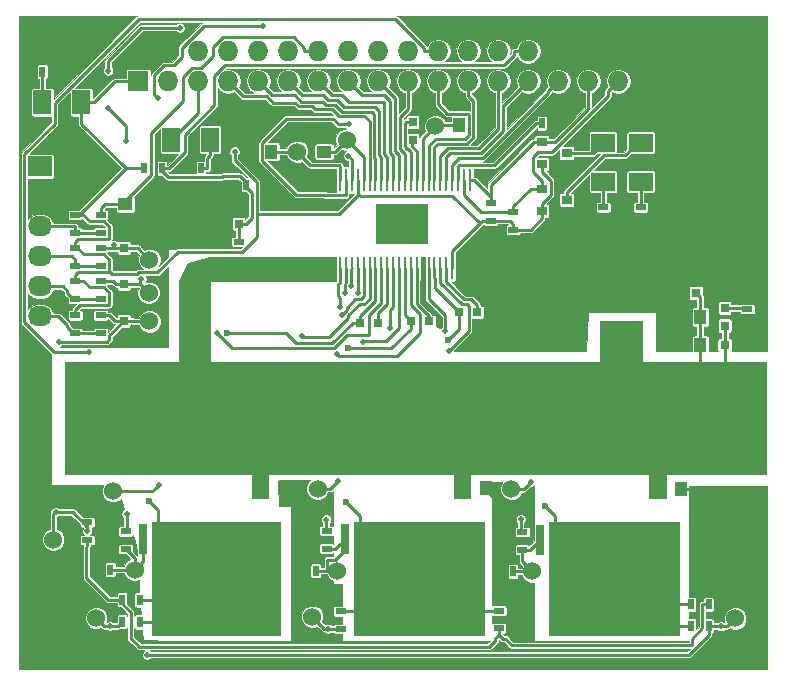
<source format=gbr>
G04 #@! TF.FileFunction,Copper,L1,Top,Mixed*
%FSLAX46Y46*%
G04 Gerber Fmt 4.6, Leading zero omitted, Abs format (unit mm)*
G04 Created by KiCad (PCBNEW (2015-05-26 BZR 5684)-product) date Wed 21 Oct 2015 04:34:03 PM PDT*
%MOMM*%
G01*
G04 APERTURE LIST*
%ADD10C,0.100000*%
%ADD11R,0.279400X1.981200*%
%ADD12R,4.417060X3.479800*%
%ADD13C,0.508000*%
%ADD14C,3.098800*%
%ADD15R,1.000000X1.250000*%
%ADD16R,1.250000X1.000000*%
%ADD17R,5.000000X1.000000*%
%ADD18R,1.524000X2.032000*%
%ADD19R,2.032000X1.524000*%
%ADD20R,3.200000X2.600000*%
%ADD21R,2.032000X1.727200*%
%ADD22O,2.032000X1.727200*%
%ADD23R,1.727200X1.727200*%
%ADD24O,1.727200X1.727200*%
%ADD25R,0.899160X0.797560*%
%ADD26R,10.160000X7.620000*%
%ADD27R,0.700000X2.540000*%
%ADD28R,0.500000X0.900000*%
%ADD29R,0.900000X0.500000*%
%ADD30C,1.524000*%
%ADD31R,0.750000X0.800000*%
%ADD32R,0.800000X0.750000*%
%ADD33C,0.600000*%
%ADD34C,0.228600*%
%ADD35C,0.254000*%
%ADD36C,0.025400*%
G04 APERTURE END LIST*
D10*
D11*
X157627020Y-82042000D03*
X157126640Y-82042000D03*
X156628800Y-82042000D03*
X156128420Y-82042000D03*
X155628040Y-82042000D03*
X155127660Y-82042000D03*
X154627280Y-82042000D03*
X154126900Y-82042000D03*
X153626520Y-82042000D03*
X153128680Y-82042000D03*
X152628300Y-82042000D03*
X152127920Y-82042000D03*
X151630080Y-82042000D03*
X151129700Y-82042000D03*
X150629320Y-82042000D03*
X150131480Y-82042000D03*
X149631100Y-82042000D03*
X149130720Y-82042000D03*
X148630340Y-82042000D03*
X148129960Y-82042000D03*
X147629580Y-82042000D03*
X147129200Y-82042000D03*
X146631360Y-82042000D03*
X146130980Y-82042000D03*
X146130980Y-89484200D03*
X146631360Y-89484200D03*
X147129200Y-89484200D03*
X147629580Y-89484200D03*
X148129960Y-89484200D03*
X148630340Y-89484200D03*
X149130720Y-89484200D03*
X149631100Y-89484200D03*
X150131480Y-89484200D03*
X150629320Y-89484200D03*
X151129700Y-89484200D03*
X151630080Y-89484200D03*
X152127920Y-89484200D03*
X152628300Y-89484200D03*
X153128680Y-89484200D03*
X153626520Y-89484200D03*
X154126900Y-89484200D03*
X154627280Y-89484200D03*
X155127660Y-89484200D03*
X155628040Y-89484200D03*
X156128420Y-89484200D03*
X156628800Y-89484200D03*
X157126640Y-89484200D03*
X157627020Y-89484200D03*
D12*
X151879000Y-85763100D03*
D13*
X181483000Y-89408000D03*
X180213000Y-89408000D03*
X178943000Y-89408000D03*
X177673000Y-89408000D03*
X176403000Y-89408000D03*
X175133000Y-89408000D03*
X181483000Y-87884000D03*
X180213000Y-87884000D03*
X178943000Y-87884000D03*
X177673000Y-87884000D03*
X176403000Y-87884000D03*
X175133000Y-87884000D03*
X181483000Y-86360000D03*
X180213000Y-86360000D03*
X176403000Y-86360000D03*
X175133000Y-86360000D03*
X181483000Y-84836000D03*
X180213000Y-84836000D03*
X176403000Y-84836000D03*
X175133000Y-84836000D03*
X181483000Y-83312000D03*
X180213000Y-83312000D03*
X178943000Y-83312000D03*
X177673000Y-83312000D03*
X176403000Y-83312000D03*
X175133000Y-83312000D03*
X181483000Y-81788000D03*
X180213000Y-81788000D03*
X178943000Y-81788000D03*
X177673000Y-81788000D03*
X176403000Y-81788000D03*
X175133000Y-81788000D03*
X174498000Y-119253000D03*
X172974000Y-119253000D03*
X171450000Y-119253000D03*
X169926000Y-119253000D03*
X168402000Y-119253000D03*
X166878000Y-119253000D03*
X165354000Y-119253000D03*
X174498000Y-117983000D03*
X172974000Y-117983000D03*
X171450000Y-117983000D03*
X169926000Y-117983000D03*
X168402000Y-117983000D03*
X166878000Y-117983000D03*
X165354000Y-117983000D03*
X174498000Y-116713000D03*
X172974000Y-116713000D03*
X169926000Y-116713000D03*
X166878000Y-116713000D03*
X165354000Y-116713000D03*
X174498000Y-115443000D03*
X172974000Y-115443000D03*
X169926000Y-115443000D03*
X166878000Y-115443000D03*
X165354000Y-115443000D03*
X174498000Y-114173000D03*
X172974000Y-114173000D03*
X171450000Y-114173000D03*
X168402000Y-114173000D03*
X166878000Y-114173000D03*
X165354000Y-114173000D03*
X174498000Y-112903000D03*
X172974000Y-112903000D03*
X171450000Y-112903000D03*
X169926000Y-112903000D03*
X168402000Y-112903000D03*
X166878000Y-112903000D03*
X165354000Y-112903000D03*
X157988000Y-119253000D03*
X156464000Y-119253000D03*
X154940000Y-119253000D03*
X153416000Y-119253000D03*
X151892000Y-119253000D03*
X150368000Y-119253000D03*
X148844000Y-119253000D03*
X157988000Y-117983000D03*
X156464000Y-117983000D03*
X154940000Y-117983000D03*
X153416000Y-117983000D03*
X151892000Y-117983000D03*
X150368000Y-117983000D03*
X148844000Y-117983000D03*
X157988000Y-116713000D03*
X156464000Y-116713000D03*
X150368000Y-116713000D03*
X148844000Y-116713000D03*
X157988000Y-115443000D03*
X156464000Y-115443000D03*
X150368000Y-115443000D03*
X148844000Y-115443000D03*
X157988000Y-114173000D03*
X156464000Y-114173000D03*
X154940000Y-114173000D03*
X151892000Y-114173000D03*
X150368000Y-114173000D03*
X148844000Y-114173000D03*
X157988000Y-112903000D03*
X156464000Y-112903000D03*
X154940000Y-112903000D03*
X153416000Y-112903000D03*
X151892000Y-112903000D03*
X150368000Y-112903000D03*
X148844000Y-112903000D03*
X140716000Y-119253000D03*
X139192000Y-119253000D03*
X137668000Y-119253000D03*
X136144000Y-119253000D03*
X134620000Y-119253000D03*
X133096000Y-119253000D03*
X131572000Y-119253000D03*
X140716000Y-117983000D03*
X139192000Y-117983000D03*
X137668000Y-117983000D03*
X136144000Y-117983000D03*
X134620000Y-117983000D03*
X133096000Y-117983000D03*
X131572000Y-117983000D03*
X140716000Y-116713000D03*
X139192000Y-116713000D03*
X133096000Y-116713000D03*
X131572000Y-116713000D03*
X140716000Y-115443000D03*
X139192000Y-115443000D03*
X133096000Y-115443000D03*
X131572000Y-115443000D03*
X140716000Y-114173000D03*
X139192000Y-114173000D03*
X137668000Y-114173000D03*
X134620000Y-114173000D03*
X133096000Y-114173000D03*
X131572000Y-114173000D03*
X140716000Y-112903000D03*
X139192000Y-112903000D03*
X137668000Y-112903000D03*
X136144000Y-112903000D03*
X134620000Y-112903000D03*
X133096000Y-112903000D03*
X131572000Y-112903000D03*
X143764000Y-81407000D03*
X143764000Y-82296000D03*
X145288000Y-82296000D03*
X145288000Y-81407000D03*
X139954000Y-81407000D03*
X140335000Y-82169000D03*
X140335000Y-83058000D03*
X141351000Y-83058000D03*
X162052000Y-117475000D03*
X123825000Y-78613000D03*
X145288000Y-78486000D03*
X180848000Y-122047000D03*
X162052000Y-119888000D03*
X159893000Y-121666000D03*
X129540000Y-120523000D03*
X143256000Y-116205000D03*
X143256000Y-117094000D03*
X126492000Y-110236000D03*
X126111000Y-109601000D03*
X129286000Y-116332000D03*
X124714000Y-117094000D03*
X153543000Y-75184000D03*
X143764000Y-77851000D03*
X137160000Y-76200000D03*
X139700000Y-76200000D03*
X160401000Y-95504000D03*
X165862000Y-95631000D03*
X165862000Y-92202000D03*
X160528000Y-92202000D03*
X120904000Y-97028000D03*
X121031000Y-104648000D03*
X122301000Y-114935000D03*
X124841000Y-122174000D03*
X120904000Y-117983000D03*
X120904000Y-122174000D03*
X124841000Y-69469000D03*
X122809000Y-69469000D03*
X120523000Y-69469000D03*
X126619000Y-80899000D03*
X124079000Y-83439000D03*
X127635000Y-88519000D03*
X129032000Y-88646000D03*
X131572000Y-92710000D03*
X130175000Y-95504000D03*
X131064000Y-95504000D03*
X153670000Y-86995000D03*
X152781000Y-86995000D03*
X151892000Y-86995000D03*
X151003000Y-86995000D03*
X150114000Y-86995000D03*
X153670000Y-86360000D03*
X152781000Y-86360000D03*
X151892000Y-86360000D03*
X151003000Y-86360000D03*
X150114000Y-86360000D03*
X153670000Y-85725000D03*
X152781000Y-85725000D03*
X151892000Y-85725000D03*
X151003000Y-85725000D03*
X150114000Y-85725000D03*
X153670000Y-85090000D03*
X152781000Y-85090000D03*
X151892000Y-85090000D03*
X151003000Y-85090000D03*
X150114000Y-85090000D03*
X153670000Y-84455000D03*
X152781000Y-84455000D03*
X151892000Y-84455000D03*
X151003000Y-84455000D03*
D14*
X169926000Y-115951000D03*
X153416000Y-116078000D03*
X136017000Y-115951000D03*
X126238000Y-101727000D03*
X179578000Y-102298000D03*
X178181000Y-85407500D03*
D15*
X156734000Y-77343000D03*
X158734000Y-77343000D03*
D16*
X145288000Y-79613000D03*
X145288000Y-77613000D03*
D15*
X140827000Y-79629000D03*
X138827000Y-79629000D03*
D17*
X142367000Y-89668000D03*
X142367000Y-84068000D03*
D15*
X173523000Y-108166000D03*
X175523000Y-108166000D03*
X156975000Y-108128000D03*
X158975000Y-108128000D03*
X139881000Y-108077000D03*
X141881000Y-108077000D03*
D16*
X128460000Y-84090000D03*
X128460000Y-86090000D03*
D15*
X177149000Y-96012000D03*
X175149000Y-96012000D03*
X177149000Y-93599000D03*
X175149000Y-93599000D03*
D18*
X135636000Y-78613000D03*
X132334000Y-78613000D03*
D19*
X172085000Y-82169000D03*
X172085000Y-78867000D03*
X168910000Y-82169000D03*
X168910000Y-78867000D03*
D18*
X121437000Y-75438000D03*
X124739000Y-75438000D03*
D20*
X170434000Y-88271800D03*
X170434000Y-95471800D03*
D21*
X121209000Y-80873600D03*
D22*
X121209000Y-83413600D03*
X121209000Y-85953600D03*
X121209000Y-88493600D03*
X121209000Y-91033600D03*
X121209000Y-93573600D03*
D23*
X129540000Y-73660000D03*
D24*
X129540000Y-71120000D03*
X132080000Y-73660000D03*
X132080000Y-71120000D03*
X134620000Y-73660000D03*
X134620000Y-71120000D03*
X137160000Y-73660000D03*
X137160000Y-71120000D03*
X139700000Y-73660000D03*
X139700000Y-71120000D03*
X142240000Y-73660000D03*
X142240000Y-71120000D03*
X144780000Y-73660000D03*
X144780000Y-71120000D03*
X147320000Y-73660000D03*
X147320000Y-71120000D03*
X149860000Y-73660000D03*
X149860000Y-71120000D03*
X152400000Y-73660000D03*
X152400000Y-71120000D03*
X154940000Y-73660000D03*
X154940000Y-71120000D03*
X157480000Y-73660000D03*
X157480000Y-71120000D03*
X160020000Y-73660000D03*
X160020000Y-71120000D03*
X162560000Y-73660000D03*
X162560000Y-71120000D03*
X165100000Y-73660000D03*
X165100000Y-71120000D03*
X167640000Y-73660000D03*
X167640000Y-71120000D03*
X170180000Y-73660000D03*
X170180000Y-71120000D03*
X172720000Y-73660000D03*
X172720000Y-71120000D03*
X175260000Y-73660000D03*
X175260000Y-71120000D03*
X177800000Y-73660000D03*
X177800000Y-71120000D03*
D25*
X163720780Y-82743040D03*
X163720780Y-84642960D03*
X165818820Y-83693000D03*
X163720780Y-78806040D03*
X163720780Y-80705960D03*
X165818820Y-79756000D03*
D26*
X167386000Y-102933000D03*
D27*
X163576000Y-112458000D03*
X164846000Y-112458000D03*
X166116000Y-112458000D03*
X168656000Y-112458000D03*
X169926000Y-112458000D03*
X171196000Y-112458000D03*
D26*
X150876000Y-102870000D03*
D27*
X147066000Y-112395000D03*
X148336000Y-112395000D03*
X149606000Y-112395000D03*
X152146000Y-112395000D03*
X153416000Y-112395000D03*
X154686000Y-112395000D03*
D26*
X133794000Y-102870000D03*
D27*
X129984000Y-112395000D03*
X131254000Y-112395000D03*
X132524000Y-112395000D03*
X135064000Y-112395000D03*
X136334000Y-112395000D03*
X137604000Y-112395000D03*
D28*
X163715000Y-77216000D03*
X165215000Y-77216000D03*
D29*
X161290000Y-86221000D03*
X161290000Y-84721000D03*
D28*
X177839000Y-119786000D03*
X176339000Y-119786000D03*
D29*
X146710000Y-120028000D03*
X146710000Y-118528000D03*
D28*
X128180000Y-119431000D03*
X129680000Y-119431000D03*
D29*
X162052000Y-113323000D03*
X162052000Y-111823000D03*
D28*
X159778000Y-115164000D03*
X161278000Y-115164000D03*
D29*
X145491000Y-113221000D03*
X145491000Y-111721000D03*
D28*
X177839000Y-117958000D03*
X176339000Y-117958000D03*
D29*
X160071000Y-119978000D03*
X160071000Y-118478000D03*
D28*
X128180000Y-117551000D03*
X129680000Y-117551000D03*
X143065000Y-115113000D03*
X144565000Y-115113000D03*
D29*
X125222000Y-111010000D03*
X125222000Y-112510000D03*
X128473000Y-113272000D03*
X128473000Y-111772000D03*
D28*
X125691000Y-115011000D03*
X127191000Y-115011000D03*
D29*
X124206000Y-84975000D03*
X124206000Y-86475000D03*
X126365000Y-84975000D03*
X126365000Y-86475000D03*
X124206000Y-87769000D03*
X124206000Y-89269000D03*
X124206000Y-90563000D03*
X124206000Y-92063000D03*
X124206000Y-93484000D03*
X124206000Y-94984000D03*
X126365000Y-87769000D03*
X126365000Y-89269000D03*
X126365000Y-90563000D03*
X126365000Y-92063000D03*
X126365000Y-93484000D03*
X126365000Y-94984000D03*
X138049000Y-87261000D03*
X138049000Y-88761000D03*
D28*
X130060000Y-81026000D03*
X131560000Y-81026000D03*
X138672000Y-82423000D03*
X137172000Y-82423000D03*
X121424000Y-72847200D03*
X122924000Y-72847200D03*
D29*
X181102000Y-92952000D03*
X181102000Y-91452000D03*
D30*
X154686000Y-77470000D03*
X147193000Y-78613000D03*
X143002000Y-79629000D03*
X162916000Y-115164000D03*
X125984000Y-119114000D03*
X161138000Y-108179000D03*
X144272000Y-118999000D03*
X180086000Y-119126000D03*
X146406000Y-115113000D03*
X144729000Y-108153000D03*
X122351800Y-112471200D03*
X129235000Y-115011000D03*
X127406000Y-108356000D03*
X130492000Y-88773000D03*
X130429000Y-91567000D03*
X130492000Y-93980000D03*
D31*
X152781000Y-78601000D03*
X152781000Y-77101000D03*
D32*
X179209000Y-96012000D03*
X180709000Y-96012000D03*
X158230000Y-93218000D03*
X156730000Y-93218000D03*
X154166000Y-93980000D03*
X152666000Y-93980000D03*
X149848000Y-94107000D03*
X148348000Y-94107000D03*
D31*
X128334000Y-87769000D03*
X128334000Y-89269000D03*
X128334000Y-90817000D03*
X128334000Y-92317000D03*
X128334000Y-93928500D03*
X128334000Y-95428500D03*
X138049000Y-85713000D03*
X138049000Y-84213000D03*
D32*
X176772000Y-91567000D03*
X175272000Y-91567000D03*
D31*
X179197000Y-94349000D03*
X179197000Y-92849000D03*
D28*
X134862000Y-81026000D03*
X133362000Y-81026000D03*
D29*
X172085000Y-84340000D03*
X172085000Y-85840000D03*
X168910000Y-84340000D03*
X168910000Y-85840000D03*
X159385000Y-85459000D03*
X159385000Y-83959000D03*
D14*
X134493000Y-85344000D03*
D13*
X150114000Y-84455000D03*
X154998000Y-94262800D03*
X145542000Y-109347000D03*
X137714500Y-79617000D03*
D33*
X155788000Y-95605500D03*
X163983000Y-109607000D03*
X147348000Y-96267800D03*
X147115000Y-109270000D03*
X137069000Y-94950900D03*
X130427844Y-109161455D03*
D13*
X127149000Y-119780000D03*
X145595340Y-120030240D03*
X130305000Y-122226000D03*
X178912000Y-119786000D03*
X140105000Y-68950300D03*
X131203400Y-75106800D03*
X122559800Y-110131100D03*
X125226000Y-111709000D03*
X147589000Y-91026700D03*
X148136000Y-91551900D03*
X146659000Y-92754400D03*
X147043000Y-91595200D03*
X125405000Y-96595800D03*
X127519800Y-87527800D03*
X129818000Y-90390900D03*
X122808591Y-95699055D03*
X128511594Y-78714167D03*
X126948479Y-75920823D03*
X126992826Y-72749590D03*
X133077827Y-69136230D03*
X162768000Y-107590000D03*
X146420000Y-107540000D03*
X131278738Y-107828295D03*
X150835000Y-94526100D03*
X146772000Y-93430800D03*
X155822000Y-96461200D03*
X161938000Y-110731000D03*
X155505000Y-94826300D03*
X146381000Y-96774400D03*
X145452000Y-110765000D03*
X148614000Y-95704900D03*
X136215000Y-95006200D03*
X128564000Y-110274000D03*
X143380000Y-95261400D03*
X147339000Y-79952000D03*
X147413700Y-77296700D03*
D34*
X153627000Y-80285600D02*
X153626500Y-80286100D01*
X153626500Y-80286100D02*
X153626500Y-82042000D01*
X153627000Y-80285600D02*
X153627000Y-82042000D01*
X154686000Y-77470000D02*
X153627000Y-78529200D01*
X153627000Y-78529200D02*
X153627000Y-80285600D01*
X156734000Y-77343000D02*
X154813000Y-77343000D01*
X154813000Y-77343000D02*
X154686000Y-77470000D01*
X153627000Y-89484200D02*
X153627000Y-92140000D01*
X153627000Y-92140000D02*
X154998000Y-93511000D01*
X154998000Y-93511000D02*
X154998000Y-94262800D01*
X181102000Y-91452000D02*
X181102000Y-90973400D01*
X181102000Y-90973400D02*
X181103000Y-90972700D01*
X181103000Y-90972700D02*
X181103000Y-89866500D01*
X180709000Y-96012000D02*
X181338000Y-96012000D01*
X181338000Y-96012000D02*
X181844000Y-95505500D01*
X181844000Y-95505500D02*
X181844000Y-91994100D01*
X181844000Y-91994100D02*
X181302000Y-91452000D01*
X181302000Y-91452000D02*
X181102000Y-91452000D01*
X175523000Y-108166000D02*
X176619000Y-108166000D01*
X176619000Y-108166000D02*
X176581000Y-108204000D01*
X176581000Y-108204000D02*
X176530000Y-108204000D01*
X141881000Y-108077000D02*
X142747000Y-108077000D01*
X142747000Y-108077000D02*
X142752000Y-108082000D01*
X158975000Y-108128000D02*
X158975000Y-108253000D01*
X158975000Y-108253000D02*
X160078000Y-109356000D01*
X160078000Y-109356000D02*
X159778000Y-109656000D01*
X159778000Y-109656000D02*
X159778000Y-115164000D01*
X143065000Y-110537092D02*
X143065000Y-115113000D01*
X143065000Y-110109000D02*
X143065000Y-110537092D01*
X143065000Y-108532400D02*
X143065000Y-110109000D01*
X142609600Y-108077000D02*
X143065000Y-108532400D01*
X141881000Y-108077000D02*
X142609600Y-108077000D01*
X143256000Y-109991742D02*
X143256000Y-116205000D01*
X142660128Y-109395870D02*
X143256000Y-109991742D01*
X142346270Y-109395870D02*
X142660128Y-109395870D01*
X141881000Y-108930600D02*
X142346270Y-109395870D01*
X141881000Y-108077000D02*
X141881000Y-108930600D01*
X144780000Y-110109000D02*
X145542000Y-109347000D01*
X143065000Y-110109000D02*
X144780000Y-110109000D01*
X148631000Y-81046300D02*
X148630300Y-81047000D01*
X148630300Y-81047000D02*
X148630300Y-82042000D01*
X148631000Y-81046300D02*
X148631000Y-82042000D01*
X147193000Y-78613000D02*
X148631000Y-80050600D01*
X148631000Y-80050600D02*
X148631000Y-81046300D01*
X145288000Y-79613000D02*
X146193000Y-79613000D01*
X146193000Y-79613000D02*
X147193000Y-78613000D01*
X152769000Y-78897300D02*
X152781000Y-78885300D01*
X152781000Y-78885300D02*
X152781000Y-78601000D01*
X152769000Y-78897300D02*
X152769000Y-79216600D01*
X152769000Y-79216600D02*
X153129000Y-79576600D01*
X153129000Y-79576600D02*
X153129000Y-80809300D01*
X152769000Y-78613000D02*
X152769000Y-78897300D01*
X153129000Y-80809300D02*
X153128700Y-80809600D01*
X153128700Y-80809600D02*
X153128700Y-82042000D01*
X153129000Y-80809300D02*
X153129000Y-82042000D01*
X152629000Y-80236800D02*
X152628300Y-80237500D01*
X152628300Y-80237500D02*
X152628300Y-82042000D01*
X152629000Y-80236800D02*
X152629000Y-80822800D01*
X152781000Y-77101000D02*
X152177000Y-77101000D01*
X152177000Y-77101000D02*
X152114000Y-77164500D01*
X152114000Y-77164500D02*
X152114000Y-79234700D01*
X152114000Y-79234700D02*
X152264000Y-79384900D01*
X152264000Y-79384900D02*
X152363000Y-79384900D01*
X152363000Y-79384900D02*
X152629000Y-79650900D01*
X152629000Y-79650900D02*
X152629000Y-80236800D01*
X139566200Y-84885200D02*
X139566200Y-82197700D01*
X139566200Y-82197700D02*
X137714600Y-80346100D01*
X137714600Y-80346100D02*
X137714600Y-79617000D01*
X137714600Y-79617000D02*
X137714500Y-79617000D01*
X127107000Y-89752700D02*
X127315800Y-89961500D01*
X127315800Y-89961500D02*
X129474700Y-89961500D01*
X129474700Y-89961500D02*
X129591700Y-89844500D01*
X129591700Y-89844500D02*
X131174100Y-89844500D01*
X131174100Y-89844500D02*
X132938700Y-88079900D01*
X132938700Y-88079900D02*
X138368200Y-88079900D01*
X138368200Y-88079900D02*
X139566200Y-86881900D01*
X139566200Y-86881900D02*
X139566200Y-84885200D01*
X148130000Y-83325000D02*
X146569800Y-84885200D01*
X146569800Y-84885200D02*
X139566200Y-84885200D01*
X128494500Y-81026000D02*
X130060000Y-81026000D01*
X124739000Y-75438000D02*
X125793400Y-75438000D01*
X129540000Y-73660000D02*
X127571400Y-73660000D01*
X127571400Y-73660000D02*
X125793400Y-75438000D01*
X127107000Y-89752700D02*
X127107000Y-88785300D01*
X127107000Y-88785300D02*
X126633000Y-88311100D01*
X126633000Y-88311100D02*
X124948000Y-88311100D01*
X124948000Y-88311100D02*
X124406000Y-87769000D01*
X124406000Y-87769000D02*
X124206000Y-87769000D01*
X124206000Y-90563000D02*
X124206000Y-90084400D01*
X124206000Y-90084400D02*
X124479000Y-89811100D01*
X124479000Y-89811100D02*
X127049000Y-89811100D01*
X127049000Y-89811100D02*
X127107000Y-89752700D01*
X148130000Y-83223300D02*
X148130000Y-83325000D01*
X148130000Y-82042000D02*
X148130000Y-83223300D01*
X163721000Y-84642900D02*
X163720900Y-84642900D01*
X163720900Y-84642900D02*
X163720800Y-84643000D01*
X163721000Y-84642900D02*
X163721000Y-84015600D01*
X163721000Y-84015600D02*
X164462000Y-83273900D01*
X164462000Y-83273900D02*
X164462000Y-82075000D01*
X164462000Y-82075000D02*
X163721000Y-81333300D01*
X163721000Y-81333300D02*
X163721000Y-81019600D01*
X161290000Y-86221000D02*
X162770000Y-86221000D01*
X162770000Y-86221000D02*
X163721000Y-85270300D01*
X163721000Y-85270300D02*
X163721000Y-84642900D01*
X124545500Y-84975000D02*
X128494500Y-81026000D01*
X128494500Y-81026000D02*
X124739000Y-77270500D01*
X124739000Y-77270500D02*
X124739000Y-75438000D01*
X158480400Y-85684600D02*
X158706000Y-85459000D01*
X158706000Y-85459000D02*
X159385000Y-85459000D01*
X156129000Y-89484200D02*
X156129000Y-88036700D01*
X156129000Y-88036700D02*
X158480400Y-85684600D01*
X148130000Y-83325000D02*
X148290300Y-83325000D01*
X148290300Y-83325000D02*
X148311200Y-83345900D01*
X148311200Y-83345900D02*
X156141700Y-83345900D01*
X156141700Y-83345900D02*
X158480400Y-85684600D01*
X156128400Y-89484200D02*
X156129000Y-89484200D01*
X163721000Y-81019600D02*
X163720800Y-81019400D01*
X163720800Y-81019400D02*
X163720800Y-80706000D01*
X163721000Y-81019600D02*
X163721000Y-80706000D01*
X124545500Y-84975000D02*
X124206000Y-84975000D01*
X124206000Y-87769000D02*
X124206000Y-87290400D01*
X124206000Y-87290400D02*
X124479000Y-87017100D01*
X124479000Y-87017100D02*
X127049000Y-87017100D01*
X127049000Y-87017100D02*
X127107000Y-86958700D01*
X127107000Y-86958700D02*
X127107000Y-85991300D01*
X127107000Y-85991300D02*
X126633000Y-85517100D01*
X126633000Y-85517100D02*
X125427000Y-85517100D01*
X125427000Y-85517100D02*
X124885000Y-84975000D01*
X124885000Y-84975000D02*
X124545500Y-84975000D01*
X124206000Y-93484000D02*
X124206000Y-93005400D01*
X124206000Y-93005400D02*
X124606000Y-92605100D01*
X124606000Y-92605100D02*
X127049000Y-92605100D01*
X127049000Y-92605100D02*
X127107000Y-92546700D01*
X127107000Y-92546700D02*
X127107000Y-91579300D01*
X127107000Y-91579300D02*
X126633000Y-91105100D01*
X126633000Y-91105100D02*
X125427000Y-91105100D01*
X125427000Y-91105100D02*
X124885000Y-90563000D01*
X124885000Y-90563000D02*
X124206000Y-90563000D01*
X159385000Y-85459000D02*
X161007000Y-85459000D01*
X161007000Y-85459000D02*
X161290000Y-85742400D01*
X161290000Y-85742400D02*
X161290000Y-86221000D01*
X146632000Y-81432400D02*
X146631400Y-81433000D01*
X146631400Y-81433000D02*
X146631400Y-82042000D01*
X146632000Y-81432400D02*
X146632000Y-82042000D01*
X143002000Y-79629000D02*
X144132000Y-80759300D01*
X144132000Y-80759300D02*
X146568000Y-80759300D01*
X146568000Y-80759300D02*
X146632000Y-80822800D01*
X146632000Y-80822800D02*
X146632000Y-81432400D01*
X140827000Y-79629000D02*
X143002000Y-79629000D01*
D35*
X177149000Y-96012000D02*
X177149000Y-96891000D01*
X177149000Y-96891000D02*
X177150000Y-96891800D01*
X177150000Y-96891800D02*
X177150000Y-97962700D01*
X177150000Y-97962700D02*
X179222000Y-97962700D01*
X179222000Y-97962700D02*
X179222000Y-96654400D01*
X179222000Y-96654400D02*
X179209000Y-96641000D01*
X179209000Y-96641000D02*
X179209000Y-96012000D01*
X177149000Y-96012000D02*
X177149000Y-93599000D01*
X177149000Y-93599000D02*
X177149000Y-91944000D01*
X177149000Y-91944000D02*
X176772000Y-91567000D01*
X179197000Y-94349000D02*
X179197000Y-96000000D01*
X179197000Y-96000000D02*
X179209000Y-96012000D01*
D34*
X155628000Y-89484200D02*
X155628000Y-90629000D01*
X155628000Y-90629000D02*
X157122000Y-92122300D01*
X157122000Y-92122300D02*
X157738000Y-92122300D01*
X157738000Y-92122300D02*
X158230000Y-92614400D01*
X158230000Y-92614400D02*
X158230000Y-93218000D01*
D35*
X154628000Y-89882900D02*
X154627300Y-89882200D01*
X154627300Y-89882200D02*
X154627300Y-89484200D01*
X154628000Y-89882900D02*
X154628000Y-90281600D01*
X154628000Y-90281600D02*
X154661000Y-90315300D01*
X154661000Y-90315300D02*
X154661000Y-91174300D01*
X154661000Y-91174300D02*
X156705000Y-93218000D01*
X156705000Y-93218000D02*
X156730000Y-93218000D01*
X154628000Y-89484200D02*
X154628000Y-89882900D01*
X164754000Y-112366000D02*
X164846000Y-112458000D01*
X156730000Y-93218000D02*
X156730000Y-94663500D01*
X156730000Y-94663500D02*
X155788000Y-95605500D01*
X163983000Y-109607000D02*
X164846000Y-110470000D01*
X164846000Y-110470000D02*
X164846000Y-112458000D01*
X176339000Y-119786000D02*
X175835000Y-119786000D01*
X175835000Y-119786000D02*
X175830000Y-119791000D01*
X175830000Y-119791000D02*
X174831000Y-119791000D01*
X176339000Y-117958000D02*
X174826000Y-117958000D01*
D34*
X153129000Y-91005800D02*
X153128700Y-91005500D01*
X153128700Y-91005500D02*
X153128700Y-89484200D01*
X153129000Y-91005800D02*
X153129000Y-92527500D01*
X153129000Y-92527500D02*
X154166000Y-93564500D01*
X154166000Y-93564500D02*
X154166000Y-93980000D01*
X153129000Y-89484200D02*
X153129000Y-91005800D01*
D35*
X152128000Y-91463200D02*
X152127900Y-91463100D01*
X152127900Y-91463100D02*
X152127900Y-89484200D01*
X152128000Y-91463200D02*
X152128000Y-93442200D01*
X152128000Y-93442200D02*
X152666000Y-93980000D01*
X152128000Y-89484200D02*
X152128000Y-91463200D01*
X148285000Y-112344000D02*
X148336000Y-112395000D01*
X148209000Y-112268000D02*
X148285000Y-112344000D01*
X148285000Y-112344000D02*
X148336000Y-112395000D01*
X152666000Y-93980000D02*
X152666000Y-94609000D01*
X152666000Y-94609000D02*
X150989000Y-96285900D01*
X150989000Y-96285900D02*
X147366000Y-96285900D01*
X147366000Y-96285900D02*
X147348000Y-96267800D01*
X147115000Y-109270000D02*
X148336000Y-110491000D01*
X148336000Y-110491000D02*
X148336000Y-112395000D01*
X146710000Y-118528000D02*
X147414000Y-118528000D01*
X147414000Y-118528000D02*
X147444000Y-118499000D01*
X147444000Y-118499000D02*
X148546000Y-118499000D01*
X160071000Y-118478000D02*
X158020000Y-118478000D01*
D34*
X150630000Y-90986100D02*
X150629300Y-90985400D01*
X150629300Y-90985400D02*
X150629300Y-89484200D01*
X150630000Y-90986100D02*
X150630000Y-92488000D01*
X150630000Y-92488000D02*
X149848000Y-93269600D01*
X149848000Y-93269600D02*
X149848000Y-94107000D01*
X150630000Y-89484200D02*
X150630000Y-90986100D01*
D35*
X149631000Y-90885800D02*
X149631100Y-90885700D01*
X149631100Y-90885700D02*
X149631100Y-89484200D01*
X149631000Y-90885800D02*
X149631000Y-92287400D01*
X149631000Y-92287400D02*
X148348000Y-93570800D01*
X148348000Y-93570800D02*
X148348000Y-94107000D01*
X149631000Y-89484200D02*
X149631000Y-90885800D01*
X137069000Y-94950900D02*
X142033000Y-94950900D01*
X142033000Y-94950900D02*
X142925000Y-95842400D01*
X142925000Y-95842400D02*
X145959000Y-95842400D01*
X145959000Y-95842400D02*
X147694000Y-94107000D01*
X147694000Y-94107000D02*
X148348000Y-94107000D01*
X129680000Y-119431000D02*
X130184000Y-119431000D01*
X130184000Y-119431000D02*
X130188000Y-119428000D01*
X130188000Y-119428000D02*
X131115000Y-119428000D01*
X129680000Y-117551000D02*
X131126000Y-117551000D01*
X131254000Y-112395000D02*
X131254000Y-109987611D01*
X131254000Y-109987611D02*
X130727843Y-109461454D01*
X130727843Y-109461454D02*
X130427844Y-109161455D01*
D34*
X127149000Y-119780000D02*
X127831000Y-119780000D01*
X127831000Y-119780000D02*
X128180000Y-119431000D01*
X127149000Y-119780000D02*
X126650000Y-119780000D01*
X126650000Y-119780000D02*
X125984000Y-119114000D01*
X144162000Y-119109000D02*
X144272000Y-118999000D01*
X145597580Y-120028000D02*
X145595340Y-120030240D01*
X146710000Y-120028000D02*
X145597580Y-120028000D01*
X145303240Y-120030240D02*
X144272000Y-118999000D01*
X145595340Y-120030240D02*
X145303240Y-120030240D01*
X177839000Y-119786000D02*
X177839000Y-120528400D01*
X130305000Y-122226000D02*
X176141400Y-122226000D01*
X176141400Y-122226000D02*
X177839000Y-120528400D01*
X177839000Y-119786000D02*
X178912000Y-119786000D01*
X178912000Y-119786000D02*
X179426000Y-119786000D01*
X179426000Y-119786000D02*
X180086000Y-119126000D01*
X131203400Y-75106800D02*
X130899500Y-74802900D01*
X130899500Y-74802900D02*
X130899500Y-73167900D01*
X130899500Y-73167900D02*
X131766800Y-72300600D01*
X131766800Y-72300600D02*
X132537400Y-72300600D01*
X132537400Y-72300600D02*
X133236100Y-71601900D01*
X133236100Y-71601900D02*
X133236100Y-70843900D01*
X133236100Y-70843900D02*
X135129700Y-68950300D01*
X135129700Y-68950300D02*
X140105000Y-68950300D01*
X125222000Y-111358000D02*
X123995100Y-110131100D01*
X123995100Y-110131100D02*
X122559800Y-110131100D01*
X125222000Y-111358000D02*
X125222000Y-111706000D01*
X125222000Y-111706000D02*
X125226000Y-111709000D01*
X125222000Y-111010000D02*
X125222000Y-111358000D01*
X122351800Y-110339100D02*
X122559800Y-110131100D01*
X122351800Y-112471200D02*
X122351800Y-110339100D01*
X147629800Y-89484400D02*
X147630000Y-89484200D01*
X147589000Y-91026700D02*
X147589000Y-89524700D01*
X147589000Y-89524700D02*
X147629800Y-89484400D01*
X147629600Y-89484200D02*
X147629800Y-89484400D01*
X148173000Y-89526900D02*
X148130000Y-89484200D01*
X148136000Y-91551900D02*
X148136000Y-89489500D01*
X148136000Y-89489500D02*
X148130000Y-89484200D01*
X146632000Y-90093800D02*
X146631400Y-90093200D01*
X146631400Y-90093200D02*
X146631400Y-89484200D01*
X146632000Y-90093800D02*
X146632000Y-89484200D01*
X146659000Y-92754400D02*
X146659000Y-92019100D01*
X146659000Y-92019100D02*
X146497000Y-91857300D01*
X146497000Y-91857300D02*
X146497000Y-90837900D01*
X146497000Y-90837900D02*
X146632000Y-90703400D01*
X146632000Y-90703400D02*
X146632000Y-90093800D01*
X147130000Y-90093800D02*
X147129200Y-90093000D01*
X147129200Y-90093000D02*
X147129200Y-89484200D01*
X147130000Y-90093800D02*
X147130000Y-89484200D01*
X147043000Y-91595200D02*
X147043000Y-90789600D01*
X147043000Y-90789600D02*
X147130000Y-90703400D01*
X147130000Y-90703400D02*
X147130000Y-90093800D01*
X144780000Y-71120000D02*
X143624000Y-71120000D01*
X127583800Y-84090000D02*
X128147600Y-84090000D01*
X128147600Y-84090000D02*
X130642000Y-81595600D01*
X130642000Y-81595600D02*
X130642000Y-78033200D01*
X130642000Y-78033200D02*
X133350000Y-75325200D01*
X133350000Y-75325200D02*
X133350000Y-73293900D01*
X133350000Y-73293900D02*
X134140000Y-72503900D01*
X134140000Y-72503900D02*
X134903700Y-72503900D01*
X134903700Y-72503900D02*
X135890000Y-71517600D01*
X135890000Y-71517600D02*
X135890000Y-70740700D01*
X135890000Y-70740700D02*
X136689500Y-69941200D01*
X136689500Y-69941200D02*
X142714600Y-69941200D01*
X142714600Y-69941200D02*
X143624000Y-70850600D01*
X143624000Y-70850600D02*
X143624000Y-71120000D01*
X127583800Y-84090000D02*
X128460000Y-84090000D01*
X126365000Y-84432600D02*
X126707600Y-84090000D01*
X126707600Y-84090000D02*
X127583800Y-84090000D01*
X126365000Y-84975000D02*
X126365000Y-84432600D01*
X127519800Y-87769000D02*
X126365000Y-87769000D01*
X128334000Y-87769000D02*
X127519800Y-87769000D01*
X127519800Y-87769000D02*
X127519800Y-87527800D01*
X154940000Y-71120000D02*
X153784000Y-71120000D01*
X125405000Y-96595800D02*
X122429300Y-96595800D01*
X122429300Y-96595800D02*
X119900500Y-94067000D01*
X119900500Y-94067000D02*
X119900500Y-79830300D01*
X119900500Y-79830300D02*
X122491500Y-77239300D01*
X122491500Y-77239300D02*
X122491500Y-75482600D01*
X122491500Y-75482600D02*
X129585000Y-68389100D01*
X129585000Y-68389100D02*
X151322500Y-68389100D01*
X151322500Y-68389100D02*
X153784000Y-70850600D01*
X153784000Y-70850600D02*
X153784000Y-71120000D01*
X130492000Y-88773000D02*
X129488000Y-87769000D01*
X129488000Y-87769000D02*
X128334000Y-87769000D01*
X129679000Y-90817000D02*
X130429000Y-91567000D01*
X128334000Y-90817000D02*
X129679000Y-90817000D01*
X129818000Y-90390900D02*
X129679000Y-90529900D01*
X129679000Y-90529900D02*
X129679000Y-90817000D01*
X128334000Y-90817000D02*
X127666600Y-90817000D01*
X127666600Y-90817000D02*
X127412600Y-90563000D01*
X127412600Y-90563000D02*
X126365000Y-90563000D01*
X128334000Y-93928500D02*
X129001400Y-93928500D01*
X130492000Y-93980000D02*
X129052900Y-93980000D01*
X129052900Y-93980000D02*
X129001400Y-93928500D01*
X126365000Y-93484000D02*
X127107400Y-93484000D01*
X128334000Y-93928500D02*
X127551900Y-93928500D01*
X127551900Y-93928500D02*
X127107400Y-93484000D01*
X126875727Y-95699055D02*
X122808591Y-95699055D01*
X127107101Y-95467681D02*
X126875727Y-95699055D01*
X127107101Y-95180399D02*
X127107101Y-95467681D01*
X128334000Y-93953500D02*
X127107101Y-95180399D01*
X128334000Y-93928500D02*
X128334000Y-93953500D01*
X128511594Y-77483938D02*
X126948479Y-75920823D01*
X128511594Y-78714167D02*
X128511594Y-77483938D01*
X129813332Y-69136230D02*
X133077827Y-69136230D01*
X126992826Y-71956736D02*
X129813332Y-69136230D01*
X126992826Y-72749590D02*
X126992826Y-71956736D01*
X162560000Y-71120000D02*
X161404000Y-71120000D01*
X161404000Y-71120000D02*
X161404000Y-71409100D01*
X161404000Y-71409100D02*
X160537100Y-72276000D01*
X160537100Y-72276000D02*
X136908700Y-72276000D01*
X136908700Y-72276000D02*
X136003900Y-73180800D01*
X136003900Y-73180800D02*
X136003900Y-75663800D01*
X136003900Y-75663800D02*
X133497500Y-78170200D01*
X133497500Y-78170200D02*
X133497500Y-79684300D01*
X133497500Y-79684300D02*
X132155800Y-81026000D01*
X132155800Y-81026000D02*
X131560000Y-81026000D01*
X131560000Y-81026000D02*
X131560000Y-81226000D01*
X131560000Y-81226000D02*
X132102000Y-81768100D01*
X132102000Y-81768100D02*
X136630000Y-81768100D01*
X136630000Y-81768100D02*
X136717000Y-81680900D01*
X136717000Y-81680900D02*
X138130000Y-81680900D01*
X138130000Y-81680900D02*
X138672000Y-82223000D01*
X138672000Y-82223000D02*
X138672000Y-82423000D01*
X138049000Y-87261000D02*
X138049000Y-85713000D01*
X138049000Y-85713000D02*
X138653000Y-85713000D01*
X138653000Y-85713000D02*
X139151000Y-85215000D01*
X139151000Y-85215000D02*
X139151000Y-83101600D01*
X139151000Y-83101600D02*
X138672000Y-82623000D01*
X138672000Y-82623000D02*
X138672000Y-82423000D01*
X179197000Y-92849000D02*
X180999000Y-92849000D01*
X180999000Y-92849000D02*
X181102000Y-92952000D01*
X135636000Y-78613000D02*
X135636000Y-79921400D01*
X134862000Y-81026000D02*
X135404400Y-81026000D01*
X135404400Y-81026000D02*
X135404400Y-80153000D01*
X135404400Y-80153000D02*
X135636000Y-79921400D01*
X134620000Y-73660000D02*
X134620000Y-76327000D01*
X134620000Y-76327000D02*
X132334000Y-78613000D01*
X172085000Y-84340000D02*
X172085000Y-82169000D01*
X165819000Y-83379300D02*
X165818800Y-83379500D01*
X165818800Y-83379500D02*
X165818800Y-83693000D01*
X165819000Y-83379300D02*
X165819000Y-83065600D01*
X165819000Y-83065600D02*
X168963000Y-79921100D01*
X168963000Y-79921100D02*
X170777000Y-79921100D01*
X170777000Y-79921100D02*
X171831000Y-78867000D01*
X171831000Y-78867000D02*
X172085000Y-78867000D01*
X165819000Y-83693000D02*
X165819000Y-83379300D01*
X168910000Y-84340000D02*
X168910000Y-82169000D01*
X165819000Y-79756000D02*
X165818800Y-79756000D01*
X165819000Y-79756000D02*
X168021000Y-79756000D01*
X168021000Y-79756000D02*
X168910000Y-78867000D01*
X121437000Y-75438000D02*
X121437000Y-74129600D01*
X121424000Y-72847200D02*
X121424000Y-74116600D01*
X121424000Y-74116600D02*
X121437000Y-74129600D01*
X121209000Y-85953600D02*
X124163000Y-85953600D01*
X124163000Y-85953600D02*
X124206000Y-85996400D01*
X124206000Y-85996400D02*
X124206000Y-86475000D01*
X124206000Y-86475000D02*
X126365000Y-86475000D01*
X121209000Y-88493600D02*
X123909000Y-88493600D01*
X123909000Y-88493600D02*
X124206000Y-88790400D01*
X124206000Y-88790400D02*
X124206000Y-89269000D01*
X124206000Y-89269000D02*
X126365000Y-89269000D01*
X121209000Y-91033600D02*
X123177000Y-91033600D01*
X123177000Y-91033600D02*
X123527000Y-91384400D01*
X123527000Y-91384400D02*
X123527000Y-91584400D01*
X123527000Y-91584400D02*
X124006000Y-92063000D01*
X124006000Y-92063000D02*
X124206000Y-92063000D01*
X124206000Y-92063000D02*
X126365000Y-92063000D01*
X121209000Y-93573600D02*
X122796000Y-93573600D01*
X122796000Y-93573600D02*
X123527000Y-94305400D01*
X123527000Y-94305400D02*
X123527000Y-94505400D01*
X123527000Y-94505400D02*
X124006000Y-94984000D01*
X124006000Y-94984000D02*
X124206000Y-94984000D01*
X124206000Y-94984000D02*
X126365000Y-94984000D01*
X156129000Y-81395200D02*
X156128400Y-81395800D01*
X156128400Y-81395800D02*
X156128400Y-82042000D01*
X156129000Y-81395200D02*
X156129000Y-80748400D01*
X156129000Y-80748400D02*
X156727000Y-80149700D01*
X156727000Y-80149700D02*
X158728000Y-80149700D01*
X158728000Y-80149700D02*
X164236000Y-74640900D01*
X164236000Y-74640900D02*
X164236000Y-74523600D01*
X164236000Y-74523600D02*
X165100000Y-73660000D01*
X156129000Y-82042000D02*
X156129000Y-81395200D01*
X151630000Y-80971300D02*
X151630100Y-80971400D01*
X151630100Y-80971400D02*
X151630100Y-82042000D01*
X151630000Y-80971300D02*
X151630000Y-79900700D01*
X151630000Y-79900700D02*
X151301000Y-79571400D01*
X151301000Y-79571400D02*
X151301000Y-75101100D01*
X151301000Y-75101100D02*
X149860000Y-73660000D01*
X151630000Y-82042000D02*
X151630000Y-80971300D01*
X155628000Y-82042000D02*
X155628000Y-80053900D01*
X155628000Y-80053900D02*
X155939000Y-79743300D01*
X155939000Y-79743300D02*
X158559000Y-79743300D01*
X158559000Y-79743300D02*
X160431000Y-77871100D01*
X160431000Y-77871100D02*
X160431000Y-75681800D01*
X160431000Y-75681800D02*
X160426000Y-75676800D01*
X160426000Y-75676800D02*
X160543000Y-75676800D01*
X160543000Y-75676800D02*
X162560000Y-73660000D01*
X151130000Y-81008500D02*
X151129700Y-81008800D01*
X151129700Y-81008800D02*
X151129700Y-82042000D01*
X151130000Y-81008500D02*
X151130000Y-79975000D01*
X151130000Y-79975000D02*
X150895000Y-79739700D01*
X150895000Y-79739700D02*
X150895000Y-75343900D01*
X150895000Y-75343900D02*
X150366000Y-74815700D01*
X150366000Y-74815700D02*
X148476000Y-74815700D01*
X148476000Y-74815700D02*
X148184000Y-74523600D01*
X148184000Y-74523600D02*
X147320000Y-73660000D01*
X151130000Y-82042000D02*
X151130000Y-81008500D01*
X155128000Y-81010700D02*
X155127700Y-81011000D01*
X155127700Y-81011000D02*
X155127700Y-82042000D01*
X155128000Y-81010700D02*
X155128000Y-79979500D01*
X155128000Y-79979500D02*
X155771000Y-79336900D01*
X155771000Y-79336900D02*
X158391000Y-79336900D01*
X158391000Y-79336900D02*
X160020000Y-77707800D01*
X160020000Y-77707800D02*
X160020000Y-73660000D01*
X155128000Y-82042000D02*
X155128000Y-81010700D01*
X150630000Y-81045700D02*
X150629300Y-81046400D01*
X150629300Y-81046400D02*
X150629300Y-82042000D01*
X150630000Y-81045700D02*
X150630000Y-80049400D01*
X150630000Y-80049400D02*
X150385000Y-79804700D01*
X150385000Y-79804700D02*
X150385000Y-75408900D01*
X150385000Y-75408900D02*
X147358000Y-75408900D01*
X147358000Y-75408900D02*
X146765000Y-74815700D01*
X146765000Y-74815700D02*
X145936000Y-74815700D01*
X145936000Y-74815700D02*
X144780000Y-73660000D01*
X150630000Y-82042000D02*
X150630000Y-81045700D01*
X154628000Y-81457900D02*
X154627300Y-81458600D01*
X154627300Y-81458600D02*
X154627300Y-82042000D01*
X154628000Y-81457900D02*
X154628000Y-79210600D01*
X154628000Y-79210600D02*
X154908000Y-78930500D01*
X154908000Y-78930500D02*
X157372000Y-78930500D01*
X157372000Y-78930500D02*
X157933000Y-78370000D01*
X157933000Y-78370000D02*
X157933000Y-75333800D01*
X157933000Y-75333800D02*
X157480000Y-74881300D01*
X157480000Y-74881300D02*
X157480000Y-73660000D01*
X154628000Y-82042000D02*
X154628000Y-81457900D01*
X150132000Y-81110000D02*
X150131500Y-81110500D01*
X150131500Y-81110500D02*
X150131500Y-82042000D01*
X150132000Y-81110000D02*
X150132000Y-80178100D01*
X150132000Y-80178100D02*
X150115000Y-80161200D01*
X150115000Y-80161200D02*
X150115000Y-80109300D01*
X150115000Y-80109300D02*
X149949000Y-79943100D01*
X149949000Y-79943100D02*
X149949000Y-76176100D01*
X149949000Y-76176100D02*
X149588000Y-75815300D01*
X149588000Y-75815300D02*
X147003000Y-75815300D01*
X147003000Y-75815300D02*
X146410000Y-75222100D01*
X146410000Y-75222100D02*
X145574000Y-75222100D01*
X145574000Y-75222100D02*
X145168000Y-74815700D01*
X145168000Y-74815700D02*
X143396000Y-74815700D01*
X143396000Y-74815700D02*
X143104000Y-74523600D01*
X143104000Y-74523600D02*
X142240000Y-73660000D01*
X150132000Y-82042000D02*
X150132000Y-81110000D01*
X163720800Y-78806000D02*
X163670000Y-78806000D01*
X163721000Y-78806000D02*
X163720800Y-78806000D01*
X163720800Y-78806000D02*
X163721000Y-78806000D01*
X163670000Y-78806000D02*
X163720800Y-78806000D01*
X163670000Y-78806000D02*
X163043000Y-78806000D01*
X163043000Y-78806000D02*
X159385000Y-82463600D01*
X159385000Y-82463600D02*
X159385000Y-83431400D01*
X159385000Y-83480400D02*
X159385000Y-83959000D01*
X159385000Y-83431400D02*
X159385000Y-83480400D01*
X159385000Y-83431400D02*
X159385000Y-83480400D01*
X157627000Y-82042000D02*
X157996000Y-82042000D01*
X157996000Y-82042000D02*
X159385000Y-83431400D01*
X163721000Y-78806000D02*
X164851000Y-78806000D01*
X164851000Y-78806000D02*
X167640000Y-76016800D01*
X167640000Y-76016800D02*
X167640000Y-73660000D01*
X149631000Y-81121300D02*
X149631100Y-81121400D01*
X149631100Y-81121400D02*
X149631100Y-82042000D01*
X149631000Y-81121300D02*
X149631000Y-80200700D01*
X149631000Y-80200700D02*
X149542000Y-80111400D01*
X149542000Y-80111400D02*
X149542000Y-76435100D01*
X149542000Y-76435100D02*
X149329000Y-76221700D01*
X149329000Y-76221700D02*
X146835000Y-76221700D01*
X146835000Y-76221700D02*
X146242000Y-75628500D01*
X146242000Y-75628500D02*
X145406000Y-75628500D01*
X145406000Y-75628500D02*
X145160000Y-75382400D01*
X145160000Y-75382400D02*
X143351000Y-75382400D01*
X143351000Y-75382400D02*
X142785000Y-74815700D01*
X142785000Y-74815700D02*
X140856000Y-74815700D01*
X140856000Y-74815700D02*
X139700000Y-73660000D01*
X149631000Y-82042000D02*
X149631000Y-81121300D01*
X157127000Y-82651600D02*
X157126600Y-82651200D01*
X157126600Y-82651200D02*
X157126600Y-82042000D01*
X157127000Y-82651600D02*
X157127000Y-83261200D01*
X157127000Y-83261200D02*
X158587000Y-84721000D01*
X158587000Y-84721000D02*
X161290000Y-84721000D01*
X157127000Y-82042000D02*
X157127000Y-82651600D01*
X161290000Y-84721000D02*
X161290000Y-84242400D01*
X161290000Y-84242400D02*
X162789000Y-82743000D01*
X162789000Y-82743000D02*
X163720800Y-82743000D01*
X163720800Y-82743000D02*
X163721000Y-82743000D01*
X163721000Y-82743000D02*
X163721000Y-82115700D01*
X163721000Y-82115700D02*
X162979000Y-81374000D01*
X162979000Y-81374000D02*
X162979000Y-80073500D01*
X162979000Y-80073500D02*
X163401000Y-79651100D01*
X163401000Y-79651100D02*
X164583000Y-79651100D01*
X164583000Y-79651100D02*
X169316000Y-74918100D01*
X169316000Y-74918100D02*
X169316000Y-74523600D01*
X169316000Y-74523600D02*
X170180000Y-73660000D01*
X149131000Y-81015100D02*
X149130700Y-81015400D01*
X149130700Y-81015400D02*
X149130700Y-82042000D01*
X149131000Y-81015100D02*
X149131000Y-77060900D01*
X149131000Y-77060900D02*
X148698000Y-76628100D01*
X148698000Y-76628100D02*
X146562000Y-76628100D01*
X146562000Y-76628100D02*
X145969000Y-76034900D01*
X145969000Y-76034900D02*
X144530000Y-76034900D01*
X144530000Y-76034900D02*
X144284000Y-75788800D01*
X144284000Y-75788800D02*
X143183000Y-75788800D01*
X143183000Y-75788800D02*
X142854000Y-75459800D01*
X142854000Y-75459800D02*
X140925000Y-75459800D01*
X140925000Y-75459800D02*
X140414000Y-74949100D01*
X140414000Y-74949100D02*
X138449000Y-74949100D01*
X138449000Y-74949100D02*
X137160000Y-73660000D01*
X149131000Y-82042000D02*
X149131000Y-81015100D01*
X152128000Y-80932900D02*
X152127900Y-80933000D01*
X152127900Y-80933000D02*
X152127900Y-82042000D01*
X152128000Y-80932900D02*
X152128000Y-79823800D01*
X152128000Y-79823800D02*
X151707000Y-79403000D01*
X151707000Y-79403000D02*
X151707000Y-76670000D01*
X151707000Y-76670000D02*
X152400000Y-75977500D01*
X152400000Y-75977500D02*
X152400000Y-73660000D01*
X152128000Y-82042000D02*
X152128000Y-80932900D01*
X154127000Y-81564500D02*
X154126900Y-81564600D01*
X154126900Y-81564600D02*
X154126900Y-82042000D01*
X154127000Y-81564500D02*
X154127000Y-81087000D01*
X154127000Y-81087000D02*
X154196000Y-81018400D01*
X154196000Y-81018400D02*
X154196000Y-79067700D01*
X154196000Y-79067700D02*
X154739000Y-78524100D01*
X154739000Y-78524100D02*
X157204000Y-78524100D01*
X157204000Y-78524100D02*
X157526000Y-78201700D01*
X157526000Y-78201700D02*
X157526000Y-76484300D01*
X157526000Y-76484300D02*
X157440000Y-76398100D01*
X157440000Y-76398100D02*
X155722000Y-76398100D01*
X155722000Y-76398100D02*
X154940000Y-75615800D01*
X154940000Y-75615800D02*
X154940000Y-73660000D01*
X154127000Y-82042000D02*
X154127000Y-81564500D01*
X162916000Y-115164000D02*
X161278000Y-115164000D01*
X162052000Y-113323000D02*
X162712000Y-113323000D01*
X162712000Y-113323000D02*
X163576000Y-112458000D01*
X162052000Y-113323000D02*
X162052000Y-114300000D01*
X162052000Y-114300000D02*
X162916000Y-115164000D01*
X161138000Y-108179000D02*
X162179000Y-108179000D01*
X162179000Y-108179000D02*
X162768000Y-107590000D01*
X145542000Y-115113000D02*
X144565000Y-115113000D01*
X146406000Y-115113000D02*
X145542000Y-115113000D01*
X145542000Y-115113000D02*
X145542000Y-114161000D01*
X145491000Y-113221000D02*
X146233400Y-113221000D01*
X147066000Y-112855000D02*
X146599400Y-112855000D01*
X146599400Y-112855000D02*
X146233400Y-113221000D01*
X147066000Y-112855000D02*
X147066000Y-112395000D01*
X145542000Y-114161000D02*
X146220000Y-114161000D01*
X146220000Y-114161000D02*
X147066000Y-113315000D01*
X147066000Y-113315000D02*
X147066000Y-112855000D01*
D35*
X147063000Y-112398000D02*
X147066000Y-112395000D01*
D34*
X144729000Y-108153000D02*
X145807000Y-108153000D01*
X145807000Y-108153000D02*
X146420000Y-107540000D01*
X129984000Y-113315000D02*
X129984000Y-114262000D01*
X129984000Y-114262000D02*
X129235000Y-115011000D01*
X129984000Y-112395000D02*
X129984000Y-113315000D01*
X129984000Y-113315000D02*
X129984000Y-112395000D01*
X129235000Y-115011000D02*
X129235000Y-114034000D01*
X129235000Y-114034000D02*
X128473000Y-113272000D01*
X129235000Y-115011000D02*
X127191000Y-115011000D01*
X130751033Y-108356000D02*
X131024739Y-108082294D01*
X127406000Y-108356000D02*
X130751033Y-108356000D01*
X131024739Y-108082294D02*
X131278738Y-107828295D01*
X151130000Y-91113900D02*
X151129700Y-91113600D01*
X151129700Y-91113600D02*
X151129700Y-89484200D01*
X151130000Y-91113900D02*
X151130000Y-92743700D01*
X151130000Y-92743700D02*
X150835000Y-93038200D01*
X150835000Y-93038200D02*
X150835000Y-94526100D01*
X151130000Y-89484200D02*
X151130000Y-91113900D01*
X148631000Y-90093800D02*
X148630300Y-90093100D01*
X148630300Y-90093100D02*
X148630300Y-89484200D01*
X148631000Y-90093800D02*
X148631000Y-90703400D01*
X148631000Y-90703400D02*
X148682000Y-90754400D01*
X148682000Y-90754400D02*
X148682000Y-91814000D01*
X148682000Y-91814000D02*
X148398000Y-92098000D01*
X148398000Y-92098000D02*
X147937000Y-92098000D01*
X147937000Y-92098000D02*
X147205000Y-92830200D01*
X147205000Y-92830200D02*
X147205000Y-93016500D01*
X147205000Y-93016500D02*
X146791000Y-93430800D01*
X146791000Y-93430800D02*
X146772000Y-93430800D01*
X148631000Y-89484200D02*
X148631000Y-90093800D01*
X156629000Y-81432400D02*
X156628800Y-81432600D01*
X156628800Y-81432600D02*
X156628800Y-82042000D01*
X156629000Y-81432400D02*
X156629000Y-82042000D01*
X163715000Y-77216000D02*
X163236000Y-77216000D01*
X163236000Y-77216000D02*
X159693000Y-80759300D01*
X159693000Y-80759300D02*
X156693000Y-80759300D01*
X156693000Y-80759300D02*
X156629000Y-80822800D01*
X156629000Y-80822800D02*
X156629000Y-81432400D01*
X155128000Y-89964400D02*
X155127700Y-89964100D01*
X155127700Y-89964100D02*
X155127700Y-89484200D01*
X155128000Y-89964400D02*
X155128000Y-90703400D01*
X155128000Y-90703400D02*
X156953000Y-92528700D01*
X156953000Y-92528700D02*
X157381000Y-92528700D01*
X157381000Y-92528700D02*
X157521000Y-92668400D01*
X157521000Y-92668400D02*
X157521000Y-94762100D01*
X157521000Y-94762100D02*
X155822000Y-96461200D01*
X155128000Y-89484200D02*
X155128000Y-89964400D01*
X161973000Y-111744000D02*
X162020000Y-111791000D01*
X161938000Y-110731000D02*
X161938000Y-111709000D01*
X161938000Y-111709000D02*
X161973000Y-111744000D01*
X162020000Y-111791000D02*
X162052000Y-111823000D01*
X162020000Y-111791000D02*
X162052000Y-111823000D01*
X161973000Y-111744000D02*
X162020000Y-111791000D01*
X162020000Y-111791000D02*
X162052000Y-111823000D01*
X154127000Y-90774900D02*
X154126900Y-90774800D01*
X154126900Y-90774800D02*
X154126900Y-89484200D01*
X154127000Y-90774900D02*
X154127000Y-92065700D01*
X154127000Y-92065700D02*
X155544000Y-93482400D01*
X155544000Y-93482400D02*
X155544000Y-94787100D01*
X155544000Y-94787100D02*
X155505000Y-94826300D01*
X154127000Y-89484200D02*
X154127000Y-90774900D01*
X152629000Y-91043000D02*
X152628300Y-91042300D01*
X152628300Y-91042300D02*
X152628300Y-89484200D01*
X152629000Y-91043000D02*
X152629000Y-92601900D01*
X152629000Y-92601900D02*
X153387000Y-93360200D01*
X153387000Y-93360200D02*
X153387000Y-94975700D01*
X153387000Y-94975700D02*
X151480000Y-96882100D01*
X151480000Y-96882100D02*
X146489000Y-96882100D01*
X146489000Y-96882100D02*
X146381000Y-96774400D01*
X152629000Y-89484200D02*
X152629000Y-91043000D01*
X145452000Y-110765000D02*
X145452000Y-111682000D01*
X145452000Y-111682000D02*
X145491000Y-111721000D01*
X151630000Y-92011800D02*
X151630100Y-92011700D01*
X151630100Y-92011700D02*
X151630100Y-89484200D01*
X151630000Y-92011800D02*
X151630000Y-94539400D01*
X151630000Y-94539400D02*
X150514000Y-95656100D01*
X150514000Y-95656100D02*
X148663000Y-95656100D01*
X148663000Y-95656100D02*
X148614000Y-95704900D01*
X151630000Y-89484200D02*
X151630000Y-92011800D01*
X128918900Y-119837100D02*
X128918900Y-118614900D01*
X128918900Y-118614900D02*
X127855000Y-117551000D01*
X160071000Y-120520400D02*
X160391600Y-120841000D01*
X176446900Y-120841000D02*
X177296600Y-119991300D01*
X177296600Y-119991300D02*
X177296600Y-117958000D01*
X177839000Y-117958000D02*
X177296600Y-117958000D01*
X160071000Y-119978000D02*
X160071000Y-120520400D01*
X127855000Y-117551000D02*
X127005000Y-117551000D01*
X127005000Y-117551000D02*
X125149000Y-115695000D01*
X125149000Y-115695000D02*
X125149000Y-113062000D01*
X125149000Y-113062000D02*
X125222000Y-112989000D01*
X125222000Y-112989000D02*
X125222000Y-112510000D01*
X128180000Y-117551000D02*
X127855000Y-117551000D01*
X176446900Y-121345750D02*
X176391825Y-121400825D01*
X176446900Y-120841000D02*
X176446900Y-121345750D01*
X176391825Y-121400825D02*
X176403000Y-121412000D01*
X160617422Y-120841000D02*
X161187837Y-121411415D01*
X160391600Y-120841000D02*
X160617422Y-120841000D01*
X161187837Y-121411415D02*
X176391825Y-121400825D01*
X129638731Y-121539000D02*
X128918900Y-120819169D01*
X159244135Y-121539000D02*
X129638731Y-121539000D01*
X159771700Y-121011435D02*
X159244135Y-121539000D01*
X159771700Y-120819700D02*
X159771700Y-121011435D01*
X128918900Y-120819169D02*
X128918900Y-119837100D01*
X160071000Y-120520400D02*
X159771700Y-120819700D01*
X150132000Y-90947600D02*
X150131500Y-90947100D01*
X150131500Y-90947100D02*
X150131500Y-89484200D01*
X150132000Y-90947600D02*
X150132000Y-92411100D01*
X150132000Y-92411100D02*
X149118000Y-93424900D01*
X149118000Y-93424900D02*
X149118000Y-95158800D01*
X149118000Y-95158800D02*
X147266000Y-95158800D01*
X147266000Y-95158800D02*
X146141000Y-96283700D01*
X146141000Y-96283700D02*
X137492000Y-96283700D01*
X137492000Y-96283700D02*
X136215000Y-95006200D01*
X150132000Y-89484200D02*
X150132000Y-90947600D01*
X128564000Y-110274000D02*
X128564000Y-111681000D01*
X128564000Y-111681000D02*
X128473000Y-111772000D01*
X149131000Y-90200000D02*
X149130700Y-90199700D01*
X149130700Y-90199700D02*
X149130700Y-89484200D01*
X149131000Y-90200000D02*
X149131000Y-92074500D01*
X149131000Y-92074500D02*
X148701000Y-92504400D01*
X148701000Y-92504400D02*
X148292000Y-92504400D01*
X148292000Y-92504400D02*
X147318000Y-93478100D01*
X147318000Y-93478100D02*
X147318000Y-93692900D01*
X147318000Y-93692900D02*
X145721000Y-95290300D01*
X145721000Y-95290300D02*
X143409000Y-95290300D01*
X143409000Y-95290300D02*
X143380000Y-95261400D01*
X149131000Y-89484200D02*
X149131000Y-90200000D01*
X147339000Y-79952000D02*
X147629600Y-80242600D01*
X147629600Y-80242600D02*
X147629600Y-82042000D01*
X147129200Y-83325000D02*
X145384300Y-83325000D01*
X145384300Y-83325000D02*
X145314900Y-83255600D01*
X145314900Y-83255600D02*
X142910200Y-83255600D01*
X142910200Y-83255600D02*
X140034500Y-80379900D01*
X140034500Y-80379900D02*
X140034500Y-78878900D01*
X140034500Y-78878900D02*
X142092800Y-76820600D01*
X142092800Y-76820600D02*
X146034100Y-76820600D01*
X146034100Y-76820600D02*
X146510200Y-77296700D01*
X146510200Y-77296700D02*
X147413700Y-77296700D01*
X147129200Y-82042000D02*
X147129200Y-83325000D01*
D36*
G36*
X158864300Y-120510300D02*
X147840700Y-120510300D01*
X147840700Y-111010700D01*
X158864300Y-111010700D01*
X158864300Y-120510300D01*
X158864300Y-120510300D01*
G37*
X158864300Y-120510300D02*
X147840700Y-120510300D01*
X147840700Y-111010700D01*
X158864300Y-111010700D01*
X158864300Y-120510300D01*
G36*
X141592300Y-120510300D02*
X130695700Y-120510300D01*
X130695700Y-111010700D01*
X141592300Y-111010700D01*
X141592300Y-120510300D01*
X141592300Y-120510300D01*
G37*
X141592300Y-120510300D02*
X130695700Y-120510300D01*
X130695700Y-111010700D01*
X141592300Y-111010700D01*
X141592300Y-120510300D01*
G36*
X175374300Y-120510300D02*
X164350700Y-120510300D01*
X164350700Y-111010700D01*
X175374300Y-111010700D01*
X175374300Y-120510300D01*
X175374300Y-120510300D01*
G37*
X175374300Y-120510300D02*
X164350700Y-120510300D01*
X164350700Y-111010700D01*
X175374300Y-111010700D01*
X175374300Y-120510300D01*
G36*
X146291300Y-90538300D02*
X135636000Y-90538300D01*
X135631140Y-90539267D01*
X135627020Y-90542020D01*
X135624267Y-90546140D01*
X135623300Y-90551000D01*
X135623300Y-97393635D01*
X135623779Y-97396042D01*
X135624263Y-97398485D01*
X135624265Y-97398489D01*
X135624267Y-97398495D01*
X135625736Y-97400694D01*
X135627013Y-97402608D01*
X135627017Y-97402610D01*
X135627020Y-97402615D01*
X135628923Y-97403887D01*
X135631130Y-97405364D01*
X135631135Y-97405365D01*
X135631140Y-97405368D01*
X135633572Y-97405851D01*
X135635990Y-97406335D01*
X135636000Y-97406335D01*
X154457389Y-97421700D01*
X154457394Y-97421698D01*
X154457400Y-97421700D01*
X168651132Y-97421700D01*
X168651171Y-97421692D01*
X168651208Y-97421699D01*
X168653478Y-97421233D01*
X168655992Y-97420733D01*
X168656025Y-97420710D01*
X168656062Y-97420703D01*
X168658046Y-97419360D01*
X168660112Y-97417980D01*
X168660133Y-97417948D01*
X168660166Y-97417926D01*
X168661510Y-97415887D01*
X168662865Y-97413860D01*
X168662872Y-97413821D01*
X168662894Y-97413789D01*
X168663356Y-97411392D01*
X168663832Y-97409000D01*
X168663824Y-97408962D01*
X168663832Y-97408923D01*
X168643376Y-93992700D01*
X172224700Y-93992700D01*
X172224700Y-97409000D01*
X172225667Y-97413860D01*
X172228420Y-97417980D01*
X172232540Y-97420733D01*
X172237400Y-97421700D01*
X182740300Y-97421700D01*
X182740300Y-106921300D01*
X174218600Y-106921300D01*
X174213740Y-106922267D01*
X174209620Y-106925020D01*
X174206867Y-106929140D01*
X174205900Y-106934000D01*
X174205900Y-108978700D01*
X172834300Y-108978700D01*
X172834300Y-106934000D01*
X172833333Y-106929140D01*
X172830580Y-106925020D01*
X172826460Y-106922267D01*
X172821600Y-106921300D01*
X157683200Y-106921300D01*
X157678340Y-106922267D01*
X157674220Y-106925020D01*
X157671467Y-106929140D01*
X157670500Y-106934000D01*
X157670500Y-108940600D01*
X156286200Y-108940600D01*
X156286200Y-106934000D01*
X156285233Y-106929140D01*
X156282480Y-106925020D01*
X156278360Y-106922267D01*
X156273500Y-106921300D01*
X140576300Y-106921300D01*
X140571440Y-106922267D01*
X140567320Y-106925020D01*
X140564567Y-106929140D01*
X140563600Y-106934000D01*
X140563600Y-108902500D01*
X139191936Y-108902500D01*
X139182044Y-106934020D01*
X139182044Y-106933936D01*
X139181548Y-106931508D01*
X139181084Y-106929159D01*
X139181060Y-106929124D01*
X139181052Y-106929081D01*
X139179658Y-106927017D01*
X139178338Y-106925034D01*
X139178303Y-106925010D01*
X139178279Y-106924975D01*
X139176220Y-106923614D01*
X139174222Y-106922275D01*
X139174180Y-106922266D01*
X139174145Y-106922243D01*
X139171735Y-106921775D01*
X139169364Y-106921300D01*
X123355100Y-106895920D01*
X123355100Y-97396310D01*
X132968989Y-97404158D01*
X132968994Y-97404156D01*
X132969000Y-97404158D01*
X132971522Y-97403656D01*
X132973850Y-97403195D01*
X132973854Y-97403192D01*
X132973860Y-97403191D01*
X132976399Y-97401494D01*
X132977972Y-97400445D01*
X132977974Y-97400442D01*
X132977980Y-97400438D01*
X132979497Y-97398166D01*
X132980729Y-97396328D01*
X132980730Y-97396322D01*
X132980733Y-97396318D01*
X132981216Y-97393885D01*
X132981700Y-97391468D01*
X132981699Y-97391462D01*
X132981700Y-97391458D01*
X132981700Y-90553997D01*
X133739800Y-89037796D01*
X135637663Y-88531700D01*
X146291300Y-88531700D01*
X146291300Y-90538300D01*
X146291300Y-90538300D01*
G37*
X146291300Y-90538300D02*
X135636000Y-90538300D01*
X135631140Y-90539267D01*
X135627020Y-90542020D01*
X135624267Y-90546140D01*
X135623300Y-90551000D01*
X135623300Y-97393635D01*
X135623779Y-97396042D01*
X135624263Y-97398485D01*
X135624265Y-97398489D01*
X135624267Y-97398495D01*
X135625736Y-97400694D01*
X135627013Y-97402608D01*
X135627017Y-97402610D01*
X135627020Y-97402615D01*
X135628923Y-97403887D01*
X135631130Y-97405364D01*
X135631135Y-97405365D01*
X135631140Y-97405368D01*
X135633572Y-97405851D01*
X135635990Y-97406335D01*
X135636000Y-97406335D01*
X154457389Y-97421700D01*
X154457394Y-97421698D01*
X154457400Y-97421700D01*
X168651132Y-97421700D01*
X168651171Y-97421692D01*
X168651208Y-97421699D01*
X168653478Y-97421233D01*
X168655992Y-97420733D01*
X168656025Y-97420710D01*
X168656062Y-97420703D01*
X168658046Y-97419360D01*
X168660112Y-97417980D01*
X168660133Y-97417948D01*
X168660166Y-97417926D01*
X168661510Y-97415887D01*
X168662865Y-97413860D01*
X168662872Y-97413821D01*
X168662894Y-97413789D01*
X168663356Y-97411392D01*
X168663832Y-97409000D01*
X168663824Y-97408962D01*
X168663832Y-97408923D01*
X168643376Y-93992700D01*
X172224700Y-93992700D01*
X172224700Y-97409000D01*
X172225667Y-97413860D01*
X172228420Y-97417980D01*
X172232540Y-97420733D01*
X172237400Y-97421700D01*
X182740300Y-97421700D01*
X182740300Y-106921300D01*
X174218600Y-106921300D01*
X174213740Y-106922267D01*
X174209620Y-106925020D01*
X174206867Y-106929140D01*
X174205900Y-106934000D01*
X174205900Y-108978700D01*
X172834300Y-108978700D01*
X172834300Y-106934000D01*
X172833333Y-106929140D01*
X172830580Y-106925020D01*
X172826460Y-106922267D01*
X172821600Y-106921300D01*
X157683200Y-106921300D01*
X157678340Y-106922267D01*
X157674220Y-106925020D01*
X157671467Y-106929140D01*
X157670500Y-106934000D01*
X157670500Y-108940600D01*
X156286200Y-108940600D01*
X156286200Y-106934000D01*
X156285233Y-106929140D01*
X156282480Y-106925020D01*
X156278360Y-106922267D01*
X156273500Y-106921300D01*
X140576300Y-106921300D01*
X140571440Y-106922267D01*
X140567320Y-106925020D01*
X140564567Y-106929140D01*
X140563600Y-106934000D01*
X140563600Y-108902500D01*
X139191936Y-108902500D01*
X139182044Y-106934020D01*
X139182044Y-106933936D01*
X139181548Y-106931508D01*
X139181084Y-106929159D01*
X139181060Y-106929124D01*
X139181052Y-106929081D01*
X139179658Y-106927017D01*
X139178338Y-106925034D01*
X139178303Y-106925010D01*
X139178279Y-106924975D01*
X139176220Y-106923614D01*
X139174222Y-106922275D01*
X139174180Y-106922266D01*
X139174145Y-106922243D01*
X139171735Y-106921775D01*
X139169364Y-106921300D01*
X123355100Y-106895920D01*
X123355100Y-97396310D01*
X132968989Y-97404158D01*
X132968994Y-97404156D01*
X132969000Y-97404158D01*
X132971522Y-97403656D01*
X132973850Y-97403195D01*
X132973854Y-97403192D01*
X132973860Y-97403191D01*
X132976399Y-97401494D01*
X132977972Y-97400445D01*
X132977974Y-97400442D01*
X132977980Y-97400438D01*
X132979497Y-97398166D01*
X132980729Y-97396328D01*
X132980730Y-97396322D01*
X132980733Y-97396318D01*
X132981216Y-97393885D01*
X132981700Y-97391468D01*
X132981699Y-97391462D01*
X132981700Y-97391458D01*
X132981700Y-90553997D01*
X133739800Y-89037796D01*
X135637663Y-88531700D01*
X146291300Y-88531700D01*
X146291300Y-90538300D01*
G36*
X122811918Y-109754491D02*
X122648604Y-109686678D01*
X122471771Y-109686523D01*
X122308340Y-109754052D01*
X122183191Y-109878982D01*
X122115378Y-110042296D01*
X122115279Y-110154995D01*
X122070202Y-110222458D01*
X122047000Y-110339100D01*
X122047000Y-111566534D01*
X121812957Y-111663239D01*
X121544780Y-111930947D01*
X121399465Y-112280905D01*
X121399135Y-112659833D01*
X121543839Y-113010043D01*
X121811547Y-113278220D01*
X122161505Y-113423535D01*
X122540433Y-113423865D01*
X122890643Y-113279161D01*
X123158820Y-113011453D01*
X123304135Y-112661495D01*
X123304465Y-112282567D01*
X123159761Y-111932357D01*
X122892053Y-111664180D01*
X122656600Y-111566412D01*
X122656600Y-110572053D01*
X122811260Y-110508148D01*
X122883635Y-110435900D01*
X123868848Y-110435900D01*
X124577768Y-111144820D01*
X124577768Y-111260000D01*
X124591861Y-111332637D01*
X124633798Y-111396478D01*
X124697108Y-111439213D01*
X124772000Y-111454232D01*
X124852046Y-111454232D01*
X124849391Y-111456882D01*
X124781578Y-111620196D01*
X124781423Y-111797029D01*
X124848952Y-111960460D01*
X124954076Y-112065768D01*
X124772000Y-112065768D01*
X124699363Y-112079861D01*
X124635522Y-112121798D01*
X124592787Y-112185108D01*
X124577768Y-112260000D01*
X124577768Y-112760000D01*
X124591861Y-112832637D01*
X124633798Y-112896478D01*
X124697108Y-112939213D01*
X124772000Y-112954232D01*
X124865637Y-112954232D01*
X124844200Y-113062000D01*
X124844200Y-115695000D01*
X124867402Y-115811642D01*
X124933474Y-115910526D01*
X126789474Y-117766526D01*
X126888358Y-117832598D01*
X127005000Y-117855800D01*
X127728748Y-117855800D01*
X127735768Y-117862820D01*
X127735768Y-118001000D01*
X127749861Y-118073637D01*
X127791798Y-118137478D01*
X127855108Y-118180213D01*
X127930000Y-118195232D01*
X128068180Y-118195232D01*
X128614100Y-118741152D01*
X128614100Y-118928778D01*
X128610139Y-118908363D01*
X128568202Y-118844522D01*
X128504892Y-118801787D01*
X128430000Y-118786768D01*
X127930000Y-118786768D01*
X127857363Y-118800861D01*
X127793522Y-118842798D01*
X127750787Y-118906108D01*
X127735768Y-118981000D01*
X127735768Y-119444180D01*
X127704748Y-119475200D01*
X127472801Y-119475200D01*
X127401118Y-119403391D01*
X127237804Y-119335578D01*
X127060971Y-119335423D01*
X126897540Y-119402952D01*
X126893832Y-119406653D01*
X126936335Y-119304295D01*
X126936665Y-118925367D01*
X126791961Y-118575157D01*
X126524253Y-118306980D01*
X126174295Y-118161665D01*
X125795367Y-118161335D01*
X125445157Y-118306039D01*
X125176980Y-118573747D01*
X125031665Y-118923705D01*
X125031335Y-119302633D01*
X125176039Y-119652843D01*
X125443747Y-119921020D01*
X125793705Y-120066335D01*
X126172633Y-120066665D01*
X126408256Y-119969308D01*
X126434474Y-119995526D01*
X126533358Y-120061598D01*
X126650000Y-120084800D01*
X126825199Y-120084800D01*
X126896882Y-120156609D01*
X127060196Y-120224422D01*
X127237029Y-120224577D01*
X127400460Y-120157048D01*
X127472835Y-120084800D01*
X127831000Y-120084800D01*
X127904654Y-120070149D01*
X127930000Y-120075232D01*
X128430000Y-120075232D01*
X128502637Y-120061139D01*
X128566478Y-120019202D01*
X128609213Y-119955892D01*
X128614100Y-119931523D01*
X128614100Y-120819169D01*
X128637302Y-120935811D01*
X128703374Y-121034695D01*
X129423205Y-121754526D01*
X129522089Y-121820598D01*
X129638731Y-121843800D01*
X130066009Y-121843800D01*
X130053540Y-121848952D01*
X129928391Y-121973882D01*
X129860578Y-122137196D01*
X129860423Y-122314029D01*
X129927952Y-122477460D01*
X130052882Y-122602609D01*
X130216196Y-122670422D01*
X130393029Y-122670577D01*
X130556460Y-122603048D01*
X130628835Y-122530800D01*
X176141400Y-122530800D01*
X176258042Y-122507598D01*
X176356926Y-122441526D01*
X178054526Y-120743926D01*
X178082188Y-120702527D01*
X178120598Y-120645042D01*
X178143800Y-120528400D01*
X178143800Y-120419600D01*
X178161637Y-120416139D01*
X178225478Y-120374202D01*
X178268213Y-120310892D01*
X178283232Y-120236000D01*
X178283232Y-120090800D01*
X178588199Y-120090800D01*
X178659882Y-120162609D01*
X178823196Y-120230422D01*
X179000029Y-120230577D01*
X179163460Y-120163048D01*
X179235835Y-120090800D01*
X179426000Y-120090800D01*
X179542642Y-120067598D01*
X179641526Y-120001526D01*
X179661830Y-119981222D01*
X179895705Y-120078335D01*
X180274633Y-120078665D01*
X180624843Y-119933961D01*
X180893020Y-119666253D01*
X181038335Y-119316295D01*
X181038665Y-118937367D01*
X180893961Y-118587157D01*
X180626253Y-118318980D01*
X180276295Y-118173665D01*
X179897367Y-118173335D01*
X179547157Y-118318039D01*
X179278980Y-118585747D01*
X179133665Y-118935705D01*
X179133335Y-119314633D01*
X179178400Y-119423698D01*
X179164118Y-119409391D01*
X179000804Y-119341578D01*
X178823971Y-119341423D01*
X178660540Y-119408952D01*
X178588165Y-119481200D01*
X178283232Y-119481200D01*
X178283232Y-119336000D01*
X178269139Y-119263363D01*
X178227202Y-119199522D01*
X178163892Y-119156787D01*
X178089000Y-119141768D01*
X177601400Y-119141768D01*
X177601400Y-118602232D01*
X178089000Y-118602232D01*
X178161637Y-118588139D01*
X178225478Y-118546202D01*
X178268213Y-118482892D01*
X178283232Y-118408000D01*
X178283232Y-117508000D01*
X178269139Y-117435363D01*
X178227202Y-117371522D01*
X178163892Y-117328787D01*
X178089000Y-117313768D01*
X177589000Y-117313768D01*
X177516363Y-117327861D01*
X177452522Y-117369798D01*
X177409787Y-117433108D01*
X177394768Y-117508000D01*
X177394768Y-117653200D01*
X177296600Y-117653200D01*
X177179958Y-117676402D01*
X177081074Y-117742474D01*
X177015002Y-117841358D01*
X176991800Y-117958000D01*
X176991800Y-119865048D01*
X176805867Y-120050981D01*
X176805867Y-119336000D01*
X176790131Y-119254898D01*
X176743307Y-119183617D01*
X176672620Y-119135902D01*
X176589000Y-119119133D01*
X176161700Y-119119133D01*
X176161700Y-118624867D01*
X176589000Y-118624867D01*
X176670102Y-118609131D01*
X176741383Y-118562307D01*
X176789098Y-118491620D01*
X176805867Y-118408000D01*
X176805867Y-117508000D01*
X176790131Y-117426898D01*
X176743307Y-117355617D01*
X176672620Y-117307902D01*
X176589000Y-117291133D01*
X176161700Y-117291133D01*
X176161700Y-107962700D01*
X182817300Y-107962700D01*
X182817300Y-123381300D01*
X119442700Y-123381300D01*
X119442700Y-68134700D01*
X129427653Y-68134700D01*
X129369474Y-68173574D01*
X122393232Y-75149816D01*
X122393232Y-74422000D01*
X122379139Y-74349363D01*
X122337202Y-74285522D01*
X122273892Y-74242787D01*
X122199000Y-74227768D01*
X121741800Y-74227768D01*
X121741800Y-74129600D01*
X121728800Y-74064246D01*
X121728800Y-73480800D01*
X121746637Y-73477339D01*
X121810478Y-73435402D01*
X121853213Y-73372092D01*
X121868232Y-73297200D01*
X121868232Y-72397200D01*
X121854139Y-72324563D01*
X121812202Y-72260722D01*
X121748892Y-72217987D01*
X121674000Y-72202968D01*
X121174000Y-72202968D01*
X121101363Y-72217061D01*
X121037522Y-72258998D01*
X120994787Y-72322308D01*
X120979768Y-72397200D01*
X120979768Y-73297200D01*
X120993861Y-73369837D01*
X121035798Y-73433678D01*
X121099108Y-73476413D01*
X121119200Y-73480442D01*
X121119200Y-74116600D01*
X121132200Y-74181954D01*
X121132200Y-74227768D01*
X120675000Y-74227768D01*
X120602363Y-74241861D01*
X120538522Y-74283798D01*
X120495787Y-74347108D01*
X120480768Y-74422000D01*
X120480768Y-76454000D01*
X120494861Y-76526637D01*
X120536798Y-76590478D01*
X120600108Y-76633213D01*
X120675000Y-76648232D01*
X122186700Y-76648232D01*
X122186700Y-77113048D01*
X119684974Y-79614774D01*
X119618902Y-79713658D01*
X119595700Y-79830300D01*
X119595700Y-94067000D01*
X119618902Y-94183642D01*
X119684974Y-94282526D01*
X122161300Y-96758852D01*
X122161300Y-107823000D01*
X122161764Y-107825335D01*
X122162260Y-107827844D01*
X122162265Y-107827852D01*
X122162267Y-107827860D01*
X122163582Y-107829827D01*
X122165008Y-107831968D01*
X122165015Y-107831972D01*
X122165020Y-107831980D01*
X122167143Y-107833399D01*
X122169124Y-107834726D01*
X122169131Y-107834727D01*
X122169140Y-107834733D01*
X122171630Y-107835228D01*
X122173982Y-107835700D01*
X122174000Y-107835700D01*
X126588147Y-107841837D01*
X126453665Y-108165705D01*
X126453335Y-108544633D01*
X126598039Y-108894843D01*
X126865747Y-109163020D01*
X127215705Y-109308335D01*
X127594633Y-109308665D01*
X127944843Y-109163961D01*
X128065100Y-109043914D01*
X128354135Y-109879765D01*
X128312540Y-109896952D01*
X128187391Y-110021882D01*
X128119578Y-110185196D01*
X128119423Y-110362029D01*
X128186952Y-110525460D01*
X128259200Y-110597835D01*
X128259200Y-111327768D01*
X128023000Y-111327768D01*
X127950363Y-111341861D01*
X127886522Y-111383798D01*
X127843787Y-111447108D01*
X127828768Y-111522000D01*
X127828768Y-112022000D01*
X127842861Y-112094637D01*
X127884798Y-112158478D01*
X127948108Y-112201213D01*
X128023000Y-112216232D01*
X128923000Y-112216232D01*
X128995637Y-112202139D01*
X129059478Y-112160202D01*
X129102213Y-112096892D01*
X129109040Y-112062850D01*
X129400433Y-112905521D01*
X129439768Y-113527769D01*
X129439768Y-113665000D01*
X129452635Y-113731319D01*
X129458941Y-113831068D01*
X129450526Y-113818474D01*
X129117232Y-113485180D01*
X129117232Y-113022000D01*
X129103139Y-112949363D01*
X129061202Y-112885522D01*
X128997892Y-112842787D01*
X128923000Y-112827768D01*
X128023000Y-112827768D01*
X127950363Y-112841861D01*
X127886522Y-112883798D01*
X127843787Y-112947108D01*
X127828768Y-113022000D01*
X127828768Y-113522000D01*
X127842861Y-113594637D01*
X127884798Y-113658478D01*
X127948108Y-113701213D01*
X128023000Y-113716232D01*
X128486180Y-113716232D01*
X128892047Y-114122099D01*
X128696157Y-114203039D01*
X128427980Y-114470747D01*
X128330212Y-114706200D01*
X127635232Y-114706200D01*
X127635232Y-114561000D01*
X127621139Y-114488363D01*
X127579202Y-114424522D01*
X127515892Y-114381787D01*
X127441000Y-114366768D01*
X126941000Y-114366768D01*
X126868363Y-114380861D01*
X126804522Y-114422798D01*
X126761787Y-114486108D01*
X126746768Y-114561000D01*
X126746768Y-115461000D01*
X126760861Y-115533637D01*
X126802798Y-115597478D01*
X126866108Y-115640213D01*
X126941000Y-115655232D01*
X127441000Y-115655232D01*
X127513637Y-115641139D01*
X127577478Y-115599202D01*
X127620213Y-115535892D01*
X127635232Y-115461000D01*
X127635232Y-115315800D01*
X128330334Y-115315800D01*
X128427039Y-115549843D01*
X128694747Y-115818020D01*
X129044705Y-115963335D01*
X129423633Y-115963665D01*
X129589421Y-115895163D01*
X129651938Y-116884133D01*
X129430000Y-116884133D01*
X129348898Y-116899869D01*
X129277617Y-116946693D01*
X129229902Y-117017380D01*
X129213133Y-117101000D01*
X129213133Y-118001000D01*
X129228869Y-118082102D01*
X129275693Y-118153383D01*
X129346380Y-118201098D01*
X129430000Y-118217867D01*
X129736249Y-118217867D01*
X129770781Y-118764133D01*
X129430000Y-118764133D01*
X129348898Y-118779869D01*
X129277617Y-118826693D01*
X129229902Y-118897380D01*
X129223700Y-118928307D01*
X129223700Y-118614900D01*
X129200498Y-118498258D01*
X129134426Y-118399374D01*
X128624232Y-117889180D01*
X128624232Y-117101000D01*
X128610139Y-117028363D01*
X128568202Y-116964522D01*
X128504892Y-116921787D01*
X128430000Y-116906768D01*
X127930000Y-116906768D01*
X127857363Y-116920861D01*
X127793522Y-116962798D01*
X127750787Y-117026108D01*
X127735768Y-117101000D01*
X127735768Y-117246200D01*
X127131252Y-117246200D01*
X125453800Y-115568748D01*
X125453800Y-113180170D01*
X125473634Y-113150486D01*
X125503598Y-113105642D01*
X125526800Y-112989000D01*
X125526800Y-112954232D01*
X125672000Y-112954232D01*
X125744637Y-112940139D01*
X125808478Y-112898202D01*
X125851213Y-112834892D01*
X125866232Y-112760000D01*
X125866232Y-112260000D01*
X125852139Y-112187363D01*
X125810202Y-112123522D01*
X125746892Y-112080787D01*
X125672000Y-112065768D01*
X125497776Y-112065768D01*
X125602609Y-111961118D01*
X125670422Y-111797804D01*
X125670577Y-111620971D01*
X125603048Y-111457540D01*
X125599746Y-111454232D01*
X125672000Y-111454232D01*
X125744637Y-111440139D01*
X125808478Y-111398202D01*
X125851213Y-111334892D01*
X125866232Y-111260000D01*
X125866232Y-110760000D01*
X125852139Y-110687363D01*
X125810202Y-110623522D01*
X125746892Y-110580787D01*
X125672000Y-110565768D01*
X124860820Y-110565768D01*
X124210626Y-109915574D01*
X124111742Y-109849502D01*
X123995100Y-109826300D01*
X122883601Y-109826300D01*
X122811918Y-109754491D01*
X122811918Y-109754491D01*
G37*
X122811918Y-109754491D02*
X122648604Y-109686678D01*
X122471771Y-109686523D01*
X122308340Y-109754052D01*
X122183191Y-109878982D01*
X122115378Y-110042296D01*
X122115279Y-110154995D01*
X122070202Y-110222458D01*
X122047000Y-110339100D01*
X122047000Y-111566534D01*
X121812957Y-111663239D01*
X121544780Y-111930947D01*
X121399465Y-112280905D01*
X121399135Y-112659833D01*
X121543839Y-113010043D01*
X121811547Y-113278220D01*
X122161505Y-113423535D01*
X122540433Y-113423865D01*
X122890643Y-113279161D01*
X123158820Y-113011453D01*
X123304135Y-112661495D01*
X123304465Y-112282567D01*
X123159761Y-111932357D01*
X122892053Y-111664180D01*
X122656600Y-111566412D01*
X122656600Y-110572053D01*
X122811260Y-110508148D01*
X122883635Y-110435900D01*
X123868848Y-110435900D01*
X124577768Y-111144820D01*
X124577768Y-111260000D01*
X124591861Y-111332637D01*
X124633798Y-111396478D01*
X124697108Y-111439213D01*
X124772000Y-111454232D01*
X124852046Y-111454232D01*
X124849391Y-111456882D01*
X124781578Y-111620196D01*
X124781423Y-111797029D01*
X124848952Y-111960460D01*
X124954076Y-112065768D01*
X124772000Y-112065768D01*
X124699363Y-112079861D01*
X124635522Y-112121798D01*
X124592787Y-112185108D01*
X124577768Y-112260000D01*
X124577768Y-112760000D01*
X124591861Y-112832637D01*
X124633798Y-112896478D01*
X124697108Y-112939213D01*
X124772000Y-112954232D01*
X124865637Y-112954232D01*
X124844200Y-113062000D01*
X124844200Y-115695000D01*
X124867402Y-115811642D01*
X124933474Y-115910526D01*
X126789474Y-117766526D01*
X126888358Y-117832598D01*
X127005000Y-117855800D01*
X127728748Y-117855800D01*
X127735768Y-117862820D01*
X127735768Y-118001000D01*
X127749861Y-118073637D01*
X127791798Y-118137478D01*
X127855108Y-118180213D01*
X127930000Y-118195232D01*
X128068180Y-118195232D01*
X128614100Y-118741152D01*
X128614100Y-118928778D01*
X128610139Y-118908363D01*
X128568202Y-118844522D01*
X128504892Y-118801787D01*
X128430000Y-118786768D01*
X127930000Y-118786768D01*
X127857363Y-118800861D01*
X127793522Y-118842798D01*
X127750787Y-118906108D01*
X127735768Y-118981000D01*
X127735768Y-119444180D01*
X127704748Y-119475200D01*
X127472801Y-119475200D01*
X127401118Y-119403391D01*
X127237804Y-119335578D01*
X127060971Y-119335423D01*
X126897540Y-119402952D01*
X126893832Y-119406653D01*
X126936335Y-119304295D01*
X126936665Y-118925367D01*
X126791961Y-118575157D01*
X126524253Y-118306980D01*
X126174295Y-118161665D01*
X125795367Y-118161335D01*
X125445157Y-118306039D01*
X125176980Y-118573747D01*
X125031665Y-118923705D01*
X125031335Y-119302633D01*
X125176039Y-119652843D01*
X125443747Y-119921020D01*
X125793705Y-120066335D01*
X126172633Y-120066665D01*
X126408256Y-119969308D01*
X126434474Y-119995526D01*
X126533358Y-120061598D01*
X126650000Y-120084800D01*
X126825199Y-120084800D01*
X126896882Y-120156609D01*
X127060196Y-120224422D01*
X127237029Y-120224577D01*
X127400460Y-120157048D01*
X127472835Y-120084800D01*
X127831000Y-120084800D01*
X127904654Y-120070149D01*
X127930000Y-120075232D01*
X128430000Y-120075232D01*
X128502637Y-120061139D01*
X128566478Y-120019202D01*
X128609213Y-119955892D01*
X128614100Y-119931523D01*
X128614100Y-120819169D01*
X128637302Y-120935811D01*
X128703374Y-121034695D01*
X129423205Y-121754526D01*
X129522089Y-121820598D01*
X129638731Y-121843800D01*
X130066009Y-121843800D01*
X130053540Y-121848952D01*
X129928391Y-121973882D01*
X129860578Y-122137196D01*
X129860423Y-122314029D01*
X129927952Y-122477460D01*
X130052882Y-122602609D01*
X130216196Y-122670422D01*
X130393029Y-122670577D01*
X130556460Y-122603048D01*
X130628835Y-122530800D01*
X176141400Y-122530800D01*
X176258042Y-122507598D01*
X176356926Y-122441526D01*
X178054526Y-120743926D01*
X178082188Y-120702527D01*
X178120598Y-120645042D01*
X178143800Y-120528400D01*
X178143800Y-120419600D01*
X178161637Y-120416139D01*
X178225478Y-120374202D01*
X178268213Y-120310892D01*
X178283232Y-120236000D01*
X178283232Y-120090800D01*
X178588199Y-120090800D01*
X178659882Y-120162609D01*
X178823196Y-120230422D01*
X179000029Y-120230577D01*
X179163460Y-120163048D01*
X179235835Y-120090800D01*
X179426000Y-120090800D01*
X179542642Y-120067598D01*
X179641526Y-120001526D01*
X179661830Y-119981222D01*
X179895705Y-120078335D01*
X180274633Y-120078665D01*
X180624843Y-119933961D01*
X180893020Y-119666253D01*
X181038335Y-119316295D01*
X181038665Y-118937367D01*
X180893961Y-118587157D01*
X180626253Y-118318980D01*
X180276295Y-118173665D01*
X179897367Y-118173335D01*
X179547157Y-118318039D01*
X179278980Y-118585747D01*
X179133665Y-118935705D01*
X179133335Y-119314633D01*
X179178400Y-119423698D01*
X179164118Y-119409391D01*
X179000804Y-119341578D01*
X178823971Y-119341423D01*
X178660540Y-119408952D01*
X178588165Y-119481200D01*
X178283232Y-119481200D01*
X178283232Y-119336000D01*
X178269139Y-119263363D01*
X178227202Y-119199522D01*
X178163892Y-119156787D01*
X178089000Y-119141768D01*
X177601400Y-119141768D01*
X177601400Y-118602232D01*
X178089000Y-118602232D01*
X178161637Y-118588139D01*
X178225478Y-118546202D01*
X178268213Y-118482892D01*
X178283232Y-118408000D01*
X178283232Y-117508000D01*
X178269139Y-117435363D01*
X178227202Y-117371522D01*
X178163892Y-117328787D01*
X178089000Y-117313768D01*
X177589000Y-117313768D01*
X177516363Y-117327861D01*
X177452522Y-117369798D01*
X177409787Y-117433108D01*
X177394768Y-117508000D01*
X177394768Y-117653200D01*
X177296600Y-117653200D01*
X177179958Y-117676402D01*
X177081074Y-117742474D01*
X177015002Y-117841358D01*
X176991800Y-117958000D01*
X176991800Y-119865048D01*
X176805867Y-120050981D01*
X176805867Y-119336000D01*
X176790131Y-119254898D01*
X176743307Y-119183617D01*
X176672620Y-119135902D01*
X176589000Y-119119133D01*
X176161700Y-119119133D01*
X176161700Y-118624867D01*
X176589000Y-118624867D01*
X176670102Y-118609131D01*
X176741383Y-118562307D01*
X176789098Y-118491620D01*
X176805867Y-118408000D01*
X176805867Y-117508000D01*
X176790131Y-117426898D01*
X176743307Y-117355617D01*
X176672620Y-117307902D01*
X176589000Y-117291133D01*
X176161700Y-117291133D01*
X176161700Y-107962700D01*
X182817300Y-107962700D01*
X182817300Y-123381300D01*
X119442700Y-123381300D01*
X119442700Y-68134700D01*
X129427653Y-68134700D01*
X129369474Y-68173574D01*
X122393232Y-75149816D01*
X122393232Y-74422000D01*
X122379139Y-74349363D01*
X122337202Y-74285522D01*
X122273892Y-74242787D01*
X122199000Y-74227768D01*
X121741800Y-74227768D01*
X121741800Y-74129600D01*
X121728800Y-74064246D01*
X121728800Y-73480800D01*
X121746637Y-73477339D01*
X121810478Y-73435402D01*
X121853213Y-73372092D01*
X121868232Y-73297200D01*
X121868232Y-72397200D01*
X121854139Y-72324563D01*
X121812202Y-72260722D01*
X121748892Y-72217987D01*
X121674000Y-72202968D01*
X121174000Y-72202968D01*
X121101363Y-72217061D01*
X121037522Y-72258998D01*
X120994787Y-72322308D01*
X120979768Y-72397200D01*
X120979768Y-73297200D01*
X120993861Y-73369837D01*
X121035798Y-73433678D01*
X121099108Y-73476413D01*
X121119200Y-73480442D01*
X121119200Y-74116600D01*
X121132200Y-74181954D01*
X121132200Y-74227768D01*
X120675000Y-74227768D01*
X120602363Y-74241861D01*
X120538522Y-74283798D01*
X120495787Y-74347108D01*
X120480768Y-74422000D01*
X120480768Y-76454000D01*
X120494861Y-76526637D01*
X120536798Y-76590478D01*
X120600108Y-76633213D01*
X120675000Y-76648232D01*
X122186700Y-76648232D01*
X122186700Y-77113048D01*
X119684974Y-79614774D01*
X119618902Y-79713658D01*
X119595700Y-79830300D01*
X119595700Y-94067000D01*
X119618902Y-94183642D01*
X119684974Y-94282526D01*
X122161300Y-96758852D01*
X122161300Y-107823000D01*
X122161764Y-107825335D01*
X122162260Y-107827844D01*
X122162265Y-107827852D01*
X122162267Y-107827860D01*
X122163582Y-107829827D01*
X122165008Y-107831968D01*
X122165015Y-107831972D01*
X122165020Y-107831980D01*
X122167143Y-107833399D01*
X122169124Y-107834726D01*
X122169131Y-107834727D01*
X122169140Y-107834733D01*
X122171630Y-107835228D01*
X122173982Y-107835700D01*
X122174000Y-107835700D01*
X126588147Y-107841837D01*
X126453665Y-108165705D01*
X126453335Y-108544633D01*
X126598039Y-108894843D01*
X126865747Y-109163020D01*
X127215705Y-109308335D01*
X127594633Y-109308665D01*
X127944843Y-109163961D01*
X128065100Y-109043914D01*
X128354135Y-109879765D01*
X128312540Y-109896952D01*
X128187391Y-110021882D01*
X128119578Y-110185196D01*
X128119423Y-110362029D01*
X128186952Y-110525460D01*
X128259200Y-110597835D01*
X128259200Y-111327768D01*
X128023000Y-111327768D01*
X127950363Y-111341861D01*
X127886522Y-111383798D01*
X127843787Y-111447108D01*
X127828768Y-111522000D01*
X127828768Y-112022000D01*
X127842861Y-112094637D01*
X127884798Y-112158478D01*
X127948108Y-112201213D01*
X128023000Y-112216232D01*
X128923000Y-112216232D01*
X128995637Y-112202139D01*
X129059478Y-112160202D01*
X129102213Y-112096892D01*
X129109040Y-112062850D01*
X129400433Y-112905521D01*
X129439768Y-113527769D01*
X129439768Y-113665000D01*
X129452635Y-113731319D01*
X129458941Y-113831068D01*
X129450526Y-113818474D01*
X129117232Y-113485180D01*
X129117232Y-113022000D01*
X129103139Y-112949363D01*
X129061202Y-112885522D01*
X128997892Y-112842787D01*
X128923000Y-112827768D01*
X128023000Y-112827768D01*
X127950363Y-112841861D01*
X127886522Y-112883798D01*
X127843787Y-112947108D01*
X127828768Y-113022000D01*
X127828768Y-113522000D01*
X127842861Y-113594637D01*
X127884798Y-113658478D01*
X127948108Y-113701213D01*
X128023000Y-113716232D01*
X128486180Y-113716232D01*
X128892047Y-114122099D01*
X128696157Y-114203039D01*
X128427980Y-114470747D01*
X128330212Y-114706200D01*
X127635232Y-114706200D01*
X127635232Y-114561000D01*
X127621139Y-114488363D01*
X127579202Y-114424522D01*
X127515892Y-114381787D01*
X127441000Y-114366768D01*
X126941000Y-114366768D01*
X126868363Y-114380861D01*
X126804522Y-114422798D01*
X126761787Y-114486108D01*
X126746768Y-114561000D01*
X126746768Y-115461000D01*
X126760861Y-115533637D01*
X126802798Y-115597478D01*
X126866108Y-115640213D01*
X126941000Y-115655232D01*
X127441000Y-115655232D01*
X127513637Y-115641139D01*
X127577478Y-115599202D01*
X127620213Y-115535892D01*
X127635232Y-115461000D01*
X127635232Y-115315800D01*
X128330334Y-115315800D01*
X128427039Y-115549843D01*
X128694747Y-115818020D01*
X129044705Y-115963335D01*
X129423633Y-115963665D01*
X129589421Y-115895163D01*
X129651938Y-116884133D01*
X129430000Y-116884133D01*
X129348898Y-116899869D01*
X129277617Y-116946693D01*
X129229902Y-117017380D01*
X129213133Y-117101000D01*
X129213133Y-118001000D01*
X129228869Y-118082102D01*
X129275693Y-118153383D01*
X129346380Y-118201098D01*
X129430000Y-118217867D01*
X129736249Y-118217867D01*
X129770781Y-118764133D01*
X129430000Y-118764133D01*
X129348898Y-118779869D01*
X129277617Y-118826693D01*
X129229902Y-118897380D01*
X129223700Y-118928307D01*
X129223700Y-118614900D01*
X129200498Y-118498258D01*
X129134426Y-118399374D01*
X128624232Y-117889180D01*
X128624232Y-117101000D01*
X128610139Y-117028363D01*
X128568202Y-116964522D01*
X128504892Y-116921787D01*
X128430000Y-116906768D01*
X127930000Y-116906768D01*
X127857363Y-116920861D01*
X127793522Y-116962798D01*
X127750787Y-117026108D01*
X127735768Y-117101000D01*
X127735768Y-117246200D01*
X127131252Y-117246200D01*
X125453800Y-115568748D01*
X125453800Y-113180170D01*
X125473634Y-113150486D01*
X125503598Y-113105642D01*
X125526800Y-112989000D01*
X125526800Y-112954232D01*
X125672000Y-112954232D01*
X125744637Y-112940139D01*
X125808478Y-112898202D01*
X125851213Y-112834892D01*
X125866232Y-112760000D01*
X125866232Y-112260000D01*
X125852139Y-112187363D01*
X125810202Y-112123522D01*
X125746892Y-112080787D01*
X125672000Y-112065768D01*
X125497776Y-112065768D01*
X125602609Y-111961118D01*
X125670422Y-111797804D01*
X125670577Y-111620971D01*
X125603048Y-111457540D01*
X125599746Y-111454232D01*
X125672000Y-111454232D01*
X125744637Y-111440139D01*
X125808478Y-111398202D01*
X125851213Y-111334892D01*
X125866232Y-111260000D01*
X125866232Y-110760000D01*
X125852139Y-110687363D01*
X125810202Y-110623522D01*
X125746892Y-110580787D01*
X125672000Y-110565768D01*
X124860820Y-110565768D01*
X124210626Y-109915574D01*
X124111742Y-109849502D01*
X123995100Y-109826300D01*
X122883601Y-109826300D01*
X122811918Y-109754491D01*
G36*
X159459661Y-121754526D02*
X159987226Y-121226961D01*
X160053299Y-121128076D01*
X160076500Y-121011435D01*
X160076500Y-120956952D01*
X160176074Y-121056526D01*
X160274958Y-121122598D01*
X160391600Y-121145800D01*
X160491170Y-121145800D01*
X160972311Y-121626941D01*
X160972401Y-121627001D01*
X160972461Y-121627091D01*
X161022166Y-121660253D01*
X161071196Y-121693013D01*
X161071301Y-121693034D01*
X161071391Y-121693094D01*
X161129748Y-121704660D01*
X161187837Y-121716215D01*
X161187943Y-121716194D01*
X161188049Y-121716215D01*
X176230611Y-121705737D01*
X176015148Y-121921200D01*
X130628801Y-121921200D01*
X130557118Y-121849391D01*
X130543653Y-121843800D01*
X159244135Y-121843800D01*
X159360777Y-121820598D01*
X159459661Y-121754526D01*
X159459661Y-121754526D01*
G37*
X159459661Y-121754526D02*
X159987226Y-121226961D01*
X160053299Y-121128076D01*
X160076500Y-121011435D01*
X160076500Y-120956952D01*
X160176074Y-121056526D01*
X160274958Y-121122598D01*
X160391600Y-121145800D01*
X160491170Y-121145800D01*
X160972311Y-121626941D01*
X160972401Y-121627001D01*
X160972461Y-121627091D01*
X161022166Y-121660253D01*
X161071196Y-121693013D01*
X161071301Y-121693034D01*
X161071391Y-121693094D01*
X161129748Y-121704660D01*
X161187837Y-121716215D01*
X161187943Y-121716194D01*
X161188049Y-121716215D01*
X176230611Y-121705737D01*
X176015148Y-121921200D01*
X130628801Y-121921200D01*
X130557118Y-121849391D01*
X130543653Y-121843800D01*
X159244135Y-121843800D01*
X159360777Y-121820598D01*
X159459661Y-121754526D01*
G36*
X146022526Y-108368526D02*
X146037300Y-108353752D01*
X146037300Y-111306238D01*
X146015892Y-111291787D01*
X145941000Y-111276768D01*
X145756800Y-111276768D01*
X145756800Y-111088801D01*
X145828609Y-111017118D01*
X145896422Y-110853804D01*
X145896577Y-110676971D01*
X145829048Y-110513540D01*
X145704118Y-110388391D01*
X145540804Y-110320578D01*
X145363971Y-110320423D01*
X145200540Y-110387952D01*
X145075391Y-110512882D01*
X145007578Y-110676196D01*
X145007423Y-110853029D01*
X145074952Y-111016460D01*
X145147200Y-111088835D01*
X145147200Y-111276768D01*
X145041000Y-111276768D01*
X144968363Y-111290861D01*
X144904522Y-111332798D01*
X144861787Y-111396108D01*
X144846768Y-111471000D01*
X144846768Y-111971000D01*
X144860861Y-112043637D01*
X144902798Y-112107478D01*
X144966108Y-112150213D01*
X145041000Y-112165232D01*
X145941000Y-112165232D01*
X146013637Y-112151139D01*
X146037300Y-112135595D01*
X146037300Y-112806238D01*
X146015892Y-112791787D01*
X145941000Y-112776768D01*
X145041000Y-112776768D01*
X144968363Y-112790861D01*
X144904522Y-112832798D01*
X144861787Y-112896108D01*
X144846768Y-112971000D01*
X144846768Y-113471000D01*
X144860861Y-113543637D01*
X144902798Y-113607478D01*
X144966108Y-113650213D01*
X145041000Y-113665232D01*
X145941000Y-113665232D01*
X146013637Y-113651139D01*
X146037300Y-113635595D01*
X146037300Y-113856200D01*
X145542000Y-113856200D01*
X145425358Y-113879402D01*
X145326474Y-113945474D01*
X145260402Y-114044358D01*
X145237200Y-114161000D01*
X145237200Y-114808200D01*
X145009232Y-114808200D01*
X145009232Y-114663000D01*
X144995139Y-114590363D01*
X144953202Y-114526522D01*
X144889892Y-114483787D01*
X144815000Y-114468768D01*
X144315000Y-114468768D01*
X144242363Y-114482861D01*
X144178522Y-114524798D01*
X144135787Y-114588108D01*
X144120768Y-114663000D01*
X144120768Y-115563000D01*
X144134861Y-115635637D01*
X144176798Y-115699478D01*
X144240108Y-115742213D01*
X144315000Y-115757232D01*
X144815000Y-115757232D01*
X144887637Y-115743139D01*
X144951478Y-115701202D01*
X144994213Y-115637892D01*
X145009232Y-115563000D01*
X145009232Y-115417800D01*
X145501334Y-115417800D01*
X145598039Y-115651843D01*
X145865747Y-115920020D01*
X146037300Y-115991255D01*
X146037300Y-116205000D01*
X146038267Y-116209860D01*
X146041020Y-116213980D01*
X146045140Y-116216733D01*
X146050000Y-116217700D01*
X146799300Y-116217700D01*
X146799300Y-118061133D01*
X146260000Y-118061133D01*
X146178898Y-118076869D01*
X146107617Y-118123693D01*
X146059902Y-118194380D01*
X146043133Y-118278000D01*
X146043133Y-118778000D01*
X146058869Y-118859102D01*
X146105693Y-118930383D01*
X146176380Y-118978098D01*
X146260000Y-118994867D01*
X146799300Y-118994867D01*
X146799300Y-119583768D01*
X146260000Y-119583768D01*
X146187363Y-119597861D01*
X146123522Y-119639798D01*
X146080787Y-119703108D01*
X146076758Y-119723200D01*
X145916905Y-119723200D01*
X145847458Y-119653631D01*
X145684144Y-119585818D01*
X145507311Y-119585663D01*
X145353337Y-119649285D01*
X145127222Y-119423170D01*
X145224335Y-119189295D01*
X145224665Y-118810367D01*
X145079961Y-118460157D01*
X144812253Y-118191980D01*
X144462295Y-118046665D01*
X144083367Y-118046335D01*
X143733157Y-118191039D01*
X143464980Y-118458747D01*
X143319665Y-118808705D01*
X143319335Y-119187633D01*
X143464039Y-119537843D01*
X143731747Y-119806020D01*
X144081705Y-119951335D01*
X144460633Y-119951665D01*
X144696256Y-119854308D01*
X145087714Y-120245766D01*
X145186598Y-120311838D01*
X145263684Y-120327172D01*
X145343222Y-120406849D01*
X145506536Y-120474662D01*
X145683369Y-120474817D01*
X145846800Y-120407288D01*
X145921419Y-120332800D01*
X146076400Y-120332800D01*
X146079861Y-120350637D01*
X146121798Y-120414478D01*
X146185108Y-120457213D01*
X146260000Y-120472232D01*
X146799300Y-120472232D01*
X146799300Y-121031000D01*
X146800267Y-121035860D01*
X146803020Y-121039980D01*
X146807140Y-121042733D01*
X146812000Y-121043700D01*
X159308383Y-121043700D01*
X159117883Y-121234200D01*
X129764983Y-121234200D01*
X129223700Y-120692917D01*
X129223700Y-119935461D01*
X129228869Y-119962102D01*
X129275693Y-120033383D01*
X129346380Y-120081098D01*
X129430000Y-120097867D01*
X129855092Y-120097867D01*
X129911215Y-120985687D01*
X129911723Y-120987601D01*
X129912073Y-120989536D01*
X129912353Y-120989971D01*
X129912487Y-120990476D01*
X129913688Y-120992050D01*
X129914752Y-120993704D01*
X129915177Y-120993999D01*
X129915494Y-120994414D01*
X129917208Y-120995409D01*
X129918823Y-120996530D01*
X129919328Y-120996639D01*
X129919780Y-120996902D01*
X129921742Y-120997165D01*
X129923665Y-120997583D01*
X132525983Y-121043698D01*
X132526095Y-121043677D01*
X132526208Y-121043700D01*
X142494000Y-121043700D01*
X142498860Y-121042733D01*
X142502980Y-121039980D01*
X142505733Y-121035860D01*
X142506700Y-121031000D01*
X142506700Y-109601000D01*
X142505733Y-109596140D01*
X142502980Y-109592020D01*
X142498860Y-109589267D01*
X142494000Y-109588300D01*
X141490700Y-109588300D01*
X141490700Y-107454700D01*
X144080304Y-107454700D01*
X143921980Y-107612747D01*
X143776665Y-107962705D01*
X143776335Y-108341633D01*
X143921039Y-108691843D01*
X144188747Y-108960020D01*
X144538705Y-109105335D01*
X144917633Y-109105665D01*
X145267843Y-108960961D01*
X145536020Y-108693253D01*
X145633788Y-108457800D01*
X145807000Y-108457800D01*
X145923642Y-108434598D01*
X146022526Y-108368526D01*
X146022526Y-108368526D01*
G37*
X146022526Y-108368526D02*
X146037300Y-108353752D01*
X146037300Y-111306238D01*
X146015892Y-111291787D01*
X145941000Y-111276768D01*
X145756800Y-111276768D01*
X145756800Y-111088801D01*
X145828609Y-111017118D01*
X145896422Y-110853804D01*
X145896577Y-110676971D01*
X145829048Y-110513540D01*
X145704118Y-110388391D01*
X145540804Y-110320578D01*
X145363971Y-110320423D01*
X145200540Y-110387952D01*
X145075391Y-110512882D01*
X145007578Y-110676196D01*
X145007423Y-110853029D01*
X145074952Y-111016460D01*
X145147200Y-111088835D01*
X145147200Y-111276768D01*
X145041000Y-111276768D01*
X144968363Y-111290861D01*
X144904522Y-111332798D01*
X144861787Y-111396108D01*
X144846768Y-111471000D01*
X144846768Y-111971000D01*
X144860861Y-112043637D01*
X144902798Y-112107478D01*
X144966108Y-112150213D01*
X145041000Y-112165232D01*
X145941000Y-112165232D01*
X146013637Y-112151139D01*
X146037300Y-112135595D01*
X146037300Y-112806238D01*
X146015892Y-112791787D01*
X145941000Y-112776768D01*
X145041000Y-112776768D01*
X144968363Y-112790861D01*
X144904522Y-112832798D01*
X144861787Y-112896108D01*
X144846768Y-112971000D01*
X144846768Y-113471000D01*
X144860861Y-113543637D01*
X144902798Y-113607478D01*
X144966108Y-113650213D01*
X145041000Y-113665232D01*
X145941000Y-113665232D01*
X146013637Y-113651139D01*
X146037300Y-113635595D01*
X146037300Y-113856200D01*
X145542000Y-113856200D01*
X145425358Y-113879402D01*
X145326474Y-113945474D01*
X145260402Y-114044358D01*
X145237200Y-114161000D01*
X145237200Y-114808200D01*
X145009232Y-114808200D01*
X145009232Y-114663000D01*
X144995139Y-114590363D01*
X144953202Y-114526522D01*
X144889892Y-114483787D01*
X144815000Y-114468768D01*
X144315000Y-114468768D01*
X144242363Y-114482861D01*
X144178522Y-114524798D01*
X144135787Y-114588108D01*
X144120768Y-114663000D01*
X144120768Y-115563000D01*
X144134861Y-115635637D01*
X144176798Y-115699478D01*
X144240108Y-115742213D01*
X144315000Y-115757232D01*
X144815000Y-115757232D01*
X144887637Y-115743139D01*
X144951478Y-115701202D01*
X144994213Y-115637892D01*
X145009232Y-115563000D01*
X145009232Y-115417800D01*
X145501334Y-115417800D01*
X145598039Y-115651843D01*
X145865747Y-115920020D01*
X146037300Y-115991255D01*
X146037300Y-116205000D01*
X146038267Y-116209860D01*
X146041020Y-116213980D01*
X146045140Y-116216733D01*
X146050000Y-116217700D01*
X146799300Y-116217700D01*
X146799300Y-118061133D01*
X146260000Y-118061133D01*
X146178898Y-118076869D01*
X146107617Y-118123693D01*
X146059902Y-118194380D01*
X146043133Y-118278000D01*
X146043133Y-118778000D01*
X146058869Y-118859102D01*
X146105693Y-118930383D01*
X146176380Y-118978098D01*
X146260000Y-118994867D01*
X146799300Y-118994867D01*
X146799300Y-119583768D01*
X146260000Y-119583768D01*
X146187363Y-119597861D01*
X146123522Y-119639798D01*
X146080787Y-119703108D01*
X146076758Y-119723200D01*
X145916905Y-119723200D01*
X145847458Y-119653631D01*
X145684144Y-119585818D01*
X145507311Y-119585663D01*
X145353337Y-119649285D01*
X145127222Y-119423170D01*
X145224335Y-119189295D01*
X145224665Y-118810367D01*
X145079961Y-118460157D01*
X144812253Y-118191980D01*
X144462295Y-118046665D01*
X144083367Y-118046335D01*
X143733157Y-118191039D01*
X143464980Y-118458747D01*
X143319665Y-118808705D01*
X143319335Y-119187633D01*
X143464039Y-119537843D01*
X143731747Y-119806020D01*
X144081705Y-119951335D01*
X144460633Y-119951665D01*
X144696256Y-119854308D01*
X145087714Y-120245766D01*
X145186598Y-120311838D01*
X145263684Y-120327172D01*
X145343222Y-120406849D01*
X145506536Y-120474662D01*
X145683369Y-120474817D01*
X145846800Y-120407288D01*
X145921419Y-120332800D01*
X146076400Y-120332800D01*
X146079861Y-120350637D01*
X146121798Y-120414478D01*
X146185108Y-120457213D01*
X146260000Y-120472232D01*
X146799300Y-120472232D01*
X146799300Y-121031000D01*
X146800267Y-121035860D01*
X146803020Y-121039980D01*
X146807140Y-121042733D01*
X146812000Y-121043700D01*
X159308383Y-121043700D01*
X159117883Y-121234200D01*
X129764983Y-121234200D01*
X129223700Y-120692917D01*
X129223700Y-119935461D01*
X129228869Y-119962102D01*
X129275693Y-120033383D01*
X129346380Y-120081098D01*
X129430000Y-120097867D01*
X129855092Y-120097867D01*
X129911215Y-120985687D01*
X129911723Y-120987601D01*
X129912073Y-120989536D01*
X129912353Y-120989971D01*
X129912487Y-120990476D01*
X129913688Y-120992050D01*
X129914752Y-120993704D01*
X129915177Y-120993999D01*
X129915494Y-120994414D01*
X129917208Y-120995409D01*
X129918823Y-120996530D01*
X129919328Y-120996639D01*
X129919780Y-120996902D01*
X129921742Y-120997165D01*
X129923665Y-120997583D01*
X132525983Y-121043698D01*
X132526095Y-121043677D01*
X132526208Y-121043700D01*
X142494000Y-121043700D01*
X142498860Y-121042733D01*
X142502980Y-121039980D01*
X142505733Y-121035860D01*
X142506700Y-121031000D01*
X142506700Y-109601000D01*
X142505733Y-109596140D01*
X142502980Y-109592020D01*
X142498860Y-109589267D01*
X142494000Y-109588300D01*
X141490700Y-109588300D01*
X141490700Y-107454700D01*
X144080304Y-107454700D01*
X143921980Y-107612747D01*
X143776665Y-107962705D01*
X143776335Y-108341633D01*
X143921039Y-108691843D01*
X144188747Y-108960020D01*
X144538705Y-109105335D01*
X144917633Y-109105665D01*
X145267843Y-108960961D01*
X145536020Y-108693253D01*
X145633788Y-108457800D01*
X145807000Y-108457800D01*
X145923642Y-108434598D01*
X146022526Y-108368526D01*
G36*
X162394526Y-108394526D02*
X162754564Y-108034488D01*
X162856029Y-108034577D01*
X163019460Y-107967048D01*
X163055300Y-107931271D01*
X163055300Y-111100496D01*
X163046787Y-111113108D01*
X163031768Y-111188000D01*
X163031768Y-112571560D01*
X162650924Y-112952845D01*
X162640202Y-112936522D01*
X162576892Y-112893787D01*
X162502000Y-112878768D01*
X161602000Y-112878768D01*
X161529363Y-112892861D01*
X161465522Y-112934798D01*
X161422787Y-112998108D01*
X161407768Y-113073000D01*
X161407768Y-113573000D01*
X161421861Y-113645637D01*
X161463798Y-113709478D01*
X161527108Y-113752213D01*
X161602000Y-113767232D01*
X161747200Y-113767232D01*
X161747200Y-114300000D01*
X161770402Y-114416642D01*
X161836474Y-114515526D01*
X162060778Y-114739830D01*
X162011212Y-114859200D01*
X161722232Y-114859200D01*
X161722232Y-114714000D01*
X161708139Y-114641363D01*
X161666202Y-114577522D01*
X161602892Y-114534787D01*
X161528000Y-114519768D01*
X161028000Y-114519768D01*
X160955363Y-114533861D01*
X160891522Y-114575798D01*
X160848787Y-114639108D01*
X160833768Y-114714000D01*
X160833768Y-115614000D01*
X160847861Y-115686637D01*
X160889798Y-115750478D01*
X160953108Y-115793213D01*
X161028000Y-115808232D01*
X161528000Y-115808232D01*
X161600637Y-115794139D01*
X161664478Y-115752202D01*
X161707213Y-115688892D01*
X161722232Y-115614000D01*
X161722232Y-115468800D01*
X162011334Y-115468800D01*
X162108039Y-115702843D01*
X162375747Y-115971020D01*
X162725705Y-116116335D01*
X163055300Y-116116622D01*
X163055300Y-121031000D01*
X163056267Y-121035860D01*
X163059020Y-121039980D01*
X163063140Y-121042733D01*
X163068000Y-121043700D01*
X176142100Y-121043700D01*
X176142100Y-121096199D01*
X161314001Y-121106527D01*
X160832948Y-120625474D01*
X160734064Y-120559402D01*
X160617422Y-120536200D01*
X160517852Y-120536200D01*
X160403884Y-120422232D01*
X160521000Y-120422232D01*
X160593637Y-120408139D01*
X160657478Y-120366202D01*
X160700213Y-120302892D01*
X160715232Y-120228000D01*
X160715232Y-119728000D01*
X160701139Y-119655363D01*
X160659202Y-119591522D01*
X160595892Y-119548787D01*
X160521000Y-119533768D01*
X159621000Y-119533768D01*
X159548363Y-119547861D01*
X159524700Y-119563405D01*
X159524700Y-118919539D01*
X159537380Y-118928098D01*
X159621000Y-118944867D01*
X160521000Y-118944867D01*
X160602102Y-118929131D01*
X160673383Y-118882307D01*
X160721098Y-118811620D01*
X160737867Y-118728000D01*
X160737867Y-118228000D01*
X160722131Y-118146898D01*
X160675307Y-118075617D01*
X160604620Y-118027902D01*
X160521000Y-118011133D01*
X159621000Y-118011133D01*
X159539898Y-118026869D01*
X159524700Y-118036852D01*
X159524700Y-111573000D01*
X161407768Y-111573000D01*
X161407768Y-112073000D01*
X161421861Y-112145637D01*
X161463798Y-112209478D01*
X161527108Y-112252213D01*
X161602000Y-112267232D01*
X162502000Y-112267232D01*
X162574637Y-112253139D01*
X162638478Y-112211202D01*
X162681213Y-112147892D01*
X162696232Y-112073000D01*
X162696232Y-111573000D01*
X162682139Y-111500363D01*
X162640202Y-111436522D01*
X162576892Y-111393787D01*
X162502000Y-111378768D01*
X162242800Y-111378768D01*
X162242800Y-111054801D01*
X162314609Y-110983118D01*
X162382422Y-110819804D01*
X162382577Y-110642971D01*
X162315048Y-110479540D01*
X162190118Y-110354391D01*
X162026804Y-110286578D01*
X161849971Y-110286423D01*
X161686540Y-110353952D01*
X161561391Y-110478882D01*
X161493578Y-110642196D01*
X161493423Y-110819029D01*
X161560952Y-110982460D01*
X161633200Y-111054835D01*
X161633200Y-111378768D01*
X161602000Y-111378768D01*
X161529363Y-111392861D01*
X161465522Y-111434798D01*
X161422787Y-111498108D01*
X161407768Y-111573000D01*
X159524700Y-111573000D01*
X159524700Y-107581700D01*
X160388127Y-107581700D01*
X160330980Y-107638747D01*
X160185665Y-107988705D01*
X160185335Y-108367633D01*
X160330039Y-108717843D01*
X160597747Y-108986020D01*
X160947705Y-109131335D01*
X161326633Y-109131665D01*
X161676843Y-108986961D01*
X161945020Y-108719253D01*
X162042788Y-108483800D01*
X162179000Y-108483800D01*
X162295642Y-108460598D01*
X162394526Y-108394526D01*
X162394526Y-108394526D01*
G37*
X162394526Y-108394526D02*
X162754564Y-108034488D01*
X162856029Y-108034577D01*
X163019460Y-107967048D01*
X163055300Y-107931271D01*
X163055300Y-111100496D01*
X163046787Y-111113108D01*
X163031768Y-111188000D01*
X163031768Y-112571560D01*
X162650924Y-112952845D01*
X162640202Y-112936522D01*
X162576892Y-112893787D01*
X162502000Y-112878768D01*
X161602000Y-112878768D01*
X161529363Y-112892861D01*
X161465522Y-112934798D01*
X161422787Y-112998108D01*
X161407768Y-113073000D01*
X161407768Y-113573000D01*
X161421861Y-113645637D01*
X161463798Y-113709478D01*
X161527108Y-113752213D01*
X161602000Y-113767232D01*
X161747200Y-113767232D01*
X161747200Y-114300000D01*
X161770402Y-114416642D01*
X161836474Y-114515526D01*
X162060778Y-114739830D01*
X162011212Y-114859200D01*
X161722232Y-114859200D01*
X161722232Y-114714000D01*
X161708139Y-114641363D01*
X161666202Y-114577522D01*
X161602892Y-114534787D01*
X161528000Y-114519768D01*
X161028000Y-114519768D01*
X160955363Y-114533861D01*
X160891522Y-114575798D01*
X160848787Y-114639108D01*
X160833768Y-114714000D01*
X160833768Y-115614000D01*
X160847861Y-115686637D01*
X160889798Y-115750478D01*
X160953108Y-115793213D01*
X161028000Y-115808232D01*
X161528000Y-115808232D01*
X161600637Y-115794139D01*
X161664478Y-115752202D01*
X161707213Y-115688892D01*
X161722232Y-115614000D01*
X161722232Y-115468800D01*
X162011334Y-115468800D01*
X162108039Y-115702843D01*
X162375747Y-115971020D01*
X162725705Y-116116335D01*
X163055300Y-116116622D01*
X163055300Y-121031000D01*
X163056267Y-121035860D01*
X163059020Y-121039980D01*
X163063140Y-121042733D01*
X163068000Y-121043700D01*
X176142100Y-121043700D01*
X176142100Y-121096199D01*
X161314001Y-121106527D01*
X160832948Y-120625474D01*
X160734064Y-120559402D01*
X160617422Y-120536200D01*
X160517852Y-120536200D01*
X160403884Y-120422232D01*
X160521000Y-120422232D01*
X160593637Y-120408139D01*
X160657478Y-120366202D01*
X160700213Y-120302892D01*
X160715232Y-120228000D01*
X160715232Y-119728000D01*
X160701139Y-119655363D01*
X160659202Y-119591522D01*
X160595892Y-119548787D01*
X160521000Y-119533768D01*
X159621000Y-119533768D01*
X159548363Y-119547861D01*
X159524700Y-119563405D01*
X159524700Y-118919539D01*
X159537380Y-118928098D01*
X159621000Y-118944867D01*
X160521000Y-118944867D01*
X160602102Y-118929131D01*
X160673383Y-118882307D01*
X160721098Y-118811620D01*
X160737867Y-118728000D01*
X160737867Y-118228000D01*
X160722131Y-118146898D01*
X160675307Y-118075617D01*
X160604620Y-118027902D01*
X160521000Y-118011133D01*
X159621000Y-118011133D01*
X159539898Y-118026869D01*
X159524700Y-118036852D01*
X159524700Y-111573000D01*
X161407768Y-111573000D01*
X161407768Y-112073000D01*
X161421861Y-112145637D01*
X161463798Y-112209478D01*
X161527108Y-112252213D01*
X161602000Y-112267232D01*
X162502000Y-112267232D01*
X162574637Y-112253139D01*
X162638478Y-112211202D01*
X162681213Y-112147892D01*
X162696232Y-112073000D01*
X162696232Y-111573000D01*
X162682139Y-111500363D01*
X162640202Y-111436522D01*
X162576892Y-111393787D01*
X162502000Y-111378768D01*
X162242800Y-111378768D01*
X162242800Y-111054801D01*
X162314609Y-110983118D01*
X162382422Y-110819804D01*
X162382577Y-110642971D01*
X162315048Y-110479540D01*
X162190118Y-110354391D01*
X162026804Y-110286578D01*
X161849971Y-110286423D01*
X161686540Y-110353952D01*
X161561391Y-110478882D01*
X161493578Y-110642196D01*
X161493423Y-110819029D01*
X161560952Y-110982460D01*
X161633200Y-111054835D01*
X161633200Y-111378768D01*
X161602000Y-111378768D01*
X161529363Y-111392861D01*
X161465522Y-111434798D01*
X161422787Y-111498108D01*
X161407768Y-111573000D01*
X159524700Y-111573000D01*
X159524700Y-107581700D01*
X160388127Y-107581700D01*
X160330980Y-107638747D01*
X160185665Y-107988705D01*
X160185335Y-108367633D01*
X160330039Y-108717843D01*
X160597747Y-108986020D01*
X160947705Y-109131335D01*
X161326633Y-109131665D01*
X161676843Y-108986961D01*
X161945020Y-108719253D01*
X162042788Y-108483800D01*
X162179000Y-108483800D01*
X162295642Y-108460598D01*
X162394526Y-108394526D01*
G36*
X162826784Y-86514505D02*
X162886597Y-86502617D01*
X162886618Y-86502603D01*
X162886642Y-86502598D01*
X162935571Y-86469905D01*
X162985492Y-86436560D01*
X163936492Y-85485860D01*
X163936506Y-85485840D01*
X163936526Y-85485826D01*
X163969364Y-85436680D01*
X164002580Y-85386986D01*
X164002585Y-85386962D01*
X164002598Y-85386942D01*
X164014005Y-85329599D01*
X164025800Y-85270348D01*
X164025795Y-85270324D01*
X164025800Y-85270300D01*
X164025800Y-85235972D01*
X164170360Y-85235972D01*
X164242997Y-85221879D01*
X164306838Y-85179942D01*
X164349573Y-85116632D01*
X164364592Y-85041740D01*
X164364592Y-84244180D01*
X164350499Y-84171543D01*
X164308562Y-84107702D01*
X164245252Y-84064967D01*
X164170360Y-84049948D01*
X164117533Y-84049948D01*
X164677628Y-83489325D01*
X164710953Y-83439399D01*
X164743598Y-83390542D01*
X164743612Y-83390470D01*
X164743653Y-83390409D01*
X164755206Y-83332184D01*
X164766800Y-83273900D01*
X164766800Y-82075000D01*
X164755206Y-82016716D01*
X164743653Y-81958491D01*
X164743612Y-81958430D01*
X164743598Y-81958358D01*
X164710953Y-81909501D01*
X164677628Y-81859575D01*
X164117553Y-81298972D01*
X164170360Y-81298972D01*
X164242997Y-81284879D01*
X164306838Y-81242942D01*
X164349573Y-81179632D01*
X164364592Y-81104740D01*
X164364592Y-80307180D01*
X164350499Y-80234543D01*
X164308562Y-80170702D01*
X164245252Y-80127967D01*
X164170360Y-80112948D01*
X163370437Y-80112948D01*
X163527337Y-79955900D01*
X164583000Y-79955900D01*
X164699642Y-79932698D01*
X164798526Y-79866626D01*
X165175008Y-79490144D01*
X165175008Y-80154780D01*
X165189101Y-80227417D01*
X165231038Y-80291258D01*
X165294348Y-80333993D01*
X165369240Y-80349012D01*
X166268400Y-80349012D01*
X166341037Y-80334919D01*
X166404878Y-80292982D01*
X166447613Y-80229672D01*
X166462632Y-80154780D01*
X166462632Y-80060800D01*
X168021000Y-80060800D01*
X168137642Y-80037598D01*
X168236526Y-79971526D01*
X168384820Y-79823232D01*
X168629835Y-79823232D01*
X165603457Y-82850091D01*
X165572425Y-82896542D01*
X165537402Y-82948958D01*
X165537399Y-82948972D01*
X165537393Y-82948981D01*
X165526525Y-83003637D01*
X165514200Y-83065600D01*
X165514200Y-83099988D01*
X165369240Y-83099988D01*
X165296603Y-83114081D01*
X165232762Y-83156018D01*
X165190027Y-83219328D01*
X165175008Y-83294220D01*
X165175008Y-84091780D01*
X165189101Y-84164417D01*
X165231038Y-84228258D01*
X165294348Y-84270993D01*
X165369240Y-84286012D01*
X166268400Y-84286012D01*
X166341037Y-84271919D01*
X166404878Y-84229982D01*
X166447613Y-84166672D01*
X166462632Y-84091780D01*
X166462632Y-83294220D01*
X166448539Y-83221583D01*
X166406602Y-83157742D01*
X166343292Y-83115007D01*
X166268400Y-83099988D01*
X166215635Y-83099988D01*
X167699768Y-81615619D01*
X167699768Y-82931000D01*
X167713861Y-83003637D01*
X167755798Y-83067478D01*
X167819108Y-83110213D01*
X167894000Y-83125232D01*
X168605200Y-83125232D01*
X168605200Y-83895768D01*
X168460000Y-83895768D01*
X168387363Y-83909861D01*
X168323522Y-83951798D01*
X168280787Y-84015108D01*
X168265768Y-84090000D01*
X168265768Y-84590000D01*
X168279861Y-84662637D01*
X168321798Y-84726478D01*
X168385108Y-84769213D01*
X168460000Y-84784232D01*
X169360000Y-84784232D01*
X169432637Y-84770139D01*
X169496478Y-84728202D01*
X169539213Y-84664892D01*
X169554232Y-84590000D01*
X169554232Y-84090000D01*
X169540139Y-84017363D01*
X169498202Y-83953522D01*
X169434892Y-83910787D01*
X169360000Y-83895768D01*
X169214800Y-83895768D01*
X169214800Y-83125232D01*
X169926000Y-83125232D01*
X169998637Y-83111139D01*
X170062478Y-83069202D01*
X170105213Y-83005892D01*
X170120232Y-82931000D01*
X170120232Y-81407000D01*
X170874768Y-81407000D01*
X170874768Y-82931000D01*
X170888861Y-83003637D01*
X170930798Y-83067478D01*
X170994108Y-83110213D01*
X171069000Y-83125232D01*
X171780200Y-83125232D01*
X171780200Y-83895768D01*
X171635000Y-83895768D01*
X171562363Y-83909861D01*
X171498522Y-83951798D01*
X171455787Y-84015108D01*
X171440768Y-84090000D01*
X171440768Y-84590000D01*
X171454861Y-84662637D01*
X171496798Y-84726478D01*
X171560108Y-84769213D01*
X171635000Y-84784232D01*
X172535000Y-84784232D01*
X172607637Y-84770139D01*
X172671478Y-84728202D01*
X172714213Y-84664892D01*
X172729232Y-84590000D01*
X172729232Y-84090000D01*
X172715139Y-84017363D01*
X172673202Y-83953522D01*
X172609892Y-83910787D01*
X172535000Y-83895768D01*
X172389800Y-83895768D01*
X172389800Y-83125232D01*
X173101000Y-83125232D01*
X173173637Y-83111139D01*
X173237478Y-83069202D01*
X173280213Y-83005892D01*
X173295232Y-82931000D01*
X173295232Y-81407000D01*
X173281139Y-81334363D01*
X173239202Y-81270522D01*
X173175892Y-81227787D01*
X173101000Y-81212768D01*
X171069000Y-81212768D01*
X170996363Y-81226861D01*
X170932522Y-81268798D01*
X170889787Y-81332108D01*
X170874768Y-81407000D01*
X170120232Y-81407000D01*
X170120232Y-81407000D01*
X170106139Y-81334363D01*
X170064202Y-81270522D01*
X170000892Y-81227787D01*
X169926000Y-81212768D01*
X168102555Y-81212768D01*
X169089266Y-80225900D01*
X170777000Y-80225900D01*
X170777007Y-80225899D01*
X170777014Y-80225900D01*
X170839493Y-80213469D01*
X170893642Y-80202698D01*
X170893647Y-80202695D01*
X170893655Y-80202693D01*
X170946766Y-80167202D01*
X170992526Y-80136626D01*
X170992530Y-80136620D01*
X170992536Y-80136616D01*
X171305891Y-79823232D01*
X173101000Y-79823232D01*
X173173637Y-79809139D01*
X173237478Y-79767202D01*
X173280213Y-79703892D01*
X173295232Y-79629000D01*
X173295232Y-78105000D01*
X173281139Y-78032363D01*
X173239202Y-77968522D01*
X173175892Y-77925787D01*
X173101000Y-77910768D01*
X171069000Y-77910768D01*
X170996363Y-77924861D01*
X170932522Y-77966798D01*
X170889787Y-78030108D01*
X170874768Y-78105000D01*
X170874768Y-79392250D01*
X170650740Y-79616300D01*
X170120232Y-79616300D01*
X170120232Y-78105000D01*
X170106139Y-78032363D01*
X170064202Y-77968522D01*
X170000892Y-77925787D01*
X169926000Y-77910768D01*
X167894000Y-77910768D01*
X167821363Y-77924861D01*
X167757522Y-77966798D01*
X167714787Y-78030108D01*
X167699768Y-78105000D01*
X167699768Y-79451200D01*
X166462632Y-79451200D01*
X166462632Y-79357220D01*
X166448539Y-79284583D01*
X166406602Y-79220742D01*
X166343292Y-79178007D01*
X166268400Y-79162988D01*
X165502164Y-79162988D01*
X169531526Y-75133626D01*
X169548849Y-75107700D01*
X169597598Y-75034742D01*
X169620800Y-74918100D01*
X169620800Y-74649893D01*
X169680458Y-74590263D01*
X169776613Y-74654512D01*
X170180000Y-74734751D01*
X170583387Y-74654512D01*
X170925361Y-74426012D01*
X171153861Y-74084038D01*
X171234100Y-73680651D01*
X171234100Y-73639349D01*
X171153861Y-73235962D01*
X170925361Y-72893988D01*
X170583387Y-72665488D01*
X170180000Y-72585249D01*
X169776613Y-72665488D01*
X169434639Y-72893988D01*
X169206139Y-73235962D01*
X169125900Y-73639349D01*
X169125900Y-73680651D01*
X169206139Y-74084038D01*
X169253580Y-74155039D01*
X169100524Y-74308024D01*
X169100504Y-74308054D01*
X169100474Y-74308074D01*
X169067317Y-74357698D01*
X169034429Y-74406893D01*
X169034422Y-74406928D01*
X169034402Y-74406958D01*
X169022836Y-74465102D01*
X169011200Y-74523529D01*
X169011207Y-74523565D01*
X169011200Y-74523600D01*
X169011200Y-74791848D01*
X167944800Y-75858248D01*
X167944800Y-74674122D01*
X168043387Y-74654512D01*
X168385361Y-74426012D01*
X168613861Y-74084038D01*
X168694100Y-73680651D01*
X168694100Y-73639349D01*
X168613861Y-73235962D01*
X168385361Y-72893988D01*
X168043387Y-72665488D01*
X167640000Y-72585249D01*
X167236613Y-72665488D01*
X166894639Y-72893988D01*
X166666139Y-73235962D01*
X166585900Y-73639349D01*
X166585900Y-73680651D01*
X166666139Y-74084038D01*
X166894639Y-74426012D01*
X167236613Y-74654512D01*
X167335200Y-74674122D01*
X167335200Y-75890554D01*
X164724742Y-78501200D01*
X164364592Y-78501200D01*
X164364592Y-78407260D01*
X164350499Y-78334623D01*
X164308562Y-78270782D01*
X164245252Y-78228047D01*
X164170360Y-78213028D01*
X163271200Y-78213028D01*
X163198563Y-78227121D01*
X163134722Y-78269058D01*
X163091987Y-78332368D01*
X163076968Y-78407260D01*
X163076968Y-78501200D01*
X163043000Y-78501200D01*
X162981144Y-78513504D01*
X162926374Y-78524396D01*
X162926368Y-78524400D01*
X162926358Y-78524402D01*
X162876714Y-78557573D01*
X162827485Y-78590462D01*
X159169486Y-82248062D01*
X159169481Y-82248069D01*
X159169474Y-82248074D01*
X159136615Y-82297251D01*
X159103408Y-82346943D01*
X159103406Y-82346952D01*
X159103402Y-82346958D01*
X159093384Y-82397322D01*
X159080200Y-82463583D01*
X159080202Y-82463592D01*
X159080200Y-82463600D01*
X159080200Y-82695398D01*
X158211557Y-81826505D01*
X158211538Y-81826493D01*
X158211526Y-81826474D01*
X158160738Y-81792538D01*
X158112682Y-81760419D01*
X158112661Y-81760415D01*
X158112642Y-81760402D01*
X158053409Y-81748620D01*
X157996044Y-81737200D01*
X157996022Y-81737204D01*
X157996000Y-81737200D01*
X157960952Y-81737200D01*
X157960952Y-81064100D01*
X159693000Y-81064100D01*
X159693006Y-81064099D01*
X159693013Y-81064100D01*
X159748891Y-81052982D01*
X159809642Y-81040898D01*
X159809648Y-81040894D01*
X159809653Y-81040893D01*
X159854388Y-81011000D01*
X159908526Y-80974826D01*
X159908530Y-80974821D01*
X159908535Y-80974817D01*
X163270768Y-77612299D01*
X163270768Y-77666000D01*
X163284861Y-77738637D01*
X163326798Y-77802478D01*
X163390108Y-77845213D01*
X163465000Y-77860232D01*
X163965000Y-77860232D01*
X164037637Y-77846139D01*
X164101478Y-77804202D01*
X164144213Y-77740892D01*
X164159232Y-77666000D01*
X164159232Y-76766000D01*
X164145139Y-76693363D01*
X164103202Y-76629522D01*
X164039892Y-76586787D01*
X163965000Y-76571768D01*
X163465000Y-76571768D01*
X163392363Y-76585861D01*
X163328522Y-76627798D01*
X163285787Y-76691108D01*
X163270768Y-76766000D01*
X163270768Y-76911200D01*
X163236000Y-76911200D01*
X163235994Y-76911201D01*
X163235987Y-76911200D01*
X163180109Y-76922318D01*
X163119358Y-76934402D01*
X163119352Y-76934406D01*
X163119347Y-76934407D01*
X163075803Y-76963505D01*
X163020474Y-77000474D01*
X163020470Y-77000479D01*
X163020465Y-77000483D01*
X159566740Y-80454500D01*
X158728000Y-80454500D01*
X158728011Y-80454498D01*
X158728022Y-80454500D01*
X158788804Y-80442405D01*
X158844642Y-80431298D01*
X158844651Y-80431292D01*
X158844662Y-80431290D01*
X158896291Y-80396787D01*
X158943526Y-80365226D01*
X158943532Y-80365216D01*
X158943542Y-80365210D01*
X164451542Y-74856411D01*
X164488254Y-74801458D01*
X164517598Y-74757542D01*
X164517600Y-74757531D01*
X164517607Y-74757521D01*
X164529766Y-74696368D01*
X164538567Y-74652125D01*
X164600458Y-74590263D01*
X164696613Y-74654512D01*
X165100000Y-74734751D01*
X165503387Y-74654512D01*
X165845361Y-74426012D01*
X166073861Y-74084038D01*
X166154100Y-73680651D01*
X166154100Y-73639349D01*
X166073861Y-73235962D01*
X165845361Y-72893988D01*
X165503387Y-72665488D01*
X165100000Y-72585249D01*
X164696613Y-72665488D01*
X164354639Y-72893988D01*
X164126139Y-73235962D01*
X164045900Y-73639349D01*
X164045900Y-73680651D01*
X164126139Y-74084038D01*
X164173580Y-74155039D01*
X164020524Y-74308024D01*
X164020504Y-74308054D01*
X164020474Y-74308074D01*
X163987317Y-74357698D01*
X163954429Y-74406893D01*
X163954422Y-74406928D01*
X163954402Y-74406958D01*
X163942836Y-74465102D01*
X163933405Y-74512455D01*
X160735800Y-77710525D01*
X160735800Y-75907513D01*
X160758515Y-75892337D01*
X162060614Y-74590367D01*
X162156613Y-74654512D01*
X162560000Y-74734751D01*
X162963387Y-74654512D01*
X163305361Y-74426012D01*
X163533861Y-74084038D01*
X163614100Y-73680651D01*
X163614100Y-73639349D01*
X163533861Y-73235962D01*
X163305361Y-72893988D01*
X162963387Y-72665488D01*
X162560000Y-72585249D01*
X162156613Y-72665488D01*
X161814639Y-72893988D01*
X161586139Y-73235962D01*
X161505900Y-73639349D01*
X161505900Y-73680651D01*
X161586139Y-74084038D01*
X161633684Y-74155193D01*
X160414461Y-75374295D01*
X160324800Y-75392130D01*
X160324800Y-74674122D01*
X160423387Y-74654512D01*
X160765361Y-74426012D01*
X160993861Y-74084038D01*
X161074100Y-73680651D01*
X161074100Y-73639349D01*
X160993861Y-73235962D01*
X160765361Y-72893988D01*
X160423387Y-72665488D01*
X160020000Y-72585249D01*
X159616613Y-72665488D01*
X159274639Y-72893988D01*
X159046139Y-73235962D01*
X158965900Y-73639349D01*
X158965900Y-73680651D01*
X159046139Y-74084038D01*
X159274639Y-74426012D01*
X159616613Y-74654512D01*
X159715200Y-74674122D01*
X159715200Y-77581553D01*
X158264742Y-79032100D01*
X157701554Y-79032100D01*
X158148430Y-78585622D01*
X158148469Y-78585564D01*
X158148526Y-78585526D01*
X158181662Y-78535935D01*
X158214546Y-78486767D01*
X158214559Y-78486700D01*
X158214598Y-78486642D01*
X158226191Y-78428362D01*
X158237800Y-78370136D01*
X158237786Y-78370068D01*
X158237800Y-78370000D01*
X158237800Y-75333800D01*
X158237783Y-75333716D01*
X158237800Y-75333631D01*
X158226089Y-75274925D01*
X158214598Y-75217158D01*
X158214551Y-75217087D01*
X158214534Y-75217003D01*
X158181088Y-75167007D01*
X158148526Y-75118274D01*
X158148455Y-75118226D01*
X158148407Y-75118155D01*
X157784800Y-74754949D01*
X157784800Y-74674122D01*
X157883387Y-74654512D01*
X158225361Y-74426012D01*
X158453861Y-74084038D01*
X158534100Y-73680651D01*
X158534100Y-73639349D01*
X158453861Y-73235962D01*
X158225361Y-72893988D01*
X157883387Y-72665488D01*
X157480000Y-72585249D01*
X157076613Y-72665488D01*
X156734639Y-72893988D01*
X156506139Y-73235962D01*
X156425900Y-73639349D01*
X156425900Y-73680651D01*
X156506139Y-74084038D01*
X156734639Y-74426012D01*
X157076613Y-74654512D01*
X157175200Y-74674122D01*
X157175200Y-74881300D01*
X157175217Y-74881384D01*
X157175200Y-74881468D01*
X157186877Y-74940001D01*
X157198402Y-74997942D01*
X157198449Y-74998013D01*
X157198466Y-74998097D01*
X157231563Y-75047571D01*
X157264474Y-75096826D01*
X157264545Y-75096874D01*
X157264593Y-75096945D01*
X157628200Y-75460151D01*
X157628200Y-76164315D01*
X157606333Y-76149705D01*
X157556968Y-76116637D01*
X157556791Y-76116602D01*
X157556642Y-76116502D01*
X157498770Y-76104990D01*
X157440354Y-76093300D01*
X157440176Y-76093335D01*
X157440000Y-76093300D01*
X155848286Y-76093300D01*
X155244800Y-75489582D01*
X155244800Y-74674122D01*
X155343387Y-74654512D01*
X155685361Y-74426012D01*
X155913861Y-74084038D01*
X155994100Y-73680651D01*
X155994100Y-73639349D01*
X155913861Y-73235962D01*
X155685361Y-72893988D01*
X155343387Y-72665488D01*
X154940000Y-72585249D01*
X154536613Y-72665488D01*
X154194639Y-72893988D01*
X153966139Y-73235962D01*
X153885900Y-73639349D01*
X153885900Y-73680651D01*
X153966139Y-74084038D01*
X154194639Y-74426012D01*
X154536613Y-74654512D01*
X154635200Y-74674122D01*
X154635200Y-75615800D01*
X154645724Y-75668705D01*
X154658379Y-75732387D01*
X154658396Y-75732413D01*
X154658402Y-75732442D01*
X154691581Y-75782098D01*
X154724433Y-75831285D01*
X155506432Y-76613585D01*
X155506458Y-76613603D01*
X155506474Y-76613626D01*
X155553773Y-76645230D01*
X155605304Y-76679676D01*
X155605334Y-76679682D01*
X155605358Y-76679698D01*
X155662411Y-76691047D01*
X155721941Y-76702900D01*
X155721971Y-76702894D01*
X155722000Y-76702900D01*
X156042796Y-76702900D01*
X156039768Y-76718000D01*
X156039768Y-77038200D01*
X155538190Y-77038200D01*
X155493961Y-76931157D01*
X155226253Y-76662980D01*
X154876295Y-76517665D01*
X154497367Y-76517335D01*
X154147157Y-76662039D01*
X153878980Y-76929747D01*
X153733665Y-77279705D01*
X153733335Y-77658633D01*
X153830728Y-77894341D01*
X153411454Y-78313694D01*
X153379399Y-78361678D01*
X153350232Y-78405329D01*
X153350232Y-78201000D01*
X153336139Y-78128363D01*
X153294202Y-78064522D01*
X153230892Y-78021787D01*
X153156000Y-78006768D01*
X152418800Y-78006768D01*
X152418800Y-77695232D01*
X153156000Y-77695232D01*
X153228637Y-77681139D01*
X153292478Y-77639202D01*
X153335213Y-77575892D01*
X153350232Y-77501000D01*
X153350232Y-76701000D01*
X153336139Y-76628363D01*
X153294202Y-76564522D01*
X153230892Y-76521787D01*
X153156000Y-76506768D01*
X152406000Y-76506768D01*
X152333363Y-76520861D01*
X152269522Y-76562798D01*
X152226787Y-76626108D01*
X152211768Y-76701000D01*
X152211768Y-76796200D01*
X152177000Y-76796200D01*
X152176399Y-76796320D01*
X152175795Y-76796202D01*
X152118045Y-76807927D01*
X152060358Y-76819402D01*
X152059848Y-76819743D01*
X152059247Y-76819865D01*
X152011800Y-76851840D01*
X152011800Y-76796317D01*
X152615449Y-76193104D01*
X152615481Y-76193056D01*
X152615526Y-76193026D01*
X152648106Y-76144266D01*
X152681556Y-76094243D01*
X152681567Y-76094189D01*
X152681598Y-76094142D01*
X152693370Y-76034962D01*
X152704800Y-75977610D01*
X152704789Y-75977555D01*
X152704800Y-75977500D01*
X152704800Y-74674122D01*
X152803387Y-74654512D01*
X153145361Y-74426012D01*
X153373861Y-74084038D01*
X153454100Y-73680651D01*
X153454100Y-73639349D01*
X153373861Y-73235962D01*
X153145361Y-72893988D01*
X152803387Y-72665488D01*
X152400000Y-72585249D01*
X151996613Y-72665488D01*
X151654639Y-72893988D01*
X151426139Y-73235962D01*
X151345900Y-73639349D01*
X151345900Y-73680651D01*
X151426139Y-74084038D01*
X151654639Y-74426012D01*
X151996613Y-74654512D01*
X152095200Y-74674122D01*
X152095200Y-75851184D01*
X151605800Y-76340230D01*
X151605800Y-75101100D01*
X151591458Y-75029000D01*
X151582602Y-74984468D01*
X151582599Y-74984464D01*
X151582598Y-74984458D01*
X151539223Y-74919542D01*
X151516533Y-74885581D01*
X150786268Y-74155265D01*
X150833861Y-74084038D01*
X150914100Y-73680651D01*
X150914100Y-73639349D01*
X150833861Y-73235962D01*
X150605361Y-72893988D01*
X150263387Y-72665488D01*
X149860000Y-72585249D01*
X149456613Y-72665488D01*
X149114639Y-72893988D01*
X148886139Y-73235962D01*
X148805900Y-73639349D01*
X148805900Y-73680651D01*
X148886139Y-74084038D01*
X149114639Y-74426012D01*
X149241683Y-74510900D01*
X148602283Y-74510900D01*
X148399563Y-74308111D01*
X148399511Y-74308076D01*
X148399476Y-74308024D01*
X148246420Y-74155039D01*
X148293861Y-74084038D01*
X148374100Y-73680651D01*
X148374100Y-73639349D01*
X148293861Y-73235962D01*
X148065361Y-72893988D01*
X147723387Y-72665488D01*
X147320000Y-72585249D01*
X146916613Y-72665488D01*
X146574639Y-72893988D01*
X146346139Y-73235962D01*
X146265900Y-73639349D01*
X146265900Y-73680651D01*
X146346139Y-74084038D01*
X146574639Y-74426012D01*
X146701683Y-74510900D01*
X146062229Y-74510900D01*
X145706362Y-74155125D01*
X145753861Y-74084038D01*
X145834100Y-73680651D01*
X145834100Y-73639349D01*
X145753861Y-73235962D01*
X145525361Y-72893988D01*
X145183387Y-72665488D01*
X144780000Y-72585249D01*
X144376613Y-72665488D01*
X144034639Y-72893988D01*
X143806139Y-73235962D01*
X143725900Y-73639349D01*
X143725900Y-73680651D01*
X143806139Y-74084038D01*
X144034639Y-74426012D01*
X144161683Y-74510900D01*
X143522283Y-74510900D01*
X143319563Y-74308111D01*
X143319511Y-74308076D01*
X143319476Y-74308024D01*
X143166420Y-74155039D01*
X143213861Y-74084038D01*
X143294100Y-73680651D01*
X143294100Y-73639349D01*
X143213861Y-73235962D01*
X142985361Y-72893988D01*
X142643387Y-72665488D01*
X142240000Y-72585249D01*
X141836613Y-72665488D01*
X141494639Y-72893988D01*
X141266139Y-73235962D01*
X141185900Y-73639349D01*
X141185900Y-73680651D01*
X141266139Y-74084038D01*
X141494639Y-74426012D01*
X141621683Y-74510900D01*
X140982229Y-74510900D01*
X140626362Y-74155125D01*
X140673861Y-74084038D01*
X140754100Y-73680651D01*
X140754100Y-73639349D01*
X140673861Y-73235962D01*
X140445361Y-72893988D01*
X140103387Y-72665488D01*
X139700000Y-72585249D01*
X139296613Y-72665488D01*
X138954639Y-72893988D01*
X138726139Y-73235962D01*
X138645900Y-73639349D01*
X138645900Y-73680651D01*
X138726139Y-74084038D01*
X138954639Y-74426012D01*
X139281330Y-74644300D01*
X138575260Y-74644300D01*
X138086266Y-74155268D01*
X138133861Y-74084038D01*
X138214100Y-73680651D01*
X138214100Y-73639349D01*
X138133861Y-73235962D01*
X137905361Y-72893988D01*
X137563387Y-72665488D01*
X137160000Y-72585249D01*
X136998348Y-72617404D01*
X137034952Y-72580800D01*
X160537100Y-72580800D01*
X160653742Y-72557598D01*
X160752626Y-72491526D01*
X161619526Y-71624626D01*
X161629756Y-71609315D01*
X161814639Y-71886012D01*
X162156613Y-72114512D01*
X162560000Y-72194751D01*
X162963387Y-72114512D01*
X163305361Y-71886012D01*
X163533861Y-71544038D01*
X163614100Y-71140651D01*
X163614100Y-71099349D01*
X163533861Y-70695962D01*
X163305361Y-70353988D01*
X162963387Y-70125488D01*
X162560000Y-70045249D01*
X162156613Y-70125488D01*
X161814639Y-70353988D01*
X161586139Y-70695962D01*
X161562421Y-70815200D01*
X161404000Y-70815200D01*
X161287358Y-70838402D01*
X161188474Y-70904474D01*
X161122402Y-71003358D01*
X161099200Y-71120000D01*
X161099200Y-71282848D01*
X161032559Y-71349489D01*
X161074100Y-71140651D01*
X161074100Y-71099349D01*
X160993861Y-70695962D01*
X160765361Y-70353988D01*
X160423387Y-70125488D01*
X160020000Y-70045249D01*
X159616613Y-70125488D01*
X159274639Y-70353988D01*
X159046139Y-70695962D01*
X158965900Y-71099349D01*
X158965900Y-71140651D01*
X159046139Y-71544038D01*
X159274639Y-71886012D01*
X159402132Y-71971200D01*
X158097868Y-71971200D01*
X158225361Y-71886012D01*
X158453861Y-71544038D01*
X158534100Y-71140651D01*
X158534100Y-71099349D01*
X158453861Y-70695962D01*
X158225361Y-70353988D01*
X157883387Y-70125488D01*
X157480000Y-70045249D01*
X157076613Y-70125488D01*
X156734639Y-70353988D01*
X156506139Y-70695962D01*
X156425900Y-71099349D01*
X156425900Y-71140651D01*
X156506139Y-71544038D01*
X156734639Y-71886012D01*
X156862132Y-71971200D01*
X155557868Y-71971200D01*
X155685361Y-71886012D01*
X155913861Y-71544038D01*
X155994100Y-71140651D01*
X155994100Y-71099349D01*
X155913861Y-70695962D01*
X155685361Y-70353988D01*
X155343387Y-70125488D01*
X154940000Y-70045249D01*
X154536613Y-70125488D01*
X154194639Y-70353988D01*
X154003175Y-70640534D01*
X153999526Y-70635074D01*
X151538026Y-68173574D01*
X151479847Y-68134700D01*
X182817300Y-68134700D01*
X182817300Y-96507300D01*
X179784338Y-96507300D01*
X179809098Y-96470620D01*
X179825867Y-96387000D01*
X179825867Y-95637000D01*
X179810131Y-95555898D01*
X179763307Y-95484617D01*
X179692620Y-95436902D01*
X179609000Y-95420133D01*
X179536700Y-95420133D01*
X179536700Y-94965867D01*
X179572000Y-94965867D01*
X179653102Y-94950131D01*
X179724383Y-94903307D01*
X179772098Y-94832620D01*
X179788867Y-94749000D01*
X179788867Y-93949000D01*
X179773131Y-93867898D01*
X179726307Y-93796617D01*
X179655620Y-93748902D01*
X179572000Y-93732133D01*
X178822000Y-93732133D01*
X178740898Y-93747869D01*
X178669617Y-93794693D01*
X178621902Y-93865380D01*
X178605133Y-93949000D01*
X178605133Y-94749000D01*
X178620869Y-94830102D01*
X178667693Y-94901383D01*
X178738380Y-94949098D01*
X178822000Y-94965867D01*
X178857300Y-94965867D01*
X178857300Y-95420133D01*
X178809000Y-95420133D01*
X178727898Y-95435869D01*
X178656617Y-95482693D01*
X178608902Y-95553380D01*
X178592133Y-95637000D01*
X178592133Y-96387000D01*
X178607869Y-96468102D01*
X178633618Y-96507300D01*
X177865867Y-96507300D01*
X177865867Y-95387000D01*
X177850131Y-95305898D01*
X177803307Y-95234617D01*
X177732620Y-95186902D01*
X177649000Y-95170133D01*
X177488700Y-95170133D01*
X177488700Y-94440867D01*
X177649000Y-94440867D01*
X177730102Y-94425131D01*
X177801383Y-94378307D01*
X177849098Y-94307620D01*
X177865867Y-94224000D01*
X177865867Y-92974000D01*
X177850131Y-92892898D01*
X177803307Y-92821617D01*
X177732620Y-92773902D01*
X177649000Y-92757133D01*
X177488700Y-92757133D01*
X177488700Y-92449000D01*
X178627768Y-92449000D01*
X178627768Y-93249000D01*
X178641861Y-93321637D01*
X178683798Y-93385478D01*
X178747108Y-93428213D01*
X178822000Y-93443232D01*
X179572000Y-93443232D01*
X179644637Y-93429139D01*
X179708478Y-93387202D01*
X179751213Y-93323892D01*
X179766232Y-93249000D01*
X179766232Y-93153800D01*
X180457768Y-93153800D01*
X180457768Y-93202000D01*
X180471861Y-93274637D01*
X180513798Y-93338478D01*
X180577108Y-93381213D01*
X180652000Y-93396232D01*
X181552000Y-93396232D01*
X181624637Y-93382139D01*
X181688478Y-93340202D01*
X181731213Y-93276892D01*
X181746232Y-93202000D01*
X181746232Y-92702000D01*
X181732139Y-92629363D01*
X181690202Y-92565522D01*
X181626892Y-92522787D01*
X181552000Y-92507768D01*
X180652000Y-92507768D01*
X180579363Y-92521861D01*
X180545356Y-92544200D01*
X179766232Y-92544200D01*
X179766232Y-92449000D01*
X179752139Y-92376363D01*
X179710202Y-92312522D01*
X179646892Y-92269787D01*
X179572000Y-92254768D01*
X178822000Y-92254768D01*
X178749363Y-92268861D01*
X178685522Y-92310798D01*
X178642787Y-92374108D01*
X178627768Y-92449000D01*
X177488700Y-92449000D01*
X177488700Y-91944000D01*
X177481300Y-91906796D01*
X177462843Y-91814003D01*
X177389205Y-91703796D01*
X177388867Y-91703458D01*
X177388867Y-91192000D01*
X177373131Y-91110898D01*
X177326307Y-91039617D01*
X177255620Y-90991902D01*
X177172000Y-90975133D01*
X176372000Y-90975133D01*
X176290898Y-90990869D01*
X176219617Y-91037693D01*
X176171902Y-91108380D01*
X176155133Y-91192000D01*
X176155133Y-91942000D01*
X176170869Y-92023102D01*
X176217693Y-92094383D01*
X176288380Y-92142098D01*
X176372000Y-92158867D01*
X176809300Y-92158867D01*
X176809300Y-92757133D01*
X176649000Y-92757133D01*
X176567898Y-92772869D01*
X176496617Y-92819693D01*
X176448902Y-92890380D01*
X176432133Y-92974000D01*
X176432133Y-94224000D01*
X176447869Y-94305102D01*
X176494693Y-94376383D01*
X176565380Y-94424098D01*
X176649000Y-94440867D01*
X176809300Y-94440867D01*
X176809300Y-95170133D01*
X176649000Y-95170133D01*
X176567898Y-95185869D01*
X176496617Y-95232693D01*
X176448902Y-95303380D01*
X176432133Y-95387000D01*
X176432133Y-96507300D01*
X173367700Y-96507300D01*
X173367700Y-93218000D01*
X173366733Y-93213140D01*
X173363980Y-93209020D01*
X173359860Y-93206267D01*
X173355000Y-93205300D01*
X167640000Y-93205300D01*
X167637794Y-93205738D01*
X167635595Y-93206089D01*
X167635384Y-93206218D01*
X167635140Y-93206267D01*
X167633269Y-93207517D01*
X167631372Y-93208682D01*
X167631227Y-93208881D01*
X167631020Y-93209020D01*
X167629774Y-93210883D01*
X167628462Y-93212693D01*
X167628404Y-93212934D01*
X167628267Y-93213140D01*
X167627832Y-93215325D01*
X167627309Y-93217512D01*
X167500778Y-96507300D01*
X156266459Y-96507300D01*
X156266512Y-96447727D01*
X157736533Y-94977619D01*
X157776770Y-94917396D01*
X157802598Y-94878742D01*
X157802599Y-94878738D01*
X157802602Y-94878733D01*
X157819554Y-94793498D01*
X157825800Y-94762100D01*
X157825800Y-93786390D01*
X157830000Y-93787232D01*
X158630000Y-93787232D01*
X158702637Y-93773139D01*
X158766478Y-93731202D01*
X158809213Y-93667892D01*
X158824232Y-93593000D01*
X158824232Y-92843000D01*
X158810139Y-92770363D01*
X158768202Y-92706522D01*
X158704892Y-92663787D01*
X158630000Y-92648768D01*
X158534800Y-92648768D01*
X158534800Y-92614400D01*
X158523266Y-92556415D01*
X158511610Y-92497787D01*
X158511601Y-92497774D01*
X158511598Y-92497758D01*
X158478406Y-92448082D01*
X158445548Y-92398896D01*
X157953548Y-91906796D01*
X157953535Y-91906787D01*
X157953526Y-91906774D01*
X157901184Y-91871800D01*
X157854670Y-91840714D01*
X157854656Y-91840711D01*
X157854642Y-91840702D01*
X157795129Y-91828864D01*
X157738031Y-91817500D01*
X157738015Y-91817503D01*
X157738000Y-91817500D01*
X157248211Y-91817500D01*
X156099205Y-90669032D01*
X156268120Y-90669032D01*
X156340757Y-90654939D01*
X156404598Y-90613002D01*
X156447333Y-90549692D01*
X156462352Y-90474800D01*
X156462352Y-88493600D01*
X156448259Y-88420963D01*
X156433800Y-88398952D01*
X156433800Y-88162925D01*
X158695958Y-85900094D01*
X158778472Y-85817580D01*
X158796798Y-85845478D01*
X158860108Y-85888213D01*
X158935000Y-85903232D01*
X159835000Y-85903232D01*
X159907637Y-85889139D01*
X159971478Y-85847202D01*
X160014213Y-85783892D01*
X160018242Y-85763800D01*
X160880621Y-85763800D01*
X160893571Y-85776768D01*
X160840000Y-85776768D01*
X160767363Y-85790861D01*
X160703522Y-85832798D01*
X160660787Y-85896108D01*
X160645768Y-85971000D01*
X160645768Y-86471000D01*
X160659861Y-86543637D01*
X160701798Y-86607478D01*
X160765108Y-86650213D01*
X160840000Y-86665232D01*
X161740000Y-86665232D01*
X161812637Y-86651139D01*
X161876478Y-86609202D01*
X161919213Y-86545892D01*
X161923242Y-86525800D01*
X162770000Y-86525800D01*
X162826784Y-86514505D01*
X162826784Y-86514505D01*
G37*
X162826784Y-86514505D02*
X162886597Y-86502617D01*
X162886618Y-86502603D01*
X162886642Y-86502598D01*
X162935571Y-86469905D01*
X162985492Y-86436560D01*
X163936492Y-85485860D01*
X163936506Y-85485840D01*
X163936526Y-85485826D01*
X163969364Y-85436680D01*
X164002580Y-85386986D01*
X164002585Y-85386962D01*
X164002598Y-85386942D01*
X164014005Y-85329599D01*
X164025800Y-85270348D01*
X164025795Y-85270324D01*
X164025800Y-85270300D01*
X164025800Y-85235972D01*
X164170360Y-85235972D01*
X164242997Y-85221879D01*
X164306838Y-85179942D01*
X164349573Y-85116632D01*
X164364592Y-85041740D01*
X164364592Y-84244180D01*
X164350499Y-84171543D01*
X164308562Y-84107702D01*
X164245252Y-84064967D01*
X164170360Y-84049948D01*
X164117533Y-84049948D01*
X164677628Y-83489325D01*
X164710953Y-83439399D01*
X164743598Y-83390542D01*
X164743612Y-83390470D01*
X164743653Y-83390409D01*
X164755206Y-83332184D01*
X164766800Y-83273900D01*
X164766800Y-82075000D01*
X164755206Y-82016716D01*
X164743653Y-81958491D01*
X164743612Y-81958430D01*
X164743598Y-81958358D01*
X164710953Y-81909501D01*
X164677628Y-81859575D01*
X164117553Y-81298972D01*
X164170360Y-81298972D01*
X164242997Y-81284879D01*
X164306838Y-81242942D01*
X164349573Y-81179632D01*
X164364592Y-81104740D01*
X164364592Y-80307180D01*
X164350499Y-80234543D01*
X164308562Y-80170702D01*
X164245252Y-80127967D01*
X164170360Y-80112948D01*
X163370437Y-80112948D01*
X163527337Y-79955900D01*
X164583000Y-79955900D01*
X164699642Y-79932698D01*
X164798526Y-79866626D01*
X165175008Y-79490144D01*
X165175008Y-80154780D01*
X165189101Y-80227417D01*
X165231038Y-80291258D01*
X165294348Y-80333993D01*
X165369240Y-80349012D01*
X166268400Y-80349012D01*
X166341037Y-80334919D01*
X166404878Y-80292982D01*
X166447613Y-80229672D01*
X166462632Y-80154780D01*
X166462632Y-80060800D01*
X168021000Y-80060800D01*
X168137642Y-80037598D01*
X168236526Y-79971526D01*
X168384820Y-79823232D01*
X168629835Y-79823232D01*
X165603457Y-82850091D01*
X165572425Y-82896542D01*
X165537402Y-82948958D01*
X165537399Y-82948972D01*
X165537393Y-82948981D01*
X165526525Y-83003637D01*
X165514200Y-83065600D01*
X165514200Y-83099988D01*
X165369240Y-83099988D01*
X165296603Y-83114081D01*
X165232762Y-83156018D01*
X165190027Y-83219328D01*
X165175008Y-83294220D01*
X165175008Y-84091780D01*
X165189101Y-84164417D01*
X165231038Y-84228258D01*
X165294348Y-84270993D01*
X165369240Y-84286012D01*
X166268400Y-84286012D01*
X166341037Y-84271919D01*
X166404878Y-84229982D01*
X166447613Y-84166672D01*
X166462632Y-84091780D01*
X166462632Y-83294220D01*
X166448539Y-83221583D01*
X166406602Y-83157742D01*
X166343292Y-83115007D01*
X166268400Y-83099988D01*
X166215635Y-83099988D01*
X167699768Y-81615619D01*
X167699768Y-82931000D01*
X167713861Y-83003637D01*
X167755798Y-83067478D01*
X167819108Y-83110213D01*
X167894000Y-83125232D01*
X168605200Y-83125232D01*
X168605200Y-83895768D01*
X168460000Y-83895768D01*
X168387363Y-83909861D01*
X168323522Y-83951798D01*
X168280787Y-84015108D01*
X168265768Y-84090000D01*
X168265768Y-84590000D01*
X168279861Y-84662637D01*
X168321798Y-84726478D01*
X168385108Y-84769213D01*
X168460000Y-84784232D01*
X169360000Y-84784232D01*
X169432637Y-84770139D01*
X169496478Y-84728202D01*
X169539213Y-84664892D01*
X169554232Y-84590000D01*
X169554232Y-84090000D01*
X169540139Y-84017363D01*
X169498202Y-83953522D01*
X169434892Y-83910787D01*
X169360000Y-83895768D01*
X169214800Y-83895768D01*
X169214800Y-83125232D01*
X169926000Y-83125232D01*
X169998637Y-83111139D01*
X170062478Y-83069202D01*
X170105213Y-83005892D01*
X170120232Y-82931000D01*
X170120232Y-81407000D01*
X170874768Y-81407000D01*
X170874768Y-82931000D01*
X170888861Y-83003637D01*
X170930798Y-83067478D01*
X170994108Y-83110213D01*
X171069000Y-83125232D01*
X171780200Y-83125232D01*
X171780200Y-83895768D01*
X171635000Y-83895768D01*
X171562363Y-83909861D01*
X171498522Y-83951798D01*
X171455787Y-84015108D01*
X171440768Y-84090000D01*
X171440768Y-84590000D01*
X171454861Y-84662637D01*
X171496798Y-84726478D01*
X171560108Y-84769213D01*
X171635000Y-84784232D01*
X172535000Y-84784232D01*
X172607637Y-84770139D01*
X172671478Y-84728202D01*
X172714213Y-84664892D01*
X172729232Y-84590000D01*
X172729232Y-84090000D01*
X172715139Y-84017363D01*
X172673202Y-83953522D01*
X172609892Y-83910787D01*
X172535000Y-83895768D01*
X172389800Y-83895768D01*
X172389800Y-83125232D01*
X173101000Y-83125232D01*
X173173637Y-83111139D01*
X173237478Y-83069202D01*
X173280213Y-83005892D01*
X173295232Y-82931000D01*
X173295232Y-81407000D01*
X173281139Y-81334363D01*
X173239202Y-81270522D01*
X173175892Y-81227787D01*
X173101000Y-81212768D01*
X171069000Y-81212768D01*
X170996363Y-81226861D01*
X170932522Y-81268798D01*
X170889787Y-81332108D01*
X170874768Y-81407000D01*
X170120232Y-81407000D01*
X170120232Y-81407000D01*
X170106139Y-81334363D01*
X170064202Y-81270522D01*
X170000892Y-81227787D01*
X169926000Y-81212768D01*
X168102555Y-81212768D01*
X169089266Y-80225900D01*
X170777000Y-80225900D01*
X170777007Y-80225899D01*
X170777014Y-80225900D01*
X170839493Y-80213469D01*
X170893642Y-80202698D01*
X170893647Y-80202695D01*
X170893655Y-80202693D01*
X170946766Y-80167202D01*
X170992526Y-80136626D01*
X170992530Y-80136620D01*
X170992536Y-80136616D01*
X171305891Y-79823232D01*
X173101000Y-79823232D01*
X173173637Y-79809139D01*
X173237478Y-79767202D01*
X173280213Y-79703892D01*
X173295232Y-79629000D01*
X173295232Y-78105000D01*
X173281139Y-78032363D01*
X173239202Y-77968522D01*
X173175892Y-77925787D01*
X173101000Y-77910768D01*
X171069000Y-77910768D01*
X170996363Y-77924861D01*
X170932522Y-77966798D01*
X170889787Y-78030108D01*
X170874768Y-78105000D01*
X170874768Y-79392250D01*
X170650740Y-79616300D01*
X170120232Y-79616300D01*
X170120232Y-78105000D01*
X170106139Y-78032363D01*
X170064202Y-77968522D01*
X170000892Y-77925787D01*
X169926000Y-77910768D01*
X167894000Y-77910768D01*
X167821363Y-77924861D01*
X167757522Y-77966798D01*
X167714787Y-78030108D01*
X167699768Y-78105000D01*
X167699768Y-79451200D01*
X166462632Y-79451200D01*
X166462632Y-79357220D01*
X166448539Y-79284583D01*
X166406602Y-79220742D01*
X166343292Y-79178007D01*
X166268400Y-79162988D01*
X165502164Y-79162988D01*
X169531526Y-75133626D01*
X169548849Y-75107700D01*
X169597598Y-75034742D01*
X169620800Y-74918100D01*
X169620800Y-74649893D01*
X169680458Y-74590263D01*
X169776613Y-74654512D01*
X170180000Y-74734751D01*
X170583387Y-74654512D01*
X170925361Y-74426012D01*
X171153861Y-74084038D01*
X171234100Y-73680651D01*
X171234100Y-73639349D01*
X171153861Y-73235962D01*
X170925361Y-72893988D01*
X170583387Y-72665488D01*
X170180000Y-72585249D01*
X169776613Y-72665488D01*
X169434639Y-72893988D01*
X169206139Y-73235962D01*
X169125900Y-73639349D01*
X169125900Y-73680651D01*
X169206139Y-74084038D01*
X169253580Y-74155039D01*
X169100524Y-74308024D01*
X169100504Y-74308054D01*
X169100474Y-74308074D01*
X169067317Y-74357698D01*
X169034429Y-74406893D01*
X169034422Y-74406928D01*
X169034402Y-74406958D01*
X169022836Y-74465102D01*
X169011200Y-74523529D01*
X169011207Y-74523565D01*
X169011200Y-74523600D01*
X169011200Y-74791848D01*
X167944800Y-75858248D01*
X167944800Y-74674122D01*
X168043387Y-74654512D01*
X168385361Y-74426012D01*
X168613861Y-74084038D01*
X168694100Y-73680651D01*
X168694100Y-73639349D01*
X168613861Y-73235962D01*
X168385361Y-72893988D01*
X168043387Y-72665488D01*
X167640000Y-72585249D01*
X167236613Y-72665488D01*
X166894639Y-72893988D01*
X166666139Y-73235962D01*
X166585900Y-73639349D01*
X166585900Y-73680651D01*
X166666139Y-74084038D01*
X166894639Y-74426012D01*
X167236613Y-74654512D01*
X167335200Y-74674122D01*
X167335200Y-75890554D01*
X164724742Y-78501200D01*
X164364592Y-78501200D01*
X164364592Y-78407260D01*
X164350499Y-78334623D01*
X164308562Y-78270782D01*
X164245252Y-78228047D01*
X164170360Y-78213028D01*
X163271200Y-78213028D01*
X163198563Y-78227121D01*
X163134722Y-78269058D01*
X163091987Y-78332368D01*
X163076968Y-78407260D01*
X163076968Y-78501200D01*
X163043000Y-78501200D01*
X162981144Y-78513504D01*
X162926374Y-78524396D01*
X162926368Y-78524400D01*
X162926358Y-78524402D01*
X162876714Y-78557573D01*
X162827485Y-78590462D01*
X159169486Y-82248062D01*
X159169481Y-82248069D01*
X159169474Y-82248074D01*
X159136615Y-82297251D01*
X159103408Y-82346943D01*
X159103406Y-82346952D01*
X159103402Y-82346958D01*
X159093384Y-82397322D01*
X159080200Y-82463583D01*
X159080202Y-82463592D01*
X159080200Y-82463600D01*
X159080200Y-82695398D01*
X158211557Y-81826505D01*
X158211538Y-81826493D01*
X158211526Y-81826474D01*
X158160738Y-81792538D01*
X158112682Y-81760419D01*
X158112661Y-81760415D01*
X158112642Y-81760402D01*
X158053409Y-81748620D01*
X157996044Y-81737200D01*
X157996022Y-81737204D01*
X157996000Y-81737200D01*
X157960952Y-81737200D01*
X157960952Y-81064100D01*
X159693000Y-81064100D01*
X159693006Y-81064099D01*
X159693013Y-81064100D01*
X159748891Y-81052982D01*
X159809642Y-81040898D01*
X159809648Y-81040894D01*
X159809653Y-81040893D01*
X159854388Y-81011000D01*
X159908526Y-80974826D01*
X159908530Y-80974821D01*
X159908535Y-80974817D01*
X163270768Y-77612299D01*
X163270768Y-77666000D01*
X163284861Y-77738637D01*
X163326798Y-77802478D01*
X163390108Y-77845213D01*
X163465000Y-77860232D01*
X163965000Y-77860232D01*
X164037637Y-77846139D01*
X164101478Y-77804202D01*
X164144213Y-77740892D01*
X164159232Y-77666000D01*
X164159232Y-76766000D01*
X164145139Y-76693363D01*
X164103202Y-76629522D01*
X164039892Y-76586787D01*
X163965000Y-76571768D01*
X163465000Y-76571768D01*
X163392363Y-76585861D01*
X163328522Y-76627798D01*
X163285787Y-76691108D01*
X163270768Y-76766000D01*
X163270768Y-76911200D01*
X163236000Y-76911200D01*
X163235994Y-76911201D01*
X163235987Y-76911200D01*
X163180109Y-76922318D01*
X163119358Y-76934402D01*
X163119352Y-76934406D01*
X163119347Y-76934407D01*
X163075803Y-76963505D01*
X163020474Y-77000474D01*
X163020470Y-77000479D01*
X163020465Y-77000483D01*
X159566740Y-80454500D01*
X158728000Y-80454500D01*
X158728011Y-80454498D01*
X158728022Y-80454500D01*
X158788804Y-80442405D01*
X158844642Y-80431298D01*
X158844651Y-80431292D01*
X158844662Y-80431290D01*
X158896291Y-80396787D01*
X158943526Y-80365226D01*
X158943532Y-80365216D01*
X158943542Y-80365210D01*
X164451542Y-74856411D01*
X164488254Y-74801458D01*
X164517598Y-74757542D01*
X164517600Y-74757531D01*
X164517607Y-74757521D01*
X164529766Y-74696368D01*
X164538567Y-74652125D01*
X164600458Y-74590263D01*
X164696613Y-74654512D01*
X165100000Y-74734751D01*
X165503387Y-74654512D01*
X165845361Y-74426012D01*
X166073861Y-74084038D01*
X166154100Y-73680651D01*
X166154100Y-73639349D01*
X166073861Y-73235962D01*
X165845361Y-72893988D01*
X165503387Y-72665488D01*
X165100000Y-72585249D01*
X164696613Y-72665488D01*
X164354639Y-72893988D01*
X164126139Y-73235962D01*
X164045900Y-73639349D01*
X164045900Y-73680651D01*
X164126139Y-74084038D01*
X164173580Y-74155039D01*
X164020524Y-74308024D01*
X164020504Y-74308054D01*
X164020474Y-74308074D01*
X163987317Y-74357698D01*
X163954429Y-74406893D01*
X163954422Y-74406928D01*
X163954402Y-74406958D01*
X163942836Y-74465102D01*
X163933405Y-74512455D01*
X160735800Y-77710525D01*
X160735800Y-75907513D01*
X160758515Y-75892337D01*
X162060614Y-74590367D01*
X162156613Y-74654512D01*
X162560000Y-74734751D01*
X162963387Y-74654512D01*
X163305361Y-74426012D01*
X163533861Y-74084038D01*
X163614100Y-73680651D01*
X163614100Y-73639349D01*
X163533861Y-73235962D01*
X163305361Y-72893988D01*
X162963387Y-72665488D01*
X162560000Y-72585249D01*
X162156613Y-72665488D01*
X161814639Y-72893988D01*
X161586139Y-73235962D01*
X161505900Y-73639349D01*
X161505900Y-73680651D01*
X161586139Y-74084038D01*
X161633684Y-74155193D01*
X160414461Y-75374295D01*
X160324800Y-75392130D01*
X160324800Y-74674122D01*
X160423387Y-74654512D01*
X160765361Y-74426012D01*
X160993861Y-74084038D01*
X161074100Y-73680651D01*
X161074100Y-73639349D01*
X160993861Y-73235962D01*
X160765361Y-72893988D01*
X160423387Y-72665488D01*
X160020000Y-72585249D01*
X159616613Y-72665488D01*
X159274639Y-72893988D01*
X159046139Y-73235962D01*
X158965900Y-73639349D01*
X158965900Y-73680651D01*
X159046139Y-74084038D01*
X159274639Y-74426012D01*
X159616613Y-74654512D01*
X159715200Y-74674122D01*
X159715200Y-77581553D01*
X158264742Y-79032100D01*
X157701554Y-79032100D01*
X158148430Y-78585622D01*
X158148469Y-78585564D01*
X158148526Y-78585526D01*
X158181662Y-78535935D01*
X158214546Y-78486767D01*
X158214559Y-78486700D01*
X158214598Y-78486642D01*
X158226191Y-78428362D01*
X158237800Y-78370136D01*
X158237786Y-78370068D01*
X158237800Y-78370000D01*
X158237800Y-75333800D01*
X158237783Y-75333716D01*
X158237800Y-75333631D01*
X158226089Y-75274925D01*
X158214598Y-75217158D01*
X158214551Y-75217087D01*
X158214534Y-75217003D01*
X158181088Y-75167007D01*
X158148526Y-75118274D01*
X158148455Y-75118226D01*
X158148407Y-75118155D01*
X157784800Y-74754949D01*
X157784800Y-74674122D01*
X157883387Y-74654512D01*
X158225361Y-74426012D01*
X158453861Y-74084038D01*
X158534100Y-73680651D01*
X158534100Y-73639349D01*
X158453861Y-73235962D01*
X158225361Y-72893988D01*
X157883387Y-72665488D01*
X157480000Y-72585249D01*
X157076613Y-72665488D01*
X156734639Y-72893988D01*
X156506139Y-73235962D01*
X156425900Y-73639349D01*
X156425900Y-73680651D01*
X156506139Y-74084038D01*
X156734639Y-74426012D01*
X157076613Y-74654512D01*
X157175200Y-74674122D01*
X157175200Y-74881300D01*
X157175217Y-74881384D01*
X157175200Y-74881468D01*
X157186877Y-74940001D01*
X157198402Y-74997942D01*
X157198449Y-74998013D01*
X157198466Y-74998097D01*
X157231563Y-75047571D01*
X157264474Y-75096826D01*
X157264545Y-75096874D01*
X157264593Y-75096945D01*
X157628200Y-75460151D01*
X157628200Y-76164315D01*
X157606333Y-76149705D01*
X157556968Y-76116637D01*
X157556791Y-76116602D01*
X157556642Y-76116502D01*
X157498770Y-76104990D01*
X157440354Y-76093300D01*
X157440176Y-76093335D01*
X157440000Y-76093300D01*
X155848286Y-76093300D01*
X155244800Y-75489582D01*
X155244800Y-74674122D01*
X155343387Y-74654512D01*
X155685361Y-74426012D01*
X155913861Y-74084038D01*
X155994100Y-73680651D01*
X155994100Y-73639349D01*
X155913861Y-73235962D01*
X155685361Y-72893988D01*
X155343387Y-72665488D01*
X154940000Y-72585249D01*
X154536613Y-72665488D01*
X154194639Y-72893988D01*
X153966139Y-73235962D01*
X153885900Y-73639349D01*
X153885900Y-73680651D01*
X153966139Y-74084038D01*
X154194639Y-74426012D01*
X154536613Y-74654512D01*
X154635200Y-74674122D01*
X154635200Y-75615800D01*
X154645724Y-75668705D01*
X154658379Y-75732387D01*
X154658396Y-75732413D01*
X154658402Y-75732442D01*
X154691581Y-75782098D01*
X154724433Y-75831285D01*
X155506432Y-76613585D01*
X155506458Y-76613603D01*
X155506474Y-76613626D01*
X155553773Y-76645230D01*
X155605304Y-76679676D01*
X155605334Y-76679682D01*
X155605358Y-76679698D01*
X155662411Y-76691047D01*
X155721941Y-76702900D01*
X155721971Y-76702894D01*
X155722000Y-76702900D01*
X156042796Y-76702900D01*
X156039768Y-76718000D01*
X156039768Y-77038200D01*
X155538190Y-77038200D01*
X155493961Y-76931157D01*
X155226253Y-76662980D01*
X154876295Y-76517665D01*
X154497367Y-76517335D01*
X154147157Y-76662039D01*
X153878980Y-76929747D01*
X153733665Y-77279705D01*
X153733335Y-77658633D01*
X153830728Y-77894341D01*
X153411454Y-78313694D01*
X153379399Y-78361678D01*
X153350232Y-78405329D01*
X153350232Y-78201000D01*
X153336139Y-78128363D01*
X153294202Y-78064522D01*
X153230892Y-78021787D01*
X153156000Y-78006768D01*
X152418800Y-78006768D01*
X152418800Y-77695232D01*
X153156000Y-77695232D01*
X153228637Y-77681139D01*
X153292478Y-77639202D01*
X153335213Y-77575892D01*
X153350232Y-77501000D01*
X153350232Y-76701000D01*
X153336139Y-76628363D01*
X153294202Y-76564522D01*
X153230892Y-76521787D01*
X153156000Y-76506768D01*
X152406000Y-76506768D01*
X152333363Y-76520861D01*
X152269522Y-76562798D01*
X152226787Y-76626108D01*
X152211768Y-76701000D01*
X152211768Y-76796200D01*
X152177000Y-76796200D01*
X152176399Y-76796320D01*
X152175795Y-76796202D01*
X152118045Y-76807927D01*
X152060358Y-76819402D01*
X152059848Y-76819743D01*
X152059247Y-76819865D01*
X152011800Y-76851840D01*
X152011800Y-76796317D01*
X152615449Y-76193104D01*
X152615481Y-76193056D01*
X152615526Y-76193026D01*
X152648106Y-76144266D01*
X152681556Y-76094243D01*
X152681567Y-76094189D01*
X152681598Y-76094142D01*
X152693370Y-76034962D01*
X152704800Y-75977610D01*
X152704789Y-75977555D01*
X152704800Y-75977500D01*
X152704800Y-74674122D01*
X152803387Y-74654512D01*
X153145361Y-74426012D01*
X153373861Y-74084038D01*
X153454100Y-73680651D01*
X153454100Y-73639349D01*
X153373861Y-73235962D01*
X153145361Y-72893988D01*
X152803387Y-72665488D01*
X152400000Y-72585249D01*
X151996613Y-72665488D01*
X151654639Y-72893988D01*
X151426139Y-73235962D01*
X151345900Y-73639349D01*
X151345900Y-73680651D01*
X151426139Y-74084038D01*
X151654639Y-74426012D01*
X151996613Y-74654512D01*
X152095200Y-74674122D01*
X152095200Y-75851184D01*
X151605800Y-76340230D01*
X151605800Y-75101100D01*
X151591458Y-75029000D01*
X151582602Y-74984468D01*
X151582599Y-74984464D01*
X151582598Y-74984458D01*
X151539223Y-74919542D01*
X151516533Y-74885581D01*
X150786268Y-74155265D01*
X150833861Y-74084038D01*
X150914100Y-73680651D01*
X150914100Y-73639349D01*
X150833861Y-73235962D01*
X150605361Y-72893988D01*
X150263387Y-72665488D01*
X149860000Y-72585249D01*
X149456613Y-72665488D01*
X149114639Y-72893988D01*
X148886139Y-73235962D01*
X148805900Y-73639349D01*
X148805900Y-73680651D01*
X148886139Y-74084038D01*
X149114639Y-74426012D01*
X149241683Y-74510900D01*
X148602283Y-74510900D01*
X148399563Y-74308111D01*
X148399511Y-74308076D01*
X148399476Y-74308024D01*
X148246420Y-74155039D01*
X148293861Y-74084038D01*
X148374100Y-73680651D01*
X148374100Y-73639349D01*
X148293861Y-73235962D01*
X148065361Y-72893988D01*
X147723387Y-72665488D01*
X147320000Y-72585249D01*
X146916613Y-72665488D01*
X146574639Y-72893988D01*
X146346139Y-73235962D01*
X146265900Y-73639349D01*
X146265900Y-73680651D01*
X146346139Y-74084038D01*
X146574639Y-74426012D01*
X146701683Y-74510900D01*
X146062229Y-74510900D01*
X145706362Y-74155125D01*
X145753861Y-74084038D01*
X145834100Y-73680651D01*
X145834100Y-73639349D01*
X145753861Y-73235962D01*
X145525361Y-72893988D01*
X145183387Y-72665488D01*
X144780000Y-72585249D01*
X144376613Y-72665488D01*
X144034639Y-72893988D01*
X143806139Y-73235962D01*
X143725900Y-73639349D01*
X143725900Y-73680651D01*
X143806139Y-74084038D01*
X144034639Y-74426012D01*
X144161683Y-74510900D01*
X143522283Y-74510900D01*
X143319563Y-74308111D01*
X143319511Y-74308076D01*
X143319476Y-74308024D01*
X143166420Y-74155039D01*
X143213861Y-74084038D01*
X143294100Y-73680651D01*
X143294100Y-73639349D01*
X143213861Y-73235962D01*
X142985361Y-72893988D01*
X142643387Y-72665488D01*
X142240000Y-72585249D01*
X141836613Y-72665488D01*
X141494639Y-72893988D01*
X141266139Y-73235962D01*
X141185900Y-73639349D01*
X141185900Y-73680651D01*
X141266139Y-74084038D01*
X141494639Y-74426012D01*
X141621683Y-74510900D01*
X140982229Y-74510900D01*
X140626362Y-74155125D01*
X140673861Y-74084038D01*
X140754100Y-73680651D01*
X140754100Y-73639349D01*
X140673861Y-73235962D01*
X140445361Y-72893988D01*
X140103387Y-72665488D01*
X139700000Y-72585249D01*
X139296613Y-72665488D01*
X138954639Y-72893988D01*
X138726139Y-73235962D01*
X138645900Y-73639349D01*
X138645900Y-73680651D01*
X138726139Y-74084038D01*
X138954639Y-74426012D01*
X139281330Y-74644300D01*
X138575260Y-74644300D01*
X138086266Y-74155268D01*
X138133861Y-74084038D01*
X138214100Y-73680651D01*
X138214100Y-73639349D01*
X138133861Y-73235962D01*
X137905361Y-72893988D01*
X137563387Y-72665488D01*
X137160000Y-72585249D01*
X136998348Y-72617404D01*
X137034952Y-72580800D01*
X160537100Y-72580800D01*
X160653742Y-72557598D01*
X160752626Y-72491526D01*
X161619526Y-71624626D01*
X161629756Y-71609315D01*
X161814639Y-71886012D01*
X162156613Y-72114512D01*
X162560000Y-72194751D01*
X162963387Y-72114512D01*
X163305361Y-71886012D01*
X163533861Y-71544038D01*
X163614100Y-71140651D01*
X163614100Y-71099349D01*
X163533861Y-70695962D01*
X163305361Y-70353988D01*
X162963387Y-70125488D01*
X162560000Y-70045249D01*
X162156613Y-70125488D01*
X161814639Y-70353988D01*
X161586139Y-70695962D01*
X161562421Y-70815200D01*
X161404000Y-70815200D01*
X161287358Y-70838402D01*
X161188474Y-70904474D01*
X161122402Y-71003358D01*
X161099200Y-71120000D01*
X161099200Y-71282848D01*
X161032559Y-71349489D01*
X161074100Y-71140651D01*
X161074100Y-71099349D01*
X160993861Y-70695962D01*
X160765361Y-70353988D01*
X160423387Y-70125488D01*
X160020000Y-70045249D01*
X159616613Y-70125488D01*
X159274639Y-70353988D01*
X159046139Y-70695962D01*
X158965900Y-71099349D01*
X158965900Y-71140651D01*
X159046139Y-71544038D01*
X159274639Y-71886012D01*
X159402132Y-71971200D01*
X158097868Y-71971200D01*
X158225361Y-71886012D01*
X158453861Y-71544038D01*
X158534100Y-71140651D01*
X158534100Y-71099349D01*
X158453861Y-70695962D01*
X158225361Y-70353988D01*
X157883387Y-70125488D01*
X157480000Y-70045249D01*
X157076613Y-70125488D01*
X156734639Y-70353988D01*
X156506139Y-70695962D01*
X156425900Y-71099349D01*
X156425900Y-71140651D01*
X156506139Y-71544038D01*
X156734639Y-71886012D01*
X156862132Y-71971200D01*
X155557868Y-71971200D01*
X155685361Y-71886012D01*
X155913861Y-71544038D01*
X155994100Y-71140651D01*
X155994100Y-71099349D01*
X155913861Y-70695962D01*
X155685361Y-70353988D01*
X155343387Y-70125488D01*
X154940000Y-70045249D01*
X154536613Y-70125488D01*
X154194639Y-70353988D01*
X154003175Y-70640534D01*
X153999526Y-70635074D01*
X151538026Y-68173574D01*
X151479847Y-68134700D01*
X182817300Y-68134700D01*
X182817300Y-96507300D01*
X179784338Y-96507300D01*
X179809098Y-96470620D01*
X179825867Y-96387000D01*
X179825867Y-95637000D01*
X179810131Y-95555898D01*
X179763307Y-95484617D01*
X179692620Y-95436902D01*
X179609000Y-95420133D01*
X179536700Y-95420133D01*
X179536700Y-94965867D01*
X179572000Y-94965867D01*
X179653102Y-94950131D01*
X179724383Y-94903307D01*
X179772098Y-94832620D01*
X179788867Y-94749000D01*
X179788867Y-93949000D01*
X179773131Y-93867898D01*
X179726307Y-93796617D01*
X179655620Y-93748902D01*
X179572000Y-93732133D01*
X178822000Y-93732133D01*
X178740898Y-93747869D01*
X178669617Y-93794693D01*
X178621902Y-93865380D01*
X178605133Y-93949000D01*
X178605133Y-94749000D01*
X178620869Y-94830102D01*
X178667693Y-94901383D01*
X178738380Y-94949098D01*
X178822000Y-94965867D01*
X178857300Y-94965867D01*
X178857300Y-95420133D01*
X178809000Y-95420133D01*
X178727898Y-95435869D01*
X178656617Y-95482693D01*
X178608902Y-95553380D01*
X178592133Y-95637000D01*
X178592133Y-96387000D01*
X178607869Y-96468102D01*
X178633618Y-96507300D01*
X177865867Y-96507300D01*
X177865867Y-95387000D01*
X177850131Y-95305898D01*
X177803307Y-95234617D01*
X177732620Y-95186902D01*
X177649000Y-95170133D01*
X177488700Y-95170133D01*
X177488700Y-94440867D01*
X177649000Y-94440867D01*
X177730102Y-94425131D01*
X177801383Y-94378307D01*
X177849098Y-94307620D01*
X177865867Y-94224000D01*
X177865867Y-92974000D01*
X177850131Y-92892898D01*
X177803307Y-92821617D01*
X177732620Y-92773902D01*
X177649000Y-92757133D01*
X177488700Y-92757133D01*
X177488700Y-92449000D01*
X178627768Y-92449000D01*
X178627768Y-93249000D01*
X178641861Y-93321637D01*
X178683798Y-93385478D01*
X178747108Y-93428213D01*
X178822000Y-93443232D01*
X179572000Y-93443232D01*
X179644637Y-93429139D01*
X179708478Y-93387202D01*
X179751213Y-93323892D01*
X179766232Y-93249000D01*
X179766232Y-93153800D01*
X180457768Y-93153800D01*
X180457768Y-93202000D01*
X180471861Y-93274637D01*
X180513798Y-93338478D01*
X180577108Y-93381213D01*
X180652000Y-93396232D01*
X181552000Y-93396232D01*
X181624637Y-93382139D01*
X181688478Y-93340202D01*
X181731213Y-93276892D01*
X181746232Y-93202000D01*
X181746232Y-92702000D01*
X181732139Y-92629363D01*
X181690202Y-92565522D01*
X181626892Y-92522787D01*
X181552000Y-92507768D01*
X180652000Y-92507768D01*
X180579363Y-92521861D01*
X180545356Y-92544200D01*
X179766232Y-92544200D01*
X179766232Y-92449000D01*
X179752139Y-92376363D01*
X179710202Y-92312522D01*
X179646892Y-92269787D01*
X179572000Y-92254768D01*
X178822000Y-92254768D01*
X178749363Y-92268861D01*
X178685522Y-92310798D01*
X178642787Y-92374108D01*
X178627768Y-92449000D01*
X177488700Y-92449000D01*
X177488700Y-91944000D01*
X177481300Y-91906796D01*
X177462843Y-91814003D01*
X177389205Y-91703796D01*
X177388867Y-91703458D01*
X177388867Y-91192000D01*
X177373131Y-91110898D01*
X177326307Y-91039617D01*
X177255620Y-90991902D01*
X177172000Y-90975133D01*
X176372000Y-90975133D01*
X176290898Y-90990869D01*
X176219617Y-91037693D01*
X176171902Y-91108380D01*
X176155133Y-91192000D01*
X176155133Y-91942000D01*
X176170869Y-92023102D01*
X176217693Y-92094383D01*
X176288380Y-92142098D01*
X176372000Y-92158867D01*
X176809300Y-92158867D01*
X176809300Y-92757133D01*
X176649000Y-92757133D01*
X176567898Y-92772869D01*
X176496617Y-92819693D01*
X176448902Y-92890380D01*
X176432133Y-92974000D01*
X176432133Y-94224000D01*
X176447869Y-94305102D01*
X176494693Y-94376383D01*
X176565380Y-94424098D01*
X176649000Y-94440867D01*
X176809300Y-94440867D01*
X176809300Y-95170133D01*
X176649000Y-95170133D01*
X176567898Y-95185869D01*
X176496617Y-95232693D01*
X176448902Y-95303380D01*
X176432133Y-95387000D01*
X176432133Y-96507300D01*
X173367700Y-96507300D01*
X173367700Y-93218000D01*
X173366733Y-93213140D01*
X173363980Y-93209020D01*
X173359860Y-93206267D01*
X173355000Y-93205300D01*
X167640000Y-93205300D01*
X167637794Y-93205738D01*
X167635595Y-93206089D01*
X167635384Y-93206218D01*
X167635140Y-93206267D01*
X167633269Y-93207517D01*
X167631372Y-93208682D01*
X167631227Y-93208881D01*
X167631020Y-93209020D01*
X167629774Y-93210883D01*
X167628462Y-93212693D01*
X167628404Y-93212934D01*
X167628267Y-93213140D01*
X167627832Y-93215325D01*
X167627309Y-93217512D01*
X167500778Y-96507300D01*
X156266459Y-96507300D01*
X156266512Y-96447727D01*
X157736533Y-94977619D01*
X157776770Y-94917396D01*
X157802598Y-94878742D01*
X157802599Y-94878738D01*
X157802602Y-94878733D01*
X157819554Y-94793498D01*
X157825800Y-94762100D01*
X157825800Y-93786390D01*
X157830000Y-93787232D01*
X158630000Y-93787232D01*
X158702637Y-93773139D01*
X158766478Y-93731202D01*
X158809213Y-93667892D01*
X158824232Y-93593000D01*
X158824232Y-92843000D01*
X158810139Y-92770363D01*
X158768202Y-92706522D01*
X158704892Y-92663787D01*
X158630000Y-92648768D01*
X158534800Y-92648768D01*
X158534800Y-92614400D01*
X158523266Y-92556415D01*
X158511610Y-92497787D01*
X158511601Y-92497774D01*
X158511598Y-92497758D01*
X158478406Y-92448082D01*
X158445548Y-92398896D01*
X157953548Y-91906796D01*
X157953535Y-91906787D01*
X157953526Y-91906774D01*
X157901184Y-91871800D01*
X157854670Y-91840714D01*
X157854656Y-91840711D01*
X157854642Y-91840702D01*
X157795129Y-91828864D01*
X157738031Y-91817500D01*
X157738015Y-91817503D01*
X157738000Y-91817500D01*
X157248211Y-91817500D01*
X156099205Y-90669032D01*
X156268120Y-90669032D01*
X156340757Y-90654939D01*
X156404598Y-90613002D01*
X156447333Y-90549692D01*
X156462352Y-90474800D01*
X156462352Y-88493600D01*
X156448259Y-88420963D01*
X156433800Y-88398952D01*
X156433800Y-88162925D01*
X158695958Y-85900094D01*
X158778472Y-85817580D01*
X158796798Y-85845478D01*
X158860108Y-85888213D01*
X158935000Y-85903232D01*
X159835000Y-85903232D01*
X159907637Y-85889139D01*
X159971478Y-85847202D01*
X160014213Y-85783892D01*
X160018242Y-85763800D01*
X160880621Y-85763800D01*
X160893571Y-85776768D01*
X160840000Y-85776768D01*
X160767363Y-85790861D01*
X160703522Y-85832798D01*
X160660787Y-85896108D01*
X160645768Y-85971000D01*
X160645768Y-86471000D01*
X160659861Y-86543637D01*
X160701798Y-86607478D01*
X160765108Y-86650213D01*
X160840000Y-86665232D01*
X161740000Y-86665232D01*
X161812637Y-86651139D01*
X161876478Y-86609202D01*
X161919213Y-86545892D01*
X161923242Y-86525800D01*
X162770000Y-86525800D01*
X162826784Y-86514505D01*
G36*
X127091253Y-95914581D02*
X127322627Y-95683207D01*
X127388699Y-95584323D01*
X127411901Y-95467681D01*
X127411901Y-95306651D01*
X128195820Y-94522732D01*
X128709000Y-94522732D01*
X128781637Y-94508639D01*
X128845478Y-94466702D01*
X128888213Y-94403392D01*
X128903232Y-94328500D01*
X128903232Y-94239531D01*
X128936258Y-94261598D01*
X129052900Y-94284800D01*
X129587334Y-94284800D01*
X129684039Y-94518843D01*
X129951747Y-94787020D01*
X130301705Y-94932335D01*
X130680633Y-94932665D01*
X131030843Y-94787961D01*
X131299020Y-94520253D01*
X131444335Y-94170295D01*
X131444665Y-93791367D01*
X131299961Y-93441157D01*
X131032253Y-93172980D01*
X130682295Y-93027665D01*
X130303367Y-93027335D01*
X129953157Y-93172039D01*
X129684980Y-93439747D01*
X129587212Y-93675200D01*
X129160393Y-93675200D01*
X129118042Y-93646902D01*
X129001400Y-93623700D01*
X128903232Y-93623700D01*
X128903232Y-93528500D01*
X128889139Y-93455863D01*
X128847202Y-93392022D01*
X128783892Y-93349287D01*
X128709000Y-93334268D01*
X127959000Y-93334268D01*
X127886363Y-93348361D01*
X127822522Y-93390298D01*
X127779787Y-93453608D01*
X127764768Y-93528500D01*
X127764768Y-93623700D01*
X127678152Y-93623700D01*
X127322926Y-93268474D01*
X127224042Y-93202402D01*
X127107400Y-93179200D01*
X126998600Y-93179200D01*
X126995139Y-93161363D01*
X126953202Y-93097522D01*
X126889892Y-93054787D01*
X126815000Y-93039768D01*
X125915000Y-93039768D01*
X125842363Y-93053861D01*
X125778522Y-93095798D01*
X125735787Y-93159108D01*
X125720768Y-93234000D01*
X125720768Y-93734000D01*
X125734861Y-93806637D01*
X125776798Y-93870478D01*
X125840108Y-93913213D01*
X125915000Y-93928232D01*
X126815000Y-93928232D01*
X126887637Y-93914139D01*
X126951478Y-93872202D01*
X126994213Y-93808892D01*
X126995387Y-93803039D01*
X127336374Y-94144026D01*
X127435258Y-94210098D01*
X127551900Y-94233300D01*
X127623148Y-94233300D01*
X127009232Y-94847216D01*
X127009232Y-94734000D01*
X126995139Y-94661363D01*
X126953202Y-94597522D01*
X126889892Y-94554787D01*
X126815000Y-94539768D01*
X125915000Y-94539768D01*
X125842363Y-94553861D01*
X125778522Y-94595798D01*
X125735787Y-94659108D01*
X125731758Y-94679200D01*
X124839600Y-94679200D01*
X124836139Y-94661363D01*
X124794202Y-94597522D01*
X124730892Y-94554787D01*
X124656000Y-94539768D01*
X123992629Y-94539768D01*
X123831800Y-94379073D01*
X123831800Y-94305400D01*
X123820222Y-94247195D01*
X123808662Y-94188913D01*
X123808615Y-94188842D01*
X123808598Y-94188758D01*
X123775480Y-94139193D01*
X123742644Y-94089992D01*
X123011644Y-93358192D01*
X123011573Y-93358145D01*
X123011526Y-93358074D01*
X122961629Y-93324734D01*
X122912795Y-93292066D01*
X122912713Y-93292050D01*
X122912642Y-93292002D01*
X122854178Y-93280373D01*
X122796167Y-93268800D01*
X122796083Y-93268817D01*
X122796000Y-93268800D01*
X122378508Y-93268800D01*
X122358898Y-93170213D01*
X122130398Y-92828239D01*
X121788424Y-92599739D01*
X121385037Y-92519500D01*
X121032963Y-92519500D01*
X120629576Y-92599739D01*
X120287602Y-92828239D01*
X120205300Y-92951412D01*
X120205300Y-91655788D01*
X120287602Y-91778961D01*
X120629576Y-92007461D01*
X121032963Y-92087700D01*
X121385037Y-92087700D01*
X121788424Y-92007461D01*
X122130398Y-91778961D01*
X122358898Y-91436987D01*
X122378508Y-91338400D01*
X123050544Y-91338400D01*
X123222200Y-91510449D01*
X123222200Y-91584400D01*
X123222213Y-91584463D01*
X123222200Y-91584527D01*
X123233586Y-91641641D01*
X123245402Y-91701042D01*
X123245439Y-91701097D01*
X123245451Y-91701159D01*
X123278123Y-91750012D01*
X123311474Y-91799926D01*
X123311528Y-91799962D01*
X123311564Y-91800016D01*
X123561768Y-92050012D01*
X123561768Y-92313000D01*
X123575861Y-92385637D01*
X123617798Y-92449478D01*
X123681108Y-92492213D01*
X123756000Y-92507232D01*
X124272903Y-92507232D01*
X123990393Y-92789955D01*
X123957344Y-92839456D01*
X123924402Y-92888758D01*
X123924391Y-92888815D01*
X123924358Y-92888864D01*
X123912718Y-92947494D01*
X123901200Y-93005400D01*
X123901200Y-93039768D01*
X123756000Y-93039768D01*
X123683363Y-93053861D01*
X123619522Y-93095798D01*
X123576787Y-93159108D01*
X123561768Y-93234000D01*
X123561768Y-93734000D01*
X123575861Y-93806637D01*
X123617798Y-93870478D01*
X123681108Y-93913213D01*
X123756000Y-93928232D01*
X124656000Y-93928232D01*
X124728637Y-93914139D01*
X124792478Y-93872202D01*
X124835213Y-93808892D01*
X124850232Y-93734000D01*
X124850232Y-93234000D01*
X124836139Y-93161363D01*
X124794202Y-93097522D01*
X124730892Y-93054787D01*
X124656000Y-93039768D01*
X124602548Y-93039768D01*
X124732319Y-92909900D01*
X127049000Y-92909900D01*
X127049524Y-92909796D01*
X127050047Y-92909898D01*
X127107854Y-92898193D01*
X127165642Y-92886698D01*
X127166085Y-92886402D01*
X127166609Y-92886296D01*
X127215594Y-92853321D01*
X127264526Y-92820626D01*
X127264822Y-92820183D01*
X127265266Y-92819884D01*
X127323266Y-92761484D01*
X127355915Y-92712256D01*
X127388598Y-92663342D01*
X127388702Y-92662819D01*
X127388998Y-92662373D01*
X127400310Y-92604462D01*
X127411800Y-92546700D01*
X127411800Y-91579300D01*
X127400272Y-91521345D01*
X127388623Y-91462718D01*
X127388604Y-91462690D01*
X127388598Y-91462658D01*
X127355786Y-91413551D01*
X127322572Y-91363820D01*
X126926518Y-90967598D01*
X126951478Y-90951202D01*
X126994213Y-90887892D01*
X126998242Y-90867800D01*
X127286348Y-90867800D01*
X127451074Y-91032526D01*
X127549958Y-91098598D01*
X127666600Y-91121800D01*
X127764768Y-91121800D01*
X127764768Y-91217000D01*
X127778861Y-91289637D01*
X127820798Y-91353478D01*
X127884108Y-91396213D01*
X127959000Y-91411232D01*
X128709000Y-91411232D01*
X128781637Y-91397139D01*
X128845478Y-91355202D01*
X128888213Y-91291892D01*
X128903232Y-91217000D01*
X128903232Y-91121800D01*
X129552748Y-91121800D01*
X129573778Y-91142830D01*
X129476665Y-91376705D01*
X129476335Y-91755633D01*
X129621039Y-92105843D01*
X129888747Y-92374020D01*
X130238705Y-92519335D01*
X130617633Y-92519665D01*
X130967843Y-92374961D01*
X131236020Y-92107253D01*
X131381335Y-91757295D01*
X131381665Y-91378367D01*
X131236961Y-91028157D01*
X130969253Y-90759980D01*
X130619295Y-90614665D01*
X130240367Y-90614335D01*
X130199509Y-90631217D01*
X130262422Y-90479704D01*
X130262577Y-90302871D01*
X130199122Y-90149300D01*
X131174100Y-90149300D01*
X131290742Y-90126098D01*
X131389626Y-90060026D01*
X132067300Y-89382352D01*
X132067300Y-96126300D01*
X122938566Y-96126300D01*
X123060051Y-96076103D01*
X123132426Y-96003855D01*
X126875727Y-96003855D01*
X126992369Y-95980653D01*
X127091253Y-95914581D01*
X127091253Y-95914581D01*
G37*
X127091253Y-95914581D02*
X127322627Y-95683207D01*
X127388699Y-95584323D01*
X127411901Y-95467681D01*
X127411901Y-95306651D01*
X128195820Y-94522732D01*
X128709000Y-94522732D01*
X128781637Y-94508639D01*
X128845478Y-94466702D01*
X128888213Y-94403392D01*
X128903232Y-94328500D01*
X128903232Y-94239531D01*
X128936258Y-94261598D01*
X129052900Y-94284800D01*
X129587334Y-94284800D01*
X129684039Y-94518843D01*
X129951747Y-94787020D01*
X130301705Y-94932335D01*
X130680633Y-94932665D01*
X131030843Y-94787961D01*
X131299020Y-94520253D01*
X131444335Y-94170295D01*
X131444665Y-93791367D01*
X131299961Y-93441157D01*
X131032253Y-93172980D01*
X130682295Y-93027665D01*
X130303367Y-93027335D01*
X129953157Y-93172039D01*
X129684980Y-93439747D01*
X129587212Y-93675200D01*
X129160393Y-93675200D01*
X129118042Y-93646902D01*
X129001400Y-93623700D01*
X128903232Y-93623700D01*
X128903232Y-93528500D01*
X128889139Y-93455863D01*
X128847202Y-93392022D01*
X128783892Y-93349287D01*
X128709000Y-93334268D01*
X127959000Y-93334268D01*
X127886363Y-93348361D01*
X127822522Y-93390298D01*
X127779787Y-93453608D01*
X127764768Y-93528500D01*
X127764768Y-93623700D01*
X127678152Y-93623700D01*
X127322926Y-93268474D01*
X127224042Y-93202402D01*
X127107400Y-93179200D01*
X126998600Y-93179200D01*
X126995139Y-93161363D01*
X126953202Y-93097522D01*
X126889892Y-93054787D01*
X126815000Y-93039768D01*
X125915000Y-93039768D01*
X125842363Y-93053861D01*
X125778522Y-93095798D01*
X125735787Y-93159108D01*
X125720768Y-93234000D01*
X125720768Y-93734000D01*
X125734861Y-93806637D01*
X125776798Y-93870478D01*
X125840108Y-93913213D01*
X125915000Y-93928232D01*
X126815000Y-93928232D01*
X126887637Y-93914139D01*
X126951478Y-93872202D01*
X126994213Y-93808892D01*
X126995387Y-93803039D01*
X127336374Y-94144026D01*
X127435258Y-94210098D01*
X127551900Y-94233300D01*
X127623148Y-94233300D01*
X127009232Y-94847216D01*
X127009232Y-94734000D01*
X126995139Y-94661363D01*
X126953202Y-94597522D01*
X126889892Y-94554787D01*
X126815000Y-94539768D01*
X125915000Y-94539768D01*
X125842363Y-94553861D01*
X125778522Y-94595798D01*
X125735787Y-94659108D01*
X125731758Y-94679200D01*
X124839600Y-94679200D01*
X124836139Y-94661363D01*
X124794202Y-94597522D01*
X124730892Y-94554787D01*
X124656000Y-94539768D01*
X123992629Y-94539768D01*
X123831800Y-94379073D01*
X123831800Y-94305400D01*
X123820222Y-94247195D01*
X123808662Y-94188913D01*
X123808615Y-94188842D01*
X123808598Y-94188758D01*
X123775480Y-94139193D01*
X123742644Y-94089992D01*
X123011644Y-93358192D01*
X123011573Y-93358145D01*
X123011526Y-93358074D01*
X122961629Y-93324734D01*
X122912795Y-93292066D01*
X122912713Y-93292050D01*
X122912642Y-93292002D01*
X122854178Y-93280373D01*
X122796167Y-93268800D01*
X122796083Y-93268817D01*
X122796000Y-93268800D01*
X122378508Y-93268800D01*
X122358898Y-93170213D01*
X122130398Y-92828239D01*
X121788424Y-92599739D01*
X121385037Y-92519500D01*
X121032963Y-92519500D01*
X120629576Y-92599739D01*
X120287602Y-92828239D01*
X120205300Y-92951412D01*
X120205300Y-91655788D01*
X120287602Y-91778961D01*
X120629576Y-92007461D01*
X121032963Y-92087700D01*
X121385037Y-92087700D01*
X121788424Y-92007461D01*
X122130398Y-91778961D01*
X122358898Y-91436987D01*
X122378508Y-91338400D01*
X123050544Y-91338400D01*
X123222200Y-91510449D01*
X123222200Y-91584400D01*
X123222213Y-91584463D01*
X123222200Y-91584527D01*
X123233586Y-91641641D01*
X123245402Y-91701042D01*
X123245439Y-91701097D01*
X123245451Y-91701159D01*
X123278123Y-91750012D01*
X123311474Y-91799926D01*
X123311528Y-91799962D01*
X123311564Y-91800016D01*
X123561768Y-92050012D01*
X123561768Y-92313000D01*
X123575861Y-92385637D01*
X123617798Y-92449478D01*
X123681108Y-92492213D01*
X123756000Y-92507232D01*
X124272903Y-92507232D01*
X123990393Y-92789955D01*
X123957344Y-92839456D01*
X123924402Y-92888758D01*
X123924391Y-92888815D01*
X123924358Y-92888864D01*
X123912718Y-92947494D01*
X123901200Y-93005400D01*
X123901200Y-93039768D01*
X123756000Y-93039768D01*
X123683363Y-93053861D01*
X123619522Y-93095798D01*
X123576787Y-93159108D01*
X123561768Y-93234000D01*
X123561768Y-93734000D01*
X123575861Y-93806637D01*
X123617798Y-93870478D01*
X123681108Y-93913213D01*
X123756000Y-93928232D01*
X124656000Y-93928232D01*
X124728637Y-93914139D01*
X124792478Y-93872202D01*
X124835213Y-93808892D01*
X124850232Y-93734000D01*
X124850232Y-93234000D01*
X124836139Y-93161363D01*
X124794202Y-93097522D01*
X124730892Y-93054787D01*
X124656000Y-93039768D01*
X124602548Y-93039768D01*
X124732319Y-92909900D01*
X127049000Y-92909900D01*
X127049524Y-92909796D01*
X127050047Y-92909898D01*
X127107854Y-92898193D01*
X127165642Y-92886698D01*
X127166085Y-92886402D01*
X127166609Y-92886296D01*
X127215594Y-92853321D01*
X127264526Y-92820626D01*
X127264822Y-92820183D01*
X127265266Y-92819884D01*
X127323266Y-92761484D01*
X127355915Y-92712256D01*
X127388598Y-92663342D01*
X127388702Y-92662819D01*
X127388998Y-92662373D01*
X127400310Y-92604462D01*
X127411800Y-92546700D01*
X127411800Y-91579300D01*
X127400272Y-91521345D01*
X127388623Y-91462718D01*
X127388604Y-91462690D01*
X127388598Y-91462658D01*
X127355786Y-91413551D01*
X127322572Y-91363820D01*
X126926518Y-90967598D01*
X126951478Y-90951202D01*
X126994213Y-90887892D01*
X126998242Y-90867800D01*
X127286348Y-90867800D01*
X127451074Y-91032526D01*
X127549958Y-91098598D01*
X127666600Y-91121800D01*
X127764768Y-91121800D01*
X127764768Y-91217000D01*
X127778861Y-91289637D01*
X127820798Y-91353478D01*
X127884108Y-91396213D01*
X127959000Y-91411232D01*
X128709000Y-91411232D01*
X128781637Y-91397139D01*
X128845478Y-91355202D01*
X128888213Y-91291892D01*
X128903232Y-91217000D01*
X128903232Y-91121800D01*
X129552748Y-91121800D01*
X129573778Y-91142830D01*
X129476665Y-91376705D01*
X129476335Y-91755633D01*
X129621039Y-92105843D01*
X129888747Y-92374020D01*
X130238705Y-92519335D01*
X130617633Y-92519665D01*
X130967843Y-92374961D01*
X131236020Y-92107253D01*
X131381335Y-91757295D01*
X131381665Y-91378367D01*
X131236961Y-91028157D01*
X130969253Y-90759980D01*
X130619295Y-90614665D01*
X130240367Y-90614335D01*
X130199509Y-90631217D01*
X130262422Y-90479704D01*
X130262577Y-90302871D01*
X130199122Y-90149300D01*
X131174100Y-90149300D01*
X131290742Y-90126098D01*
X131389626Y-90060026D01*
X132067300Y-89382352D01*
X132067300Y-96126300D01*
X122938566Y-96126300D01*
X123060051Y-96076103D01*
X123132426Y-96003855D01*
X126875727Y-96003855D01*
X126992369Y-95980653D01*
X127091253Y-95914581D01*
G36*
X153447593Y-90549692D02*
X153462612Y-90474800D01*
X153462612Y-88506114D01*
X153792968Y-88509485D01*
X153792968Y-90474800D01*
X153807061Y-90547437D01*
X153822100Y-90570331D01*
X153822100Y-90774800D01*
X153822200Y-90775303D01*
X153822200Y-92065700D01*
X153822203Y-92065716D01*
X153822200Y-92065732D01*
X153833930Y-92124671D01*
X153845402Y-92182342D01*
X153845411Y-92182355D01*
X153845414Y-92182371D01*
X153875392Y-92227226D01*
X153911474Y-92281226D01*
X153911488Y-92281235D01*
X153911497Y-92281249D01*
X155239200Y-93608672D01*
X155239200Y-94463567D01*
X155128391Y-94574182D01*
X155127489Y-94576355D01*
X154746621Y-94422872D01*
X154760232Y-94355000D01*
X154760232Y-93605000D01*
X154746139Y-93532363D01*
X154704202Y-93468522D01*
X154640892Y-93425787D01*
X154566000Y-93410768D01*
X154422815Y-93410768D01*
X154381526Y-93348974D01*
X153433800Y-92401248D01*
X153433800Y-90570126D01*
X153447593Y-90549692D01*
X153447593Y-90549692D01*
G37*
X153447593Y-90549692D02*
X153462612Y-90474800D01*
X153462612Y-88506114D01*
X153792968Y-88509485D01*
X153792968Y-90474800D01*
X153807061Y-90547437D01*
X153822100Y-90570331D01*
X153822100Y-90774800D01*
X153822200Y-90775303D01*
X153822200Y-92065700D01*
X153822203Y-92065716D01*
X153822200Y-92065732D01*
X153833930Y-92124671D01*
X153845402Y-92182342D01*
X153845411Y-92182355D01*
X153845414Y-92182371D01*
X153875392Y-92227226D01*
X153911474Y-92281226D01*
X153911488Y-92281235D01*
X153911497Y-92281249D01*
X155239200Y-93608672D01*
X155239200Y-94463567D01*
X155128391Y-94574182D01*
X155127489Y-94576355D01*
X154746621Y-94422872D01*
X154760232Y-94355000D01*
X154760232Y-93605000D01*
X154746139Y-93532363D01*
X154704202Y-93468522D01*
X154640892Y-93425787D01*
X154566000Y-93410768D01*
X154422815Y-93410768D01*
X154381526Y-93348974D01*
X153433800Y-92401248D01*
X153433800Y-90570126D01*
X153447593Y-90549692D01*
G36*
X127764768Y-88169000D02*
X127778861Y-88241637D01*
X127820798Y-88305478D01*
X127884108Y-88348213D01*
X127959000Y-88363232D01*
X128709000Y-88363232D01*
X128781637Y-88349139D01*
X128845478Y-88307202D01*
X128888213Y-88243892D01*
X128903232Y-88169000D01*
X128903232Y-88073800D01*
X129361748Y-88073800D01*
X129636778Y-88348830D01*
X129539665Y-88582705D01*
X129539335Y-88961633D01*
X129684039Y-89311843D01*
X129911498Y-89539700D01*
X129591700Y-89539700D01*
X129475058Y-89562902D01*
X129376174Y-89628974D01*
X129348448Y-89656700D01*
X127442052Y-89656700D01*
X127411800Y-89626448D01*
X127411800Y-88785300D01*
X127400272Y-88727345D01*
X127388623Y-88668718D01*
X127388604Y-88668690D01*
X127388598Y-88668658D01*
X127355786Y-88619551D01*
X127322572Y-88569820D01*
X126926518Y-88173598D01*
X126951478Y-88157202D01*
X126994213Y-88093892D01*
X126998242Y-88073800D01*
X127764768Y-88073800D01*
X127764768Y-88169000D01*
X127764768Y-88169000D01*
G37*
X127764768Y-88169000D02*
X127778861Y-88241637D01*
X127820798Y-88305478D01*
X127884108Y-88348213D01*
X127959000Y-88363232D01*
X128709000Y-88363232D01*
X128781637Y-88349139D01*
X128845478Y-88307202D01*
X128888213Y-88243892D01*
X128903232Y-88169000D01*
X128903232Y-88073800D01*
X129361748Y-88073800D01*
X129636778Y-88348830D01*
X129539665Y-88582705D01*
X129539335Y-88961633D01*
X129684039Y-89311843D01*
X129911498Y-89539700D01*
X129591700Y-89539700D01*
X129475058Y-89562902D01*
X129376174Y-89628974D01*
X129348448Y-89656700D01*
X127442052Y-89656700D01*
X127411800Y-89626448D01*
X127411800Y-88785300D01*
X127400272Y-88727345D01*
X127388623Y-88668718D01*
X127388604Y-88668690D01*
X127388598Y-88668658D01*
X127355786Y-88619551D01*
X127322572Y-88569820D01*
X126926518Y-88173598D01*
X126951478Y-88157202D01*
X126994213Y-88093892D01*
X126998242Y-88073800D01*
X127764768Y-88073800D01*
X127764768Y-88169000D01*
G36*
X128903232Y-87369000D02*
X128889139Y-87296363D01*
X128847202Y-87232522D01*
X128783892Y-87189787D01*
X128709000Y-87174768D01*
X127959000Y-87174768D01*
X127886363Y-87188861D01*
X127839954Y-87219347D01*
X127771918Y-87151191D01*
X127608604Y-87083378D01*
X127431771Y-87083223D01*
X127364858Y-87110871D01*
X127388598Y-87075342D01*
X127388702Y-87074819D01*
X127388998Y-87074373D01*
X127400310Y-87016462D01*
X127411800Y-86958700D01*
X127411800Y-85991300D01*
X127400272Y-85933345D01*
X127388623Y-85874718D01*
X127388604Y-85874690D01*
X127388598Y-85874658D01*
X127355786Y-85825551D01*
X127322572Y-85775820D01*
X126926518Y-85379598D01*
X126951478Y-85363202D01*
X126994213Y-85299892D01*
X127009232Y-85225000D01*
X127009232Y-84725000D01*
X126995139Y-84652363D01*
X126953202Y-84588522D01*
X126889892Y-84545787D01*
X126815000Y-84530768D01*
X126697884Y-84530768D01*
X126833852Y-84394800D01*
X127640768Y-84394800D01*
X127640768Y-84590000D01*
X127654861Y-84662637D01*
X127696798Y-84726478D01*
X127760108Y-84769213D01*
X127835000Y-84784232D01*
X129085000Y-84784232D01*
X129157637Y-84770139D01*
X129221478Y-84728202D01*
X129264213Y-84664892D01*
X129279232Y-84590000D01*
X129279232Y-83590000D01*
X129265139Y-83517363D01*
X129223202Y-83453522D01*
X129218383Y-83450269D01*
X130857526Y-81811126D01*
X130923598Y-81712242D01*
X130946800Y-81595600D01*
X130946800Y-78159452D01*
X131377768Y-77728484D01*
X131377768Y-79629000D01*
X131391861Y-79701637D01*
X131433798Y-79765478D01*
X131497108Y-79808213D01*
X131572000Y-79823232D01*
X132927516Y-79823232D01*
X132029548Y-80721200D01*
X132004232Y-80721200D01*
X132004232Y-80576000D01*
X131990139Y-80503363D01*
X131948202Y-80439522D01*
X131884892Y-80396787D01*
X131810000Y-80381768D01*
X131310000Y-80381768D01*
X131237363Y-80395861D01*
X131173522Y-80437798D01*
X131130787Y-80501108D01*
X131115768Y-80576000D01*
X131115768Y-81476000D01*
X131129861Y-81548637D01*
X131171798Y-81612478D01*
X131235108Y-81655213D01*
X131310000Y-81670232D01*
X131573138Y-81670232D01*
X131886454Y-81983606D01*
X131886466Y-81983614D01*
X131886474Y-81983626D01*
X131936896Y-82017317D01*
X131985332Y-82049687D01*
X131985346Y-82049690D01*
X131985358Y-82049698D01*
X132050711Y-82062698D01*
X132101972Y-82072899D01*
X132101983Y-82072897D01*
X132102000Y-82072900D01*
X136630000Y-82072900D01*
X136630174Y-82072865D01*
X136630350Y-82072900D01*
X136688603Y-82061243D01*
X136746642Y-82049698D01*
X136746790Y-82049599D01*
X136746965Y-82049564D01*
X136796327Y-82016500D01*
X136842422Y-81985700D01*
X138003732Y-81985700D01*
X138227768Y-82209778D01*
X138227768Y-82873000D01*
X138241861Y-82945637D01*
X138283798Y-83009478D01*
X138347108Y-83052213D01*
X138422000Y-83067232D01*
X138685371Y-83067232D01*
X138846200Y-83227927D01*
X138846200Y-85088748D01*
X138618232Y-85316716D01*
X138618232Y-85313000D01*
X138604139Y-85240363D01*
X138562202Y-85176522D01*
X138498892Y-85133787D01*
X138424000Y-85118768D01*
X137674000Y-85118768D01*
X137601363Y-85132861D01*
X137537522Y-85174798D01*
X137494787Y-85238108D01*
X137479768Y-85313000D01*
X137479768Y-86113000D01*
X137493861Y-86185637D01*
X137535798Y-86249478D01*
X137599108Y-86292213D01*
X137674000Y-86307232D01*
X137744200Y-86307232D01*
X137744200Y-86816768D01*
X137599000Y-86816768D01*
X137526363Y-86830861D01*
X137462522Y-86872798D01*
X137419787Y-86936108D01*
X137404768Y-87011000D01*
X137404768Y-87511000D01*
X137418861Y-87583637D01*
X137460798Y-87647478D01*
X137524108Y-87690213D01*
X137599000Y-87705232D01*
X138311816Y-87705232D01*
X138241948Y-87775100D01*
X132938700Y-87775100D01*
X132822058Y-87798302D01*
X132723174Y-87864374D01*
X132716248Y-87871300D01*
X132080000Y-87871300D01*
X132075140Y-87872267D01*
X132071020Y-87875020D01*
X132068267Y-87879140D01*
X132067300Y-87884000D01*
X132067300Y-88520248D01*
X131316577Y-89270971D01*
X131444335Y-88963295D01*
X131444665Y-88584367D01*
X131299961Y-88234157D01*
X131032253Y-87965980D01*
X130682295Y-87820665D01*
X130303367Y-87820335D01*
X130067744Y-87917692D01*
X129703526Y-87553474D01*
X129604642Y-87487402D01*
X129488000Y-87464200D01*
X128903232Y-87464200D01*
X128903232Y-87369000D01*
X128903232Y-87369000D01*
G37*
X128903232Y-87369000D02*
X128889139Y-87296363D01*
X128847202Y-87232522D01*
X128783892Y-87189787D01*
X128709000Y-87174768D01*
X127959000Y-87174768D01*
X127886363Y-87188861D01*
X127839954Y-87219347D01*
X127771918Y-87151191D01*
X127608604Y-87083378D01*
X127431771Y-87083223D01*
X127364858Y-87110871D01*
X127388598Y-87075342D01*
X127388702Y-87074819D01*
X127388998Y-87074373D01*
X127400310Y-87016462D01*
X127411800Y-86958700D01*
X127411800Y-85991300D01*
X127400272Y-85933345D01*
X127388623Y-85874718D01*
X127388604Y-85874690D01*
X127388598Y-85874658D01*
X127355786Y-85825551D01*
X127322572Y-85775820D01*
X126926518Y-85379598D01*
X126951478Y-85363202D01*
X126994213Y-85299892D01*
X127009232Y-85225000D01*
X127009232Y-84725000D01*
X126995139Y-84652363D01*
X126953202Y-84588522D01*
X126889892Y-84545787D01*
X126815000Y-84530768D01*
X126697884Y-84530768D01*
X126833852Y-84394800D01*
X127640768Y-84394800D01*
X127640768Y-84590000D01*
X127654861Y-84662637D01*
X127696798Y-84726478D01*
X127760108Y-84769213D01*
X127835000Y-84784232D01*
X129085000Y-84784232D01*
X129157637Y-84770139D01*
X129221478Y-84728202D01*
X129264213Y-84664892D01*
X129279232Y-84590000D01*
X129279232Y-83590000D01*
X129265139Y-83517363D01*
X129223202Y-83453522D01*
X129218383Y-83450269D01*
X130857526Y-81811126D01*
X130923598Y-81712242D01*
X130946800Y-81595600D01*
X130946800Y-78159452D01*
X131377768Y-77728484D01*
X131377768Y-79629000D01*
X131391861Y-79701637D01*
X131433798Y-79765478D01*
X131497108Y-79808213D01*
X131572000Y-79823232D01*
X132927516Y-79823232D01*
X132029548Y-80721200D01*
X132004232Y-80721200D01*
X132004232Y-80576000D01*
X131990139Y-80503363D01*
X131948202Y-80439522D01*
X131884892Y-80396787D01*
X131810000Y-80381768D01*
X131310000Y-80381768D01*
X131237363Y-80395861D01*
X131173522Y-80437798D01*
X131130787Y-80501108D01*
X131115768Y-80576000D01*
X131115768Y-81476000D01*
X131129861Y-81548637D01*
X131171798Y-81612478D01*
X131235108Y-81655213D01*
X131310000Y-81670232D01*
X131573138Y-81670232D01*
X131886454Y-81983606D01*
X131886466Y-81983614D01*
X131886474Y-81983626D01*
X131936896Y-82017317D01*
X131985332Y-82049687D01*
X131985346Y-82049690D01*
X131985358Y-82049698D01*
X132050711Y-82062698D01*
X132101972Y-82072899D01*
X132101983Y-82072897D01*
X132102000Y-82072900D01*
X136630000Y-82072900D01*
X136630174Y-82072865D01*
X136630350Y-82072900D01*
X136688603Y-82061243D01*
X136746642Y-82049698D01*
X136746790Y-82049599D01*
X136746965Y-82049564D01*
X136796327Y-82016500D01*
X136842422Y-81985700D01*
X138003732Y-81985700D01*
X138227768Y-82209778D01*
X138227768Y-82873000D01*
X138241861Y-82945637D01*
X138283798Y-83009478D01*
X138347108Y-83052213D01*
X138422000Y-83067232D01*
X138685371Y-83067232D01*
X138846200Y-83227927D01*
X138846200Y-85088748D01*
X138618232Y-85316716D01*
X138618232Y-85313000D01*
X138604139Y-85240363D01*
X138562202Y-85176522D01*
X138498892Y-85133787D01*
X138424000Y-85118768D01*
X137674000Y-85118768D01*
X137601363Y-85132861D01*
X137537522Y-85174798D01*
X137494787Y-85238108D01*
X137479768Y-85313000D01*
X137479768Y-86113000D01*
X137493861Y-86185637D01*
X137535798Y-86249478D01*
X137599108Y-86292213D01*
X137674000Y-86307232D01*
X137744200Y-86307232D01*
X137744200Y-86816768D01*
X137599000Y-86816768D01*
X137526363Y-86830861D01*
X137462522Y-86872798D01*
X137419787Y-86936108D01*
X137404768Y-87011000D01*
X137404768Y-87511000D01*
X137418861Y-87583637D01*
X137460798Y-87647478D01*
X137524108Y-87690213D01*
X137599000Y-87705232D01*
X138311816Y-87705232D01*
X138241948Y-87775100D01*
X132938700Y-87775100D01*
X132822058Y-87798302D01*
X132723174Y-87864374D01*
X132716248Y-87871300D01*
X132080000Y-87871300D01*
X132075140Y-87872267D01*
X132071020Y-87875020D01*
X132068267Y-87879140D01*
X132067300Y-87884000D01*
X132067300Y-88520248D01*
X131316577Y-89270971D01*
X131444335Y-88963295D01*
X131444665Y-88584367D01*
X131299961Y-88234157D01*
X131032253Y-87965980D01*
X130682295Y-87820665D01*
X130303367Y-87820335D01*
X130067744Y-87917692D01*
X129703526Y-87553474D01*
X129604642Y-87487402D01*
X129488000Y-87464200D01*
X128903232Y-87464200D01*
X128903232Y-87369000D01*
G36*
X123782768Y-76454000D02*
X123796861Y-76526637D01*
X123838798Y-76590478D01*
X123902108Y-76633213D01*
X123977000Y-76648232D01*
X124434200Y-76648232D01*
X124434200Y-77270500D01*
X124457402Y-77387142D01*
X124523474Y-77486026D01*
X128063448Y-81026000D01*
X124558680Y-84530768D01*
X123756000Y-84530768D01*
X123683363Y-84544861D01*
X123619522Y-84586798D01*
X123576787Y-84650108D01*
X123561768Y-84725000D01*
X123561768Y-85225000D01*
X123575861Y-85297637D01*
X123617798Y-85361478D01*
X123681108Y-85404213D01*
X123756000Y-85419232D01*
X124656000Y-85419232D01*
X124728637Y-85405139D01*
X124792478Y-85363202D01*
X124812485Y-85333563D01*
X125211454Y-85732606D01*
X125211466Y-85732614D01*
X125211474Y-85732626D01*
X125261896Y-85766317D01*
X125310332Y-85798687D01*
X125310346Y-85798690D01*
X125310358Y-85798698D01*
X125375711Y-85811698D01*
X125426972Y-85821899D01*
X125426983Y-85821897D01*
X125427000Y-85821900D01*
X126506710Y-85821900D01*
X126715490Y-86030768D01*
X125915000Y-86030768D01*
X125842363Y-86044861D01*
X125778522Y-86086798D01*
X125735787Y-86150108D01*
X125731758Y-86170200D01*
X124839600Y-86170200D01*
X124836139Y-86152363D01*
X124794202Y-86088522D01*
X124730892Y-86045787D01*
X124656000Y-86030768D01*
X124510800Y-86030768D01*
X124510800Y-85996400D01*
X124510729Y-85996045D01*
X124510799Y-85995690D01*
X124499116Y-85937661D01*
X124487598Y-85879758D01*
X124487398Y-85879458D01*
X124487326Y-85879102D01*
X124454299Y-85829922D01*
X124421526Y-85780874D01*
X124421225Y-85780673D01*
X124421023Y-85780372D01*
X124378023Y-85737572D01*
X124328813Y-85704857D01*
X124279642Y-85672002D01*
X124279286Y-85671931D01*
X124278985Y-85671731D01*
X124221034Y-85660344D01*
X124163000Y-85648800D01*
X122378508Y-85648800D01*
X122358898Y-85550213D01*
X122130398Y-85208239D01*
X121788424Y-84979739D01*
X121385037Y-84899500D01*
X121032963Y-84899500D01*
X120629576Y-84979739D01*
X120287602Y-85208239D01*
X120205300Y-85331412D01*
X120205300Y-81931432D01*
X122225000Y-81931432D01*
X122297637Y-81917339D01*
X122361478Y-81875402D01*
X122404213Y-81812092D01*
X122419232Y-81737200D01*
X122419232Y-80010000D01*
X122405139Y-79937363D01*
X122363202Y-79873522D01*
X122299892Y-79830787D01*
X122225000Y-79815768D01*
X120346084Y-79815768D01*
X122707026Y-77454826D01*
X122773098Y-77355942D01*
X122796300Y-77239300D01*
X122796300Y-75608852D01*
X123782768Y-74622384D01*
X123782768Y-76454000D01*
X123782768Y-76454000D01*
G37*
X123782768Y-76454000D02*
X123796861Y-76526637D01*
X123838798Y-76590478D01*
X123902108Y-76633213D01*
X123977000Y-76648232D01*
X124434200Y-76648232D01*
X124434200Y-77270500D01*
X124457402Y-77387142D01*
X124523474Y-77486026D01*
X128063448Y-81026000D01*
X124558680Y-84530768D01*
X123756000Y-84530768D01*
X123683363Y-84544861D01*
X123619522Y-84586798D01*
X123576787Y-84650108D01*
X123561768Y-84725000D01*
X123561768Y-85225000D01*
X123575861Y-85297637D01*
X123617798Y-85361478D01*
X123681108Y-85404213D01*
X123756000Y-85419232D01*
X124656000Y-85419232D01*
X124728637Y-85405139D01*
X124792478Y-85363202D01*
X124812485Y-85333563D01*
X125211454Y-85732606D01*
X125211466Y-85732614D01*
X125211474Y-85732626D01*
X125261896Y-85766317D01*
X125310332Y-85798687D01*
X125310346Y-85798690D01*
X125310358Y-85798698D01*
X125375711Y-85811698D01*
X125426972Y-85821899D01*
X125426983Y-85821897D01*
X125427000Y-85821900D01*
X126506710Y-85821900D01*
X126715490Y-86030768D01*
X125915000Y-86030768D01*
X125842363Y-86044861D01*
X125778522Y-86086798D01*
X125735787Y-86150108D01*
X125731758Y-86170200D01*
X124839600Y-86170200D01*
X124836139Y-86152363D01*
X124794202Y-86088522D01*
X124730892Y-86045787D01*
X124656000Y-86030768D01*
X124510800Y-86030768D01*
X124510800Y-85996400D01*
X124510729Y-85996045D01*
X124510799Y-85995690D01*
X124499116Y-85937661D01*
X124487598Y-85879758D01*
X124487398Y-85879458D01*
X124487326Y-85879102D01*
X124454299Y-85829922D01*
X124421526Y-85780874D01*
X124421225Y-85780673D01*
X124421023Y-85780372D01*
X124378023Y-85737572D01*
X124328813Y-85704857D01*
X124279642Y-85672002D01*
X124279286Y-85671931D01*
X124278985Y-85671731D01*
X124221034Y-85660344D01*
X124163000Y-85648800D01*
X122378508Y-85648800D01*
X122358898Y-85550213D01*
X122130398Y-85208239D01*
X121788424Y-84979739D01*
X121385037Y-84899500D01*
X121032963Y-84899500D01*
X120629576Y-84979739D01*
X120287602Y-85208239D01*
X120205300Y-85331412D01*
X120205300Y-81931432D01*
X122225000Y-81931432D01*
X122297637Y-81917339D01*
X122361478Y-81875402D01*
X122404213Y-81812092D01*
X122419232Y-81737200D01*
X122419232Y-80010000D01*
X122405139Y-79937363D01*
X122363202Y-79873522D01*
X122299892Y-79830787D01*
X122225000Y-79815768D01*
X120346084Y-79815768D01*
X122707026Y-77454826D01*
X122773098Y-77355942D01*
X122796300Y-77239300D01*
X122796300Y-75608852D01*
X123782768Y-74622384D01*
X123782768Y-76454000D01*
G36*
X142967474Y-76004326D02*
X143066358Y-76070398D01*
X143183000Y-76093600D01*
X144157712Y-76093600D01*
X144314430Y-76250382D01*
X144314456Y-76250400D01*
X144314474Y-76250426D01*
X144364752Y-76284020D01*
X144413301Y-76316474D01*
X144413331Y-76316480D01*
X144413358Y-76316498D01*
X144472387Y-76328240D01*
X144529938Y-76339700D01*
X144529969Y-76339694D01*
X144530000Y-76339700D01*
X145842718Y-76339700D01*
X146018758Y-76515800D01*
X142092800Y-76515800D01*
X141976158Y-76539002D01*
X141882969Y-76601269D01*
X141877274Y-76605074D01*
X139818974Y-78663374D01*
X139752902Y-78762258D01*
X139729700Y-78878900D01*
X139729700Y-80379900D01*
X139752902Y-80496542D01*
X139818974Y-80595426D01*
X142694674Y-83471126D01*
X142793558Y-83537198D01*
X142910200Y-83560400D01*
X145198518Y-83560400D01*
X145267658Y-83606598D01*
X145384300Y-83629800D01*
X147129200Y-83629800D01*
X147245842Y-83606598D01*
X147344726Y-83540526D01*
X147410798Y-83441642D01*
X147434000Y-83325000D01*
X147434000Y-83215626D01*
X147489880Y-83226832D01*
X147769280Y-83226832D01*
X147803817Y-83220131D01*
X146443548Y-84580400D01*
X139871000Y-84580400D01*
X139871000Y-82197700D01*
X139847798Y-82081058D01*
X139781726Y-81982174D01*
X138019400Y-80219848D01*
X138019400Y-79940702D01*
X138091109Y-79869118D01*
X138158922Y-79705804D01*
X138159077Y-79528971D01*
X138091548Y-79365540D01*
X137966618Y-79240391D01*
X137803304Y-79172578D01*
X137626471Y-79172423D01*
X137463040Y-79239952D01*
X137337891Y-79364882D01*
X137270078Y-79528196D01*
X137269923Y-79705029D01*
X137337452Y-79868460D01*
X137409800Y-79940935D01*
X137409800Y-80346100D01*
X137433002Y-80462742D01*
X137499074Y-80561626D01*
X138716216Y-81778768D01*
X138658863Y-81778768D01*
X138345546Y-81465394D01*
X138345534Y-81465386D01*
X138345526Y-81465374D01*
X138292373Y-81429858D01*
X138246667Y-81399313D01*
X138246655Y-81399311D01*
X138246642Y-81399302D01*
X138186047Y-81387249D01*
X138130028Y-81376100D01*
X138130014Y-81376103D01*
X138130000Y-81376100D01*
X136717000Y-81376100D01*
X136716826Y-81376135D01*
X136716650Y-81376100D01*
X136658397Y-81387757D01*
X136600358Y-81399302D01*
X136600210Y-81399401D01*
X136600035Y-81399436D01*
X136550823Y-81432400D01*
X136504578Y-81463300D01*
X135306232Y-81463300D01*
X135306232Y-81330800D01*
X135404400Y-81330800D01*
X135521042Y-81307598D01*
X135619926Y-81241526D01*
X135685998Y-81142642D01*
X135709200Y-81026000D01*
X135709200Y-80279252D01*
X135851526Y-80136926D01*
X135858131Y-80127041D01*
X135917598Y-80038042D01*
X135940800Y-79921400D01*
X135940800Y-79823232D01*
X136398000Y-79823232D01*
X136470637Y-79809139D01*
X136534478Y-79767202D01*
X136577213Y-79703892D01*
X136592232Y-79629000D01*
X136592232Y-77597000D01*
X136578139Y-77524363D01*
X136536202Y-77460522D01*
X136472892Y-77417787D01*
X136398000Y-77402768D01*
X134874000Y-77402768D01*
X134801363Y-77416861D01*
X134737522Y-77458798D01*
X134694787Y-77522108D01*
X134679768Y-77597000D01*
X134679768Y-79629000D01*
X134693861Y-79701637D01*
X134735798Y-79765478D01*
X134799108Y-79808213D01*
X134874000Y-79823232D01*
X135303116Y-79823232D01*
X135188874Y-79937474D01*
X135122802Y-80036358D01*
X135099600Y-80153000D01*
X135099600Y-80381768D01*
X134612000Y-80381768D01*
X134539363Y-80395861D01*
X134475522Y-80437798D01*
X134432787Y-80501108D01*
X134417768Y-80576000D01*
X134417768Y-81463300D01*
X132228269Y-81463300D01*
X132095794Y-81330800D01*
X132155800Y-81330800D01*
X132272442Y-81307598D01*
X132371326Y-81241526D01*
X133713026Y-79899826D01*
X133779098Y-79800942D01*
X133802300Y-79684300D01*
X133802300Y-78296452D01*
X136219426Y-75879326D01*
X136242983Y-75844070D01*
X136285498Y-75780442D01*
X136308700Y-75663800D01*
X136308700Y-74267463D01*
X136414639Y-74426012D01*
X136756613Y-74654512D01*
X137160000Y-74734751D01*
X137563387Y-74654512D01*
X137659310Y-74590418D01*
X138233465Y-75164618D01*
X138233472Y-75164622D01*
X138233474Y-75164626D01*
X138275542Y-75192735D01*
X138332348Y-75230694D01*
X138332354Y-75230695D01*
X138332358Y-75230698D01*
X138385680Y-75241305D01*
X138448988Y-75253900D01*
X138448994Y-75253899D01*
X138449000Y-75253900D01*
X140287800Y-75253900D01*
X140709537Y-75675389D01*
X140758343Y-75707979D01*
X140808358Y-75741398D01*
X140808404Y-75741407D01*
X140808441Y-75741432D01*
X140866411Y-75752946D01*
X140925000Y-75764600D01*
X142727748Y-75764600D01*
X142967474Y-76004326D01*
X142967474Y-76004326D01*
G37*
X142967474Y-76004326D02*
X143066358Y-76070398D01*
X143183000Y-76093600D01*
X144157712Y-76093600D01*
X144314430Y-76250382D01*
X144314456Y-76250400D01*
X144314474Y-76250426D01*
X144364752Y-76284020D01*
X144413301Y-76316474D01*
X144413331Y-76316480D01*
X144413358Y-76316498D01*
X144472387Y-76328240D01*
X144529938Y-76339700D01*
X144529969Y-76339694D01*
X144530000Y-76339700D01*
X145842718Y-76339700D01*
X146018758Y-76515800D01*
X142092800Y-76515800D01*
X141976158Y-76539002D01*
X141882969Y-76601269D01*
X141877274Y-76605074D01*
X139818974Y-78663374D01*
X139752902Y-78762258D01*
X139729700Y-78878900D01*
X139729700Y-80379900D01*
X139752902Y-80496542D01*
X139818974Y-80595426D01*
X142694674Y-83471126D01*
X142793558Y-83537198D01*
X142910200Y-83560400D01*
X145198518Y-83560400D01*
X145267658Y-83606598D01*
X145384300Y-83629800D01*
X147129200Y-83629800D01*
X147245842Y-83606598D01*
X147344726Y-83540526D01*
X147410798Y-83441642D01*
X147434000Y-83325000D01*
X147434000Y-83215626D01*
X147489880Y-83226832D01*
X147769280Y-83226832D01*
X147803817Y-83220131D01*
X146443548Y-84580400D01*
X139871000Y-84580400D01*
X139871000Y-82197700D01*
X139847798Y-82081058D01*
X139781726Y-81982174D01*
X138019400Y-80219848D01*
X138019400Y-79940702D01*
X138091109Y-79869118D01*
X138158922Y-79705804D01*
X138159077Y-79528971D01*
X138091548Y-79365540D01*
X137966618Y-79240391D01*
X137803304Y-79172578D01*
X137626471Y-79172423D01*
X137463040Y-79239952D01*
X137337891Y-79364882D01*
X137270078Y-79528196D01*
X137269923Y-79705029D01*
X137337452Y-79868460D01*
X137409800Y-79940935D01*
X137409800Y-80346100D01*
X137433002Y-80462742D01*
X137499074Y-80561626D01*
X138716216Y-81778768D01*
X138658863Y-81778768D01*
X138345546Y-81465394D01*
X138345534Y-81465386D01*
X138345526Y-81465374D01*
X138292373Y-81429858D01*
X138246667Y-81399313D01*
X138246655Y-81399311D01*
X138246642Y-81399302D01*
X138186047Y-81387249D01*
X138130028Y-81376100D01*
X138130014Y-81376103D01*
X138130000Y-81376100D01*
X136717000Y-81376100D01*
X136716826Y-81376135D01*
X136716650Y-81376100D01*
X136658397Y-81387757D01*
X136600358Y-81399302D01*
X136600210Y-81399401D01*
X136600035Y-81399436D01*
X136550823Y-81432400D01*
X136504578Y-81463300D01*
X135306232Y-81463300D01*
X135306232Y-81330800D01*
X135404400Y-81330800D01*
X135521042Y-81307598D01*
X135619926Y-81241526D01*
X135685998Y-81142642D01*
X135709200Y-81026000D01*
X135709200Y-80279252D01*
X135851526Y-80136926D01*
X135858131Y-80127041D01*
X135917598Y-80038042D01*
X135940800Y-79921400D01*
X135940800Y-79823232D01*
X136398000Y-79823232D01*
X136470637Y-79809139D01*
X136534478Y-79767202D01*
X136577213Y-79703892D01*
X136592232Y-79629000D01*
X136592232Y-77597000D01*
X136578139Y-77524363D01*
X136536202Y-77460522D01*
X136472892Y-77417787D01*
X136398000Y-77402768D01*
X134874000Y-77402768D01*
X134801363Y-77416861D01*
X134737522Y-77458798D01*
X134694787Y-77522108D01*
X134679768Y-77597000D01*
X134679768Y-79629000D01*
X134693861Y-79701637D01*
X134735798Y-79765478D01*
X134799108Y-79808213D01*
X134874000Y-79823232D01*
X135303116Y-79823232D01*
X135188874Y-79937474D01*
X135122802Y-80036358D01*
X135099600Y-80153000D01*
X135099600Y-80381768D01*
X134612000Y-80381768D01*
X134539363Y-80395861D01*
X134475522Y-80437798D01*
X134432787Y-80501108D01*
X134417768Y-80576000D01*
X134417768Y-81463300D01*
X132228269Y-81463300D01*
X132095794Y-81330800D01*
X132155800Y-81330800D01*
X132272442Y-81307598D01*
X132371326Y-81241526D01*
X133713026Y-79899826D01*
X133779098Y-79800942D01*
X133802300Y-79684300D01*
X133802300Y-78296452D01*
X136219426Y-75879326D01*
X136242983Y-75844070D01*
X136285498Y-75780442D01*
X136308700Y-75663800D01*
X136308700Y-74267463D01*
X136414639Y-74426012D01*
X136756613Y-74654512D01*
X137160000Y-74734751D01*
X137563387Y-74654512D01*
X137659310Y-74590418D01*
X138233465Y-75164618D01*
X138233472Y-75164622D01*
X138233474Y-75164626D01*
X138275542Y-75192735D01*
X138332348Y-75230694D01*
X138332354Y-75230695D01*
X138332358Y-75230698D01*
X138385680Y-75241305D01*
X138448988Y-75253900D01*
X138448994Y-75253899D01*
X138449000Y-75253900D01*
X140287800Y-75253900D01*
X140709537Y-75675389D01*
X140758343Y-75707979D01*
X140808358Y-75741398D01*
X140808404Y-75741407D01*
X140808441Y-75741432D01*
X140866411Y-75752946D01*
X140925000Y-75764600D01*
X142727748Y-75764600D01*
X142967474Y-76004326D01*
G36*
X140533884Y-80448232D02*
X141327000Y-80448232D01*
X141399637Y-80434139D01*
X141463478Y-80392202D01*
X141506213Y-80328892D01*
X141521232Y-80254000D01*
X141521232Y-79933800D01*
X142097334Y-79933800D01*
X142194039Y-80167843D01*
X142461747Y-80436020D01*
X142811705Y-80581335D01*
X143190633Y-80581665D01*
X143426135Y-80484357D01*
X143916445Y-80974797D01*
X143916462Y-80974809D01*
X143916474Y-80974826D01*
X143966871Y-81008500D01*
X144015321Y-81040882D01*
X144015340Y-81040886D01*
X144015358Y-81040898D01*
X144079121Y-81053582D01*
X144131959Y-81064099D01*
X144131977Y-81064095D01*
X144132000Y-81064100D01*
X146297428Y-81064100D01*
X146297428Y-83020200D01*
X145500682Y-83020200D01*
X145431542Y-82974002D01*
X145314900Y-82950800D01*
X143036452Y-82950800D01*
X140533884Y-80448232D01*
X140533884Y-80448232D01*
G37*
X140533884Y-80448232D02*
X141327000Y-80448232D01*
X141399637Y-80434139D01*
X141463478Y-80392202D01*
X141506213Y-80328892D01*
X141521232Y-80254000D01*
X141521232Y-79933800D01*
X142097334Y-79933800D01*
X142194039Y-80167843D01*
X142461747Y-80436020D01*
X142811705Y-80581335D01*
X143190633Y-80581665D01*
X143426135Y-80484357D01*
X143916445Y-80974797D01*
X143916462Y-80974809D01*
X143916474Y-80974826D01*
X143966871Y-81008500D01*
X144015321Y-81040882D01*
X144015340Y-81040886D01*
X144015358Y-81040898D01*
X144079121Y-81053582D01*
X144131959Y-81064099D01*
X144131977Y-81064095D01*
X144132000Y-81064100D01*
X146297428Y-81064100D01*
X146297428Y-83020200D01*
X145500682Y-83020200D01*
X145431542Y-82974002D01*
X145314900Y-82950800D01*
X143036452Y-82950800D01*
X140533884Y-80448232D01*
G36*
X146408526Y-79828526D02*
X146768830Y-79468222D01*
X147002705Y-79565335D01*
X147110587Y-79565429D01*
X147087540Y-79574952D01*
X146962391Y-79699882D01*
X146894578Y-79863196D01*
X146894423Y-80040029D01*
X146961952Y-80203460D01*
X147086882Y-80328609D01*
X147250196Y-80396422D01*
X147324800Y-80396487D01*
X147324800Y-80868378D01*
X147268900Y-80857168D01*
X146989500Y-80857168D01*
X146936800Y-80867393D01*
X146936800Y-80822800D01*
X146936681Y-80822204D01*
X146936798Y-80821605D01*
X146925065Y-80763807D01*
X146913598Y-80706158D01*
X146913260Y-80705653D01*
X146913139Y-80705055D01*
X146880209Y-80656187D01*
X146847526Y-80607274D01*
X146847020Y-80606936D01*
X146846679Y-80606430D01*
X146782679Y-80542930D01*
X146733632Y-80510436D01*
X146684642Y-80477702D01*
X146684043Y-80477583D01*
X146683536Y-80477247D01*
X146625871Y-80466011D01*
X146568000Y-80454500D01*
X144258276Y-80454500D01*
X143857172Y-80053290D01*
X143954335Y-79819295D01*
X143954665Y-79440367D01*
X143809961Y-79090157D01*
X143542253Y-78821980D01*
X143192295Y-78676665D01*
X142813367Y-78676335D01*
X142463157Y-78821039D01*
X142194980Y-79088747D01*
X142097212Y-79324200D01*
X141521232Y-79324200D01*
X141521232Y-79004000D01*
X141507139Y-78931363D01*
X141465202Y-78867522D01*
X141401892Y-78824787D01*
X141327000Y-78809768D01*
X140534684Y-78809768D01*
X142219052Y-77125400D01*
X145907848Y-77125400D01*
X146294674Y-77512226D01*
X146393558Y-77578298D01*
X146510200Y-77601500D01*
X147089899Y-77601500D01*
X147148756Y-77660461D01*
X147004367Y-77660335D01*
X146654157Y-77805039D01*
X146385980Y-78072747D01*
X146240665Y-78422705D01*
X146240335Y-78801633D01*
X146337692Y-79037256D01*
X146107232Y-79267716D01*
X146107232Y-79113000D01*
X146093139Y-79040363D01*
X146051202Y-78976522D01*
X145987892Y-78933787D01*
X145913000Y-78918768D01*
X144663000Y-78918768D01*
X144590363Y-78932861D01*
X144526522Y-78974798D01*
X144483787Y-79038108D01*
X144468768Y-79113000D01*
X144468768Y-80113000D01*
X144482861Y-80185637D01*
X144524798Y-80249478D01*
X144588108Y-80292213D01*
X144663000Y-80307232D01*
X145913000Y-80307232D01*
X145985637Y-80293139D01*
X146049478Y-80251202D01*
X146092213Y-80187892D01*
X146107232Y-80113000D01*
X146107232Y-79917800D01*
X146193000Y-79917800D01*
X146309642Y-79894598D01*
X146408526Y-79828526D01*
X146408526Y-79828526D01*
G37*
X146408526Y-79828526D02*
X146768830Y-79468222D01*
X147002705Y-79565335D01*
X147110587Y-79565429D01*
X147087540Y-79574952D01*
X146962391Y-79699882D01*
X146894578Y-79863196D01*
X146894423Y-80040029D01*
X146961952Y-80203460D01*
X147086882Y-80328609D01*
X147250196Y-80396422D01*
X147324800Y-80396487D01*
X147324800Y-80868378D01*
X147268900Y-80857168D01*
X146989500Y-80857168D01*
X146936800Y-80867393D01*
X146936800Y-80822800D01*
X146936681Y-80822204D01*
X146936798Y-80821605D01*
X146925065Y-80763807D01*
X146913598Y-80706158D01*
X146913260Y-80705653D01*
X146913139Y-80705055D01*
X146880209Y-80656187D01*
X146847526Y-80607274D01*
X146847020Y-80606936D01*
X146846679Y-80606430D01*
X146782679Y-80542930D01*
X146733632Y-80510436D01*
X146684642Y-80477702D01*
X146684043Y-80477583D01*
X146683536Y-80477247D01*
X146625871Y-80466011D01*
X146568000Y-80454500D01*
X144258276Y-80454500D01*
X143857172Y-80053290D01*
X143954335Y-79819295D01*
X143954665Y-79440367D01*
X143809961Y-79090157D01*
X143542253Y-78821980D01*
X143192295Y-78676665D01*
X142813367Y-78676335D01*
X142463157Y-78821039D01*
X142194980Y-79088747D01*
X142097212Y-79324200D01*
X141521232Y-79324200D01*
X141521232Y-79004000D01*
X141507139Y-78931363D01*
X141465202Y-78867522D01*
X141401892Y-78824787D01*
X141327000Y-78809768D01*
X140534684Y-78809768D01*
X142219052Y-77125400D01*
X145907848Y-77125400D01*
X146294674Y-77512226D01*
X146393558Y-77578298D01*
X146510200Y-77601500D01*
X147089899Y-77601500D01*
X147148756Y-77660461D01*
X147004367Y-77660335D01*
X146654157Y-77805039D01*
X146385980Y-78072747D01*
X146240665Y-78422705D01*
X146240335Y-78801633D01*
X146337692Y-79037256D01*
X146107232Y-79267716D01*
X146107232Y-79113000D01*
X146093139Y-79040363D01*
X146
... [4236 chars truncated]
</source>
